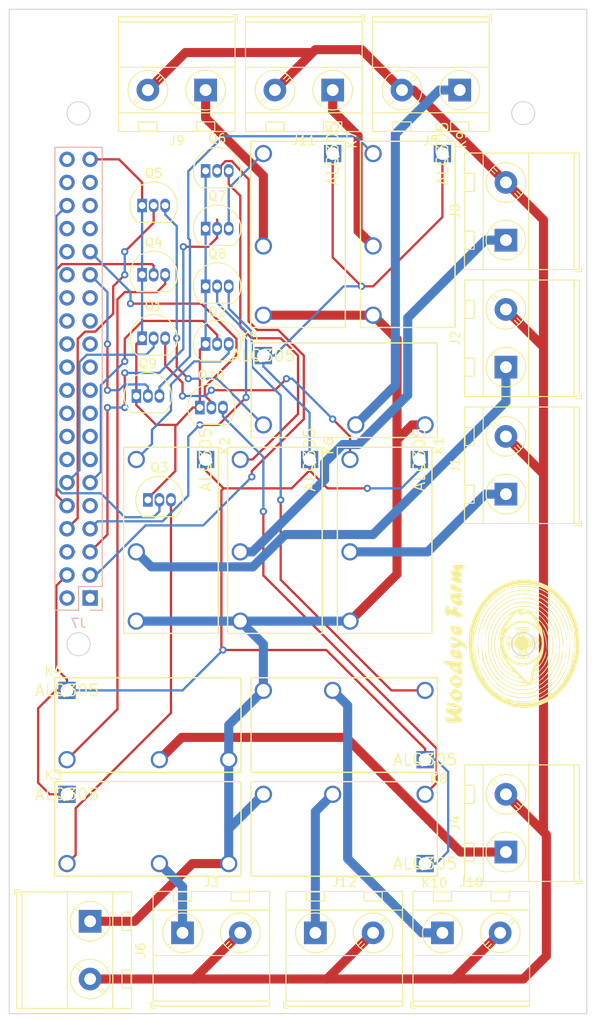
<source format=kicad_pcb>
(kicad_pcb (version 20171130) (host pcbnew "(5.1.5)-3")

  (general
    (thickness 1.6)
    (drawings 8)
    (tracks 391)
    (zones 0)
    (modules 33)
    (nets 63)
  )

  (page A4)
  (layers
    (0 F.Cu signal)
    (31 B.Cu signal)
    (32 B.Adhes user)
    (33 F.Adhes user)
    (34 B.Paste user)
    (35 F.Paste user)
    (36 B.SilkS user)
    (37 F.SilkS user)
    (38 B.Mask user)
    (39 F.Mask user)
    (40 Dwgs.User user)
    (41 Cmts.User user)
    (42 Eco1.User user)
    (43 Eco2.User user)
    (44 Edge.Cuts user)
    (45 Margin user)
    (46 B.CrtYd user)
    (47 F.CrtYd user)
    (48 B.Fab user)
    (49 F.Fab user)
  )

  (setup
    (last_trace_width 0.25)
    (user_trace_width 0.25)
    (user_trace_width 1)
    (trace_clearance 0.2)
    (zone_clearance 0.508)
    (zone_45_only no)
    (trace_min 0.2)
    (via_size 0.8)
    (via_drill 0.4)
    (via_min_size 0.4)
    (via_min_drill 0.3)
    (user_via 0.8 0.4)
    (uvia_size 0.3)
    (uvia_drill 0.1)
    (uvias_allowed no)
    (uvia_min_size 0.2)
    (uvia_min_drill 0.1)
    (edge_width 0.05)
    (segment_width 0.2)
    (pcb_text_width 0.3)
    (pcb_text_size 1.5 1.5)
    (mod_edge_width 0.12)
    (mod_text_size 1 1)
    (mod_text_width 0.15)
    (pad_size 1.524 1.524)
    (pad_drill 0.762)
    (pad_to_mask_clearance 0.051)
    (solder_mask_min_width 0.25)
    (aux_axis_origin 0 0)
    (visible_elements 7FFFFFFF)
    (pcbplotparams
      (layerselection 0x010fc_ffffffff)
      (usegerberextensions false)
      (usegerberattributes false)
      (usegerberadvancedattributes false)
      (creategerberjobfile false)
      (excludeedgelayer true)
      (linewidth 0.100000)
      (plotframeref false)
      (viasonmask false)
      (mode 1)
      (useauxorigin false)
      (hpglpennumber 1)
      (hpglpenspeed 20)
      (hpglpendiameter 15.000000)
      (psnegative false)
      (psa4output false)
      (plotreference true)
      (plotvalue true)
      (plotinvisibletext false)
      (padsonsilk false)
      (subtractmaskfromsilk false)
      (outputformat 1)
      (mirror false)
      (drillshape 1)
      (scaleselection 1)
      (outputdirectory ""))
  )

  (net 0 "")
  (net 1 "Net-(J1-Pad2)")
  (net 2 "Net-(J1-Pad1)")
  (net 3 "Net-(J2-Pad1)")
  (net 4 "Net-(J3-Pad1)")
  (net 5 "Net-(J4-Pad1)")
  (net 6 "Net-(J5-Pad1)")
  (net 7 "Net-(J6-Pad1)")
  (net 8 "Net-(J7-Pad40)")
  (net 9 "Net-(J7-Pad38)")
  (net 10 "Net-(J7-Pad37)")
  (net 11 "Net-(J7-Pad36)")
  (net 12 "Net-(J7-Pad35)")
  (net 13 "Net-(J7-Pad34)")
  (net 14 "Net-(J7-Pad33)")
  (net 15 "Net-(J7-Pad32)")
  (net 16 "Net-(J7-Pad31)")
  (net 17 "Net-(J7-Pad30)")
  (net 18 "Net-(J7-Pad29)")
  (net 19 "Net-(J7-Pad28)")
  (net 20 "Net-(J7-Pad27)")
  (net 21 "Net-(J7-Pad26)")
  (net 22 "Net-(J7-Pad25)")
  (net 23 "Net-(J7-Pad24)")
  (net 24 "Net-(J7-Pad23)")
  (net 25 "Net-(J7-Pad22)")
  (net 26 "Net-(J7-Pad21)")
  (net 27 "Net-(J7-Pad20)")
  (net 28 "Net-(J7-Pad19)")
  (net 29 "Net-(J7-Pad18)")
  (net 30 "Net-(J7-Pad17)")
  (net 31 "Net-(J7-Pad16)")
  (net 32 "Net-(J7-Pad15)")
  (net 33 "Net-(J7-Pad14)")
  (net 34 "Net-(J7-Pad13)")
  (net 35 "Net-(J7-Pad12)")
  (net 36 "Net-(J7-Pad11)")
  (net 37 "Net-(J7-Pad10)")
  (net 38 "Net-(J7-Pad9)")
  (net 39 "Net-(J7-Pad8)")
  (net 40 "Net-(J7-Pad7)")
  (net 41 "Net-(J7-Pad6)")
  (net 42 "Net-(J7-Pad5)")
  (net 43 "Net-(J7-Pad4)")
  (net 44 "Net-(J7-Pad3)")
  (net 45 "Net-(J7-Pad2)")
  (net 46 "Net-(J7-Pad1)")
  (net 47 "Net-(J8-Pad1)")
  (net 48 "Net-(J9-Pad1)")
  (net 49 "Net-(J10-Pad1)")
  (net 50 "Net-(J11-Pad1)")
  (net 51 "Net-(J12-Pad1)")
  (net 52 "Net-(K1-Pad4)")
  (net 53 "Net-(K2-Pad4)")
  (net 54 "Net-(K3-Pad4)")
  (net 55 "Net-(K4-Pad4)")
  (net 56 "Net-(K5-Pad4)")
  (net 57 "Net-(K6-Pad4)")
  (net 58 "Net-(K7-Pad4)")
  (net 59 "Net-(K8-Pad4)")
  (net 60 "Net-(K9-Pad4)")
  (net 61 "Net-(K10-Pad4)")
  (net 62 "Net-(J7-Pad39)")

  (net_class Default "This is the default net class."
    (clearance 0.2)
    (trace_width 0.25)
    (via_dia 0.8)
    (via_drill 0.4)
    (uvia_dia 0.3)
    (uvia_drill 0.1)
    (add_net "Net-(J1-Pad1)")
    (add_net "Net-(J1-Pad2)")
    (add_net "Net-(J10-Pad1)")
    (add_net "Net-(J11-Pad1)")
    (add_net "Net-(J12-Pad1)")
    (add_net "Net-(J2-Pad1)")
    (add_net "Net-(J3-Pad1)")
    (add_net "Net-(J4-Pad1)")
    (add_net "Net-(J5-Pad1)")
    (add_net "Net-(J7-Pad1)")
    (add_net "Net-(J7-Pad10)")
    (add_net "Net-(J7-Pad11)")
    (add_net "Net-(J7-Pad12)")
    (add_net "Net-(J7-Pad13)")
    (add_net "Net-(J7-Pad14)")
    (add_net "Net-(J7-Pad15)")
    (add_net "Net-(J7-Pad16)")
    (add_net "Net-(J7-Pad17)")
    (add_net "Net-(J7-Pad18)")
    (add_net "Net-(J7-Pad19)")
    (add_net "Net-(J7-Pad2)")
    (add_net "Net-(J7-Pad20)")
    (add_net "Net-(J7-Pad21)")
    (add_net "Net-(J7-Pad22)")
    (add_net "Net-(J7-Pad23)")
    (add_net "Net-(J7-Pad24)")
    (add_net "Net-(J7-Pad25)")
    (add_net "Net-(J7-Pad26)")
    (add_net "Net-(J7-Pad27)")
    (add_net "Net-(J7-Pad28)")
    (add_net "Net-(J7-Pad29)")
    (add_net "Net-(J7-Pad3)")
    (add_net "Net-(J7-Pad30)")
    (add_net "Net-(J7-Pad31)")
    (add_net "Net-(J7-Pad32)")
    (add_net "Net-(J7-Pad33)")
    (add_net "Net-(J7-Pad34)")
    (add_net "Net-(J7-Pad35)")
    (add_net "Net-(J7-Pad36)")
    (add_net "Net-(J7-Pad37)")
    (add_net "Net-(J7-Pad38)")
    (add_net "Net-(J7-Pad39)")
    (add_net "Net-(J7-Pad4)")
    (add_net "Net-(J7-Pad40)")
    (add_net "Net-(J7-Pad5)")
    (add_net "Net-(J7-Pad6)")
    (add_net "Net-(J7-Pad7)")
    (add_net "Net-(J7-Pad8)")
    (add_net "Net-(J7-Pad9)")
    (add_net "Net-(J8-Pad1)")
    (add_net "Net-(J9-Pad1)")
    (add_net "Net-(K1-Pad4)")
    (add_net "Net-(K10-Pad4)")
    (add_net "Net-(K2-Pad4)")
    (add_net "Net-(K3-Pad4)")
    (add_net "Net-(K4-Pad4)")
    (add_net "Net-(K5-Pad4)")
    (add_net "Net-(K6-Pad4)")
    (add_net "Net-(K7-Pad4)")
    (add_net "Net-(K8-Pad4)")
    (add_net "Net-(K9-Pad4)")
  )

  (net_class "AC power" ""
    (clearance 1)
    (trace_width 1)
    (via_dia 1.2)
    (via_drill 0.6)
    (uvia_dia 0.3)
    (uvia_drill 0.1)
    (add_net "Net-(J6-Pad1)")
  )

  (module Connector_PinSocket_2.54mm:PinSocket_2x20_P2.54mm_Vertical (layer B.Cu) (tedit 5A19A433) (tstamp 60F20777)
    (at 59.69 128.27)
    (descr "Through hole straight socket strip, 2x20, 2.54mm pitch, double cols (from Kicad 4.0.7), script generated")
    (tags "Through hole socket strip THT 2x20 2.54mm double row")
    (path /60F1B288)
    (fp_text reference J7 (at -1.27 2.77) (layer B.SilkS)
      (effects (font (size 1 1) (thickness 0.15)) (justify mirror))
    )
    (fp_text value Raspberry_Pi_2_3 (at -1.27 -51.03) (layer B.Fab)
      (effects (font (size 1 1) (thickness 0.15)) (justify mirror))
    )
    (fp_text user %R (at -1.27 -24.13 -90) (layer B.Fab)
      (effects (font (size 1 1) (thickness 0.15)) (justify mirror))
    )
    (fp_line (start -4.34 -50) (end -4.34 1.8) (layer B.CrtYd) (width 0.05))
    (fp_line (start 1.76 -50) (end -4.34 -50) (layer B.CrtYd) (width 0.05))
    (fp_line (start 1.76 1.8) (end 1.76 -50) (layer B.CrtYd) (width 0.05))
    (fp_line (start -4.34 1.8) (end 1.76 1.8) (layer B.CrtYd) (width 0.05))
    (fp_line (start 0 1.33) (end 1.33 1.33) (layer B.SilkS) (width 0.12))
    (fp_line (start 1.33 1.33) (end 1.33 0) (layer B.SilkS) (width 0.12))
    (fp_line (start -1.27 1.33) (end -1.27 -1.27) (layer B.SilkS) (width 0.12))
    (fp_line (start -1.27 -1.27) (end 1.33 -1.27) (layer B.SilkS) (width 0.12))
    (fp_line (start 1.33 -1.27) (end 1.33 -49.59) (layer B.SilkS) (width 0.12))
    (fp_line (start -3.87 -49.59) (end 1.33 -49.59) (layer B.SilkS) (width 0.12))
    (fp_line (start -3.87 1.33) (end -3.87 -49.59) (layer B.SilkS) (width 0.12))
    (fp_line (start -3.87 1.33) (end -1.27 1.33) (layer B.SilkS) (width 0.12))
    (fp_line (start -3.81 -49.53) (end -3.81 1.27) (layer B.Fab) (width 0.1))
    (fp_line (start 1.27 -49.53) (end -3.81 -49.53) (layer B.Fab) (width 0.1))
    (fp_line (start 1.27 0.27) (end 1.27 -49.53) (layer B.Fab) (width 0.1))
    (fp_line (start 0.27 1.27) (end 1.27 0.27) (layer B.Fab) (width 0.1))
    (fp_line (start -3.81 1.27) (end 0.27 1.27) (layer B.Fab) (width 0.1))
    (pad 40 thru_hole oval (at -2.54 -48.26) (size 1.7 1.7) (drill 1) (layers *.Cu *.Mask)
      (net 8 "Net-(J7-Pad40)"))
    (pad 39 thru_hole oval (at 0 -48.26) (size 1.7 1.7) (drill 1) (layers *.Cu *.Mask)
      (net 62 "Net-(J7-Pad39)"))
    (pad 38 thru_hole oval (at -2.54 -45.72) (size 1.7 1.7) (drill 1) (layers *.Cu *.Mask)
      (net 9 "Net-(J7-Pad38)"))
    (pad 37 thru_hole oval (at 0 -45.72) (size 1.7 1.7) (drill 1) (layers *.Cu *.Mask)
      (net 10 "Net-(J7-Pad37)"))
    (pad 36 thru_hole oval (at -2.54 -43.18) (size 1.7 1.7) (drill 1) (layers *.Cu *.Mask)
      (net 11 "Net-(J7-Pad36)"))
    (pad 35 thru_hole oval (at 0 -43.18) (size 1.7 1.7) (drill 1) (layers *.Cu *.Mask)
      (net 12 "Net-(J7-Pad35)"))
    (pad 34 thru_hole oval (at -2.54 -40.64) (size 1.7 1.7) (drill 1) (layers *.Cu *.Mask)
      (net 13 "Net-(J7-Pad34)"))
    (pad 33 thru_hole oval (at 0 -40.64) (size 1.7 1.7) (drill 1) (layers *.Cu *.Mask)
      (net 14 "Net-(J7-Pad33)"))
    (pad 32 thru_hole oval (at -2.54 -38.1) (size 1.7 1.7) (drill 1) (layers *.Cu *.Mask)
      (net 15 "Net-(J7-Pad32)"))
    (pad 31 thru_hole oval (at 0 -38.1) (size 1.7 1.7) (drill 1) (layers *.Cu *.Mask)
      (net 16 "Net-(J7-Pad31)"))
    (pad 30 thru_hole oval (at -2.54 -35.56) (size 1.7 1.7) (drill 1) (layers *.Cu *.Mask)
      (net 17 "Net-(J7-Pad30)"))
    (pad 29 thru_hole oval (at 0 -35.56) (size 1.7 1.7) (drill 1) (layers *.Cu *.Mask)
      (net 18 "Net-(J7-Pad29)"))
    (pad 28 thru_hole oval (at -2.54 -33.02) (size 1.7 1.7) (drill 1) (layers *.Cu *.Mask)
      (net 19 "Net-(J7-Pad28)"))
    (pad 27 thru_hole oval (at 0 -33.02) (size 1.7 1.7) (drill 1) (layers *.Cu *.Mask)
      (net 20 "Net-(J7-Pad27)"))
    (pad 26 thru_hole oval (at -2.54 -30.48) (size 1.7 1.7) (drill 1) (layers *.Cu *.Mask)
      (net 21 "Net-(J7-Pad26)"))
    (pad 25 thru_hole oval (at 0 -30.48) (size 1.7 1.7) (drill 1) (layers *.Cu *.Mask)
      (net 22 "Net-(J7-Pad25)"))
    (pad 24 thru_hole oval (at -2.54 -27.94) (size 1.7 1.7) (drill 1) (layers *.Cu *.Mask)
      (net 23 "Net-(J7-Pad24)"))
    (pad 23 thru_hole oval (at 0 -27.94) (size 1.7 1.7) (drill 1) (layers *.Cu *.Mask)
      (net 24 "Net-(J7-Pad23)"))
    (pad 22 thru_hole oval (at -2.54 -25.4) (size 1.7 1.7) (drill 1) (layers *.Cu *.Mask)
      (net 25 "Net-(J7-Pad22)"))
    (pad 21 thru_hole oval (at 0 -25.4) (size 1.7 1.7) (drill 1) (layers *.Cu *.Mask)
      (net 26 "Net-(J7-Pad21)"))
    (pad 20 thru_hole oval (at -2.54 -22.86) (size 1.7 1.7) (drill 1) (layers *.Cu *.Mask)
      (net 27 "Net-(J7-Pad20)"))
    (pad 19 thru_hole oval (at 0 -22.86) (size 1.7 1.7) (drill 1) (layers *.Cu *.Mask)
      (net 28 "Net-(J7-Pad19)"))
    (pad 18 thru_hole oval (at -2.54 -20.32) (size 1.7 1.7) (drill 1) (layers *.Cu *.Mask)
      (net 29 "Net-(J7-Pad18)"))
    (pad 17 thru_hole oval (at 0 -20.32) (size 1.7 1.7) (drill 1) (layers *.Cu *.Mask)
      (net 30 "Net-(J7-Pad17)"))
    (pad 16 thru_hole oval (at -2.54 -17.78) (size 1.7 1.7) (drill 1) (layers *.Cu *.Mask)
      (net 31 "Net-(J7-Pad16)"))
    (pad 15 thru_hole oval (at 0 -17.78) (size 1.7 1.7) (drill 1) (layers *.Cu *.Mask)
      (net 32 "Net-(J7-Pad15)"))
    (pad 14 thru_hole oval (at -2.54 -15.24) (size 1.7 1.7) (drill 1) (layers *.Cu *.Mask)
      (net 33 "Net-(J7-Pad14)"))
    (pad 13 thru_hole oval (at 0 -15.24) (size 1.7 1.7) (drill 1) (layers *.Cu *.Mask)
      (net 34 "Net-(J7-Pad13)"))
    (pad 12 thru_hole oval (at -2.54 -12.7) (size 1.7 1.7) (drill 1) (layers *.Cu *.Mask)
      (net 35 "Net-(J7-Pad12)"))
    (pad 11 thru_hole oval (at 0 -12.7) (size 1.7 1.7) (drill 1) (layers *.Cu *.Mask)
      (net 36 "Net-(J7-Pad11)"))
    (pad 10 thru_hole oval (at -2.54 -10.16) (size 1.7 1.7) (drill 1) (layers *.Cu *.Mask)
      (net 37 "Net-(J7-Pad10)"))
    (pad 9 thru_hole oval (at 0 -10.16) (size 1.7 1.7) (drill 1) (layers *.Cu *.Mask)
      (net 38 "Net-(J7-Pad9)"))
    (pad 8 thru_hole oval (at -2.54 -7.62) (size 1.7 1.7) (drill 1) (layers *.Cu *.Mask)
      (net 39 "Net-(J7-Pad8)"))
    (pad 7 thru_hole oval (at 0 -7.62) (size 1.7 1.7) (drill 1) (layers *.Cu *.Mask)
      (net 40 "Net-(J7-Pad7)"))
    (pad 6 thru_hole oval (at -2.54 -5.08) (size 1.7 1.7) (drill 1) (layers *.Cu *.Mask)
      (net 41 "Net-(J7-Pad6)"))
    (pad 5 thru_hole oval (at 0 -5.08) (size 1.7 1.7) (drill 1) (layers *.Cu *.Mask)
      (net 42 "Net-(J7-Pad5)"))
    (pad 4 thru_hole oval (at -2.54 -2.54) (size 1.7 1.7) (drill 1) (layers *.Cu *.Mask)
      (net 43 "Net-(J7-Pad4)"))
    (pad 3 thru_hole oval (at 0 -2.54) (size 1.7 1.7) (drill 1) (layers *.Cu *.Mask)
      (net 44 "Net-(J7-Pad3)"))
    (pad 2 thru_hole oval (at -2.54 0) (size 1.7 1.7) (drill 1) (layers *.Cu *.Mask)
      (net 45 "Net-(J7-Pad2)"))
    (pad 1 thru_hole rect (at 0 0) (size 1.7 1.7) (drill 1) (layers *.Cu *.Mask)
      (net 46 "Net-(J7-Pad1)"))
    (model ${KISYS3DMOD}/Connector_PinSocket_2.54mm.3dshapes/PinSocket_2x20_P2.54mm_Vertical.wrl
      (at (xyz 0 0 0))
      (scale (xyz 1 1 1))
      (rotate (xyz 0 0 0))
    )
  )

  (module Relay_Panasonic_ALQ305:Panasonic-ALQ305-Manufacturer_Recommended (layer F.Cu) (tedit 60F1F793) (tstamp 60F208F7)
    (at 57.15 138.43)
    (path /60F56EB8)
    (fp_text reference K4 (at -2.575001 -2.115001) (layer F.SilkS)
      (effects (font (size 1 1) (thickness 0.15)) (justify left))
    )
    (fp_text value ALQ305 (at 0 0) (layer F.SilkS)
      (effects (font (size 1.27 1.27) (thickness 0.15)))
    )
    (fp_line (start 19.280001 9.160002) (end 19.280001 -1.54) (layer F.CrtYd) (width 0.15))
    (fp_line (start -1.500001 9.160002) (end 19.280001 9.160002) (layer F.CrtYd) (width 0.15))
    (fp_line (start -1.500001 -1.54) (end -1.500001 9.160002) (layer F.CrtYd) (width 0.15))
    (fp_line (start 19.280001 -1.54) (end -1.500001 -1.54) (layer F.CrtYd) (width 0.15))
    (fp_line (start 19.280001 -1.54) (end 19.280001 -1.54) (layer F.CrtYd) (width 0.15))
    (fp_line (start -1.35 9.01) (end 19.13 9.01) (layer F.SilkS) (width 0.15))
    (fp_line (start -1.35 9.01) (end -1.35 -1.39) (layer F.SilkS) (width 0.15))
    (fp_line (start 19.13 9.01) (end 19.13 -1.39) (layer F.SilkS) (width 0.15))
    (fp_line (start -1.35 -1.39) (end 19.13 -1.39) (layer F.SilkS) (width 0.15))
    (fp_line (start -1.31 9.01) (end 19.09 9.01) (layer F.Fab) (width 0.1))
    (fp_line (start -1.31 9.01) (end -1.31 -1.39) (layer F.Fab) (width 0.1))
    (fp_line (start 19.09 9.01) (end 19.09 -1.39) (layer F.Fab) (width 0.1))
    (fp_line (start -1.31 -1.39) (end 19.09 -1.39) (layer F.Fab) (width 0.1))
    (pad 1 thru_hole rect (at 0 0 180) (size 1.899999 1.899999) (drill 1.4) (layers *.Cu *.Paste *.Mask)
      (net 43 "Net-(J7-Pad4)") (solder_mask_margin 0.0254) (solder_paste_margin 0.0254) (clearance 0.0254))
    (pad 2 thru_hole circle (at 17.78 7.62 180) (size 1.899999 1.899999) (drill 1.4) (layers *.Cu *.Paste *.Mask)
      (net 7 "Net-(J6-Pad1)") (solder_mask_margin 0.0254) (solder_paste_margin 0.0254) (clearance 0.0254))
    (pad 3 thru_hole circle (at 10.16 7.62 180) (size 1.899999 1.899999) (drill 1.4) (layers *.Cu *.Paste *.Mask)
      (net 5 "Net-(J4-Pad1)") (solder_mask_margin 0.0254) (solder_paste_margin 0.0254) (clearance 0.0254))
    (pad 4 thru_hole circle (at 0 7.62 180) (size 1.899999 1.899999) (drill 1.4) (layers *.Cu *.Paste *.Mask)
      (net 55 "Net-(K4-Pad4)") (solder_mask_margin 0.0254) (solder_paste_margin 0.0254) (clearance 0.0254))
    (model eec.models/Panasonic_-_ALQ305.step
      (offset (xyz -96.77399854660034 0 5.079999923706055))
      (scale (xyz 1 1 1))
      (rotate (xyz 0 0 0))
    )
  )

  (module Package_TO_SOT_THT:TO-92_Inline (layer F.Cu) (tedit 5A1DD157) (tstamp 60F209E1)
    (at 72.39 81.28)
    (descr "TO-92 leads in-line, narrow, oval pads, drill 0.75mm (see NXP sot054_po.pdf)")
    (tags "to-92 sc-43 sc-43a sot54 PA33 transistor")
    (path /60F8B164)
    (fp_text reference Q6 (at 1.27 -3.56) (layer F.SilkS)
      (effects (font (size 1 1) (thickness 0.15)))
    )
    (fp_text value 2N7000 (at 1.27 2.79) (layer F.Fab)
      (effects (font (size 1 1) (thickness 0.15)))
    )
    (fp_arc (start 1.27 0) (end 1.27 -2.6) (angle 135) (layer F.SilkS) (width 0.12))
    (fp_arc (start 1.27 0) (end 1.27 -2.48) (angle -135) (layer F.Fab) (width 0.1))
    (fp_arc (start 1.27 0) (end 1.27 -2.6) (angle -135) (layer F.SilkS) (width 0.12))
    (fp_arc (start 1.27 0) (end 1.27 -2.48) (angle 135) (layer F.Fab) (width 0.1))
    (fp_line (start 4 2.01) (end -1.46 2.01) (layer F.CrtYd) (width 0.05))
    (fp_line (start 4 2.01) (end 4 -2.73) (layer F.CrtYd) (width 0.05))
    (fp_line (start -1.46 -2.73) (end -1.46 2.01) (layer F.CrtYd) (width 0.05))
    (fp_line (start -1.46 -2.73) (end 4 -2.73) (layer F.CrtYd) (width 0.05))
    (fp_line (start -0.5 1.75) (end 3 1.75) (layer F.Fab) (width 0.1))
    (fp_line (start -0.53 1.85) (end 3.07 1.85) (layer F.SilkS) (width 0.12))
    (fp_text user %R (at 1.27 -3.56) (layer F.Fab)
      (effects (font (size 1 1) (thickness 0.15)))
    )
    (pad 1 thru_hole rect (at 0 0) (size 1.05 1.5) (drill 0.75) (layers *.Cu *.Mask)
      (net 62 "Net-(J7-Pad39)"))
    (pad 3 thru_hole oval (at 2.54 0) (size 1.05 1.5) (drill 0.75) (layers *.Cu *.Mask)
      (net 57 "Net-(K6-Pad4)"))
    (pad 2 thru_hole oval (at 1.27 0) (size 1.05 1.5) (drill 0.75) (layers *.Cu *.Mask)
      (net 44 "Net-(J7-Pad3)"))
    (model ${KISYS3DMOD}/Package_TO_SOT_THT.3dshapes/TO-92_Inline.wrl
      (at (xyz 0 0 0))
      (scale (xyz 1 1 1))
      (rotate (xyz 0 0 0))
    )
  )

  (module "relays:woodeye logo" (layer F.Cu) (tedit 0) (tstamp 60F273B3)
    (at 106.045 133.35 90)
    (fp_text reference G*** (at 0 0 90) (layer F.SilkS) hide
      (effects (font (size 1.524 1.524) (thickness 0.3)))
    )
    (fp_text value LOGO (at 0.75 0 90) (layer F.SilkS) hide
      (effects (font (size 1.524 1.524) (thickness 0.3)))
    )
    (fp_poly (pts (xy 0.267705 2.445795) (xy 0.372635 2.493275) (xy 0.33944 2.513099) (xy 0.152856 2.51381)
      (xy 0.14643 2.513664) (xy -0.045023 2.495525) (xy -0.074792 2.454779) (xy -0.051531 2.438473)
      (xy 0.116664 2.41375) (xy 0.267705 2.445795)) (layer F.SilkS) (width 0.01))
    (fp_poly (pts (xy 0.65077 -0.368643) (xy 0.635 -0.338666) (xy 0.555225 -0.25781) (xy 0.540339 -0.254)
      (xy 0.534563 -0.30869) (xy 0.550333 -0.338666) (xy 0.630107 -0.419523) (xy 0.644993 -0.423333)
      (xy 0.65077 -0.368643)) (layer F.SilkS) (width 0.01))
    (fp_poly (pts (xy -0.150536 -0.114082) (xy -0.13147 -0.091898) (xy -0.139918 0.018798) (xy -0.162102 0.037864)
      (xy -0.272798 0.029416) (xy -0.291865 0.007232) (xy -0.288082 -0.042333) (xy -0.254 -0.042333)
      (xy -0.211667 0) (xy -0.169334 -0.042333) (xy -0.211667 -0.084666) (xy -0.254 -0.042333)
      (xy -0.288082 -0.042333) (xy -0.283416 -0.103464) (xy -0.261232 -0.122531) (xy -0.150536 -0.114082)) (layer F.SilkS) (width 0.01))
    (fp_poly (pts (xy -1.354667 0.635) (xy -1.397 0.677334) (xy -1.439334 0.635) (xy -1.397 0.592667)
      (xy -1.354667 0.635)) (layer F.SilkS) (width 0.01))
    (fp_poly (pts (xy -1.003348 0.860796) (xy -0.913979 1.008945) (xy -0.820172 1.23171) (xy -0.752173 1.375834)
      (xy -0.700082 1.504921) (xy -0.747773 1.497383) (xy -0.829734 1.4224) (xy -0.919404 1.255909)
      (xy -0.939773 1.147234) (xy -0.950784 1.035209) (xy -0.977157 1.078942) (xy -1.003273 1.166927)
      (xy -1.044005 1.280407) (xy -1.082099 1.261571) (xy -1.140732 1.09564) (xy -1.147118 1.075204)
      (xy -1.182352 0.931334) (xy -1.100667 0.931334) (xy -1.069689 1.001024) (xy -1.044223 0.987778)
      (xy -1.03409 0.887298) (xy -1.044223 0.874889) (xy -1.094557 0.886511) (xy -1.100667 0.931334)
      (xy -1.182352 0.931334) (xy -1.194725 0.880816) (xy -1.169612 0.800549) (xy -1.117706 0.790222)
      (xy -1.003348 0.860796)) (layer F.SilkS) (width 0.01))
    (fp_poly (pts (xy 1.719484 0.752193) (xy 1.738519 0.879934) (xy 1.701164 1.001367) (xy 1.655303 1.252916)
      (xy 1.691225 1.391457) (xy 1.745248 1.551389) (xy 1.754737 1.615145) (xy 1.504289 1.643247)
      (xy 1.3463 1.556253) (xy 1.304441 1.467556) (xy 1.498797 1.467556) (xy 1.519139 1.566968)
      (xy 1.566333 1.580445) (xy 1.641098 1.520881) (xy 1.633869 1.467556) (xy 1.58066 1.365319)
      (xy 1.566333 1.354667) (xy 1.519399 1.419823) (xy 1.498797 1.467556) (xy 1.304441 1.467556)
      (xy 1.286992 1.430584) (xy 1.300268 1.380843) (xy 1.351435 1.396097) (xy 1.360945 1.446389)
      (xy 1.394618 1.451945) (xy 1.473066 1.330518) (xy 1.524 1.227667) (xy 1.641838 0.957235)
      (xy 1.681246 0.816782) (xy 1.645393 0.787917) (xy 1.595584 0.812418) (xy 1.538108 0.82291)
      (xy 1.562807 0.767705) (xy 1.651576 0.699014) (xy 1.719484 0.752193)) (layer F.SilkS) (width 0.01))
    (fp_poly (pts (xy 0.145848 2.249767) (xy 0.345351 2.312038) (xy 0.504343 2.398408) (xy 0.571793 2.484931)
      (xy 0.558413 2.517808) (xy 0.559496 2.614767) (xy 0.592057 2.666266) (xy 0.621712 2.757933)
      (xy 0.570155 2.778475) (xy 0.41925 2.797889) (xy 0.191916 2.828134) (xy 0.169333 2.831178)
      (xy -0.015352 2.854601) (xy -0.039224 2.849339) (xy 0.090859 2.810388) (xy 0.127 2.800276)
      (xy 0.381 2.729368) (xy 0.1162 2.719351) (xy -0.12149 2.665633) (xy -0.267204 2.551462)
      (xy -0.308177 2.415597) (xy -0.305559 2.411532) (xy -0.21653 2.411532) (xy -0.215189 2.448877)
      (xy -0.122067 2.557174) (xy 0.03067 2.590898) (xy 0.219004 2.615989) (xy 0.311953 2.654398)
      (xy 0.426648 2.707087) (xy 0.477367 2.620823) (xy 0.474736 2.584784) (xy 0.412196 2.425017)
      (xy 0.258135 2.346262) (xy 0.047846 2.324796) (xy -0.150261 2.339398) (xy -0.21653 2.411532)
      (xy -0.305559 2.411532) (xy -0.231645 2.296801) (xy -0.043137 2.235538) (xy 0.145848 2.249767)) (layer F.SilkS) (width 0.01))
    (fp_poly (pts (xy -0.959556 -0.056444) (xy -0.971178 -0.00611) (xy -1.016 0) (xy -1.085691 -0.030978)
      (xy -1.072445 -0.056444) (xy -0.971965 -0.066577) (xy -0.959556 -0.056444)) (layer F.SilkS) (width 0.01))
    (fp_poly (pts (xy 0.593553 -0.527002) (xy 0.823592 -0.441146) (xy 0.907346 -0.304193) (xy 0.836086 -0.123416)
      (xy 0.798115 -0.077796) (xy 0.719295 0.046596) (xy 0.721527 0.100639) (xy 0.704482 0.182329)
      (xy 0.643844 0.24666) (xy 0.55139 0.290997) (xy 0.535639 0.22821) (xy 0.576133 0.127)
      (xy 0.592666 0.127) (xy 0.635 0.169334) (xy 0.677333 0.127) (xy 0.635 0.084667)
      (xy 0.592666 0.127) (xy 0.576133 0.127) (xy 0.587961 0.097438) (xy 0.699729 -0.062182)
      (xy 0.71599 -0.080605) (xy 0.808983 -0.204469) (xy 0.809643 -0.254) (xy 0.700237 -0.208258)
      (xy 0.555276 -0.102746) (xy 0.430855 0.014968) (xy 0.383068 0.097315) (xy 0.386801 0.10458)
      (xy 0.349094 0.122293) (xy 0.21163 0.105382) (xy -0.052775 0.136326) (xy -0.186854 0.222396)
      (xy -0.296428 0.305241) (xy -0.314005 0.288652) (xy -0.31182 0.28476) (xy -0.320786 0.159055)
      (xy -0.381 0.084667) (xy -0.466742 -0.030126) (xy -0.465667 -0.084666) (xy -0.487289 -0.184602)
      (xy -0.550334 -0.254) (xy -0.63197 -0.375479) (xy -0.625663 -0.438442) (xy -0.613373 -0.440122)
      (xy -0.473712 -0.275166) (xy -0.380001 -0.142335) (xy -0.376528 -0.084735) (xy -0.378245 -0.084666)
      (xy -0.387487 -0.032483) (xy -0.335689 0.045922) (xy -0.213549 0.125906) (xy -0.139055 0.088255)
      (xy 0.012523 0.015761) (xy 0.132515 0) (xy 0.289817 -0.039755) (xy 0.474757 -0.136051)
      (xy 0.63717 -0.254433) (xy 0.726888 -0.360449) (xy 0.723206 -0.405683) (xy 0.61806 -0.436345)
      (xy 0.40056 -0.463046) (xy 0.232905 -0.474187) (xy -0.013591 -0.47843) (xy -0.106276 -0.45832)
      (xy -0.060801 -0.41166) (xy 0.140275 -0.363457) (xy 0.276875 -0.374997) (xy 0.35799 -0.383361)
      (xy 0.282397 -0.329392) (xy 0.211666 -0.292016) (xy -0.042334 -0.162378) (xy 0.196919 -0.197675)
      (xy 0.354337 -0.20332) (xy 0.353432 -0.150266) (xy 0.351285 -0.148085) (xy 0.214236 -0.104802)
      (xy 0.031781 -0.122083) (xy -0.118091 -0.17502) (xy -0.116704 -0.231726) (xy -0.080251 -0.258521)
      (xy -0.01727 -0.32361) (xy -0.058504 -0.33737) (xy -0.193211 -0.275969) (xy -0.215076 -0.248484)
      (xy -0.315468 -0.224382) (xy -0.452906 -0.311984) (xy -0.605937 -0.441138) (xy -0.535098 -0.450819)
      (xy -0.414928 -0.373393) (xy -0.2928 -0.284093) (xy -0.243417 -0.283211) (xy -0.225511 -0.411489)
      (xy -0.221889 -0.4445) (xy -0.131351 -0.516189) (xy 0.115386 -0.551341) (xy 0.225959 -0.554488)
      (xy 0.593553 -0.527002)) (layer F.SilkS) (width 0.01))
    (fp_poly (pts (xy 1.016 1.481667) (xy 0.973666 1.524) (xy 0.931333 1.481667) (xy 0.973666 1.439334)
      (xy 1.016 1.481667)) (layer F.SilkS) (width 0.01))
    (fp_poly (pts (xy 1.100666 1.651) (xy 1.058333 1.693334) (xy 1.016 1.651) (xy 1.058333 1.608667)
      (xy 1.100666 1.651)) (layer F.SilkS) (width 0.01))
    (fp_poly (pts (xy 0.762 1.989667) (xy 0.719666 2.032) (xy 0.677333 1.989667) (xy 0.719666 1.947334)
      (xy 0.762 1.989667)) (layer F.SilkS) (width 0.01))
    (fp_poly (pts (xy -0.084667 1.989667) (xy -0.127 2.032) (xy -0.169334 1.989667) (xy -0.127 1.947334)
      (xy -0.084667 1.989667)) (layer F.SilkS) (width 0.01))
    (fp_poly (pts (xy 1.016 2.413) (xy 0.973666 2.455334) (xy 0.931333 2.413) (xy 0.973666 2.370667)
      (xy 1.016 2.413)) (layer F.SilkS) (width 0.01))
    (fp_poly (pts (xy 0.298162 0.22389) (xy 0.507274 0.363003) (xy 0.628066 0.464723) (xy 0.854247 0.648274)
      (xy 1.006877 0.699027) (xy 1.116532 0.617721) (xy 1.185899 0.47817) (xy 1.241176 0.358253)
      (xy 1.261229 0.392073) (xy 1.264633 0.457622) (xy 1.276678 0.564751) (xy 1.331385 0.560348)
      (xy 1.457519 0.457622) (xy 1.54821 0.387765) (xy 1.530963 0.430367) (xy 1.415186 0.577996)
      (xy 1.246644 0.802672) (xy 1.194541 0.930705) (xy 1.253607 0.983186) (xy 1.285986 0.985698)
      (xy 1.271162 1.185334) (xy 1.256977 1.322182) (xy 1.232776 1.310652) (xy 1.181945 1.151333)
      (xy 1.158795 0.85834) (xy 1.201542 0.727999) (xy 1.26008 0.608386) (xy 1.232165 0.608939)
      (xy 1.112986 0.711622) (xy 0.978368 0.890597) (xy 0.932629 1.050289) (xy 0.946241 1.166255)
      (xy 0.998544 1.126776) (xy 1.016 1.100667) (xy 1.078741 1.031364) (xy 1.09865 1.114522)
      (xy 1.09937 1.152749) (xy 1.143456 1.322738) (xy 1.24859 1.511703) (xy 1.377198 1.668227)
      (xy 1.491705 1.740892) (xy 1.524929 1.735092) (xy 1.627459 1.749772) (xy 1.650146 1.776619)
      (xy 1.730128 1.858515) (xy 1.74566 1.862667) (xy 1.752454 1.808662) (xy 1.739282 1.78385)
      (xy 1.738935 1.679889) (xy 1.755829 1.664702) (xy 1.782808 1.570788) (xy 1.800284 1.367831)
      (xy 1.807064 1.115917) (xy 1.801951 0.875134) (xy 1.783752 0.705566) (xy 1.775466 0.677334)
      (xy 1.771253 0.56485) (xy 1.773589 0.550334) (xy 1.736406 0.536328) (xy 1.636389 0.615916)
      (xy 1.514987 0.769961) (xy 1.474336 0.869916) (xy 1.459015 1.031599) (xy 1.443789 1.185334)
      (xy 1.422454 1.397) (xy 1.354666 1.185334) (xy 1.290853 0.986075) (xy 1.312804 0.987778)
      (xy 1.413322 0.938943) (xy 1.418714 0.893888) (xy 1.45254 0.770504) (xy 1.563654 0.589301)
      (xy 1.587576 0.557915) (xy 1.711579 0.425653) (xy 1.78298 0.397951) (xy 1.788583 0.411915)
      (xy 1.820674 0.592017) (xy 1.859575 0.6985) (xy 1.882032 0.804449) (xy 1.891419 1.012728)
      (xy 1.888943 1.262242) (xy 1.87581 1.491896) (xy 1.853228 1.640593) (xy 1.840496 1.664702)
      (xy 1.811295 1.758939) (xy 1.820333 1.778) (xy 1.80747 1.881993) (xy 1.785231 1.900531)
      (xy 1.674782 1.891581) (xy 1.654138 1.867746) (xy 1.542058 1.815633) (xy 1.500121 1.824075)
      (xy 1.393646 1.784633) (xy 1.249442 1.639509) (xy 1.195547 1.566321) (xy 0.994095 1.269887)
      (xy 0.777562 1.603831) (xy 0.637577 1.791338) (xy 0.526258 1.890895) (xy 0.492181 1.895224)
      (xy 0.425983 1.912908) (xy 0.423333 1.93342) (xy 0.349928 1.973179) (xy 0.154271 1.953219)
      (xy 0.126549 1.947232) (xy -0.08348 1.921648) (xy -0.209285 1.947389) (xy -0.217115 1.956148)
      (xy -0.245669 2.007863) (xy -0.223589 2.035606) (xy -0.113496 2.049281) (xy 0.121993 2.058792)
      (xy 0.177544 2.06072) (xy 0.441473 2.090999) (xy 0.645832 2.151094) (xy 0.693334 2.179432)
      (xy 0.827942 2.238732) (xy 0.889197 2.221766) (xy 0.917566 2.221233) (xy 0.894168 2.270349)
      (xy 0.819433 2.333786) (xy 0.704713 2.268041) (xy 0.683427 2.249182) (xy 0.53764 2.145839)
      (xy 0.458999 2.119846) (xy 0.468534 2.171579) (xy 0.579221 2.300064) (xy 0.67765 2.395012)
      (xy 0.832144 2.538551) (xy 0.90255 2.607936) (xy 0.89355 2.6035) (xy 0.759982 2.535057)
      (xy 0.727155 2.585908) (xy 0.810001 2.715597) (xy 0.897964 2.834627) (xy 0.886936 2.874965)
      (xy 0.886624 2.874904) (xy 0.768964 2.872909) (xy 0.762 2.875118) (xy 0.453197 2.966647)
      (xy 0.149556 3.009981) (xy -0.089052 2.999094) (xy -0.169334 2.968848) (xy -0.284387 2.852472)
      (xy -0.306917 2.797088) (xy -0.326411 2.662995) (xy -0.328084 2.653878) (xy -0.388444 2.660757)
      (xy -0.501582 2.745858) (xy -0.618105 2.836108) (xy -0.649612 2.804769) (xy -0.646038 2.767522)
      (xy -0.606283 2.66831) (xy -0.556443 2.66831) (xy -0.520707 2.660142) (xy -0.498067 2.64333)
      (xy -0.36619 2.583719) (xy -0.254867 2.665956) (xy -0.199518 2.769154) (xy -0.222467 2.795297)
      (xy -0.228723 2.83295) (xy -0.169334 2.88239) (xy 0.027352 2.930463) (xy 0.336771 2.903564)
      (xy 0.592666 2.843291) (xy 0.723634 2.807228) (xy 0.7512 2.800478) (xy 0.733841 2.74199)
      (xy 0.688434 2.680377) (xy 0.630107 2.561519) (xy 0.640193 2.520696) (xy 0.630138 2.436598)
      (xy 0.507997 2.327754) (xy 0.3224 2.222739) (xy 0.12198 2.15013) (xy -0.016857 2.134616)
      (xy -0.169561 2.17109) (xy -0.316629 2.240201) (xy -0.414878 2.313742) (xy -0.421125 2.363507)
      (xy -0.378245 2.370667) (xy -0.378401 2.424729) (xy -0.469917 2.555239) (xy -0.473712 2.559708)
      (xy -0.556443 2.66831) (xy -0.606283 2.66831) (xy -0.578492 2.598956) (xy -0.515089 2.506208)
      (xy -0.450757 2.399224) (xy -0.465667 2.370667) (xy -0.471824 2.318104) (xy -0.416245 2.235126)
      (xy -0.2972 2.015753) (xy -0.339885 1.826563) (xy -0.412048 1.745881) (xy -0.632056 1.64337)
      (xy -0.87302 1.705703) (xy -0.965126 1.770911) (xy -1.072026 1.834157) (xy -1.100667 1.817578)
      (xy -1.152363 1.81575) (xy -1.25849 1.894583) (xy -1.380105 1.98496) (xy -1.465132 1.951921)
      (xy -1.54568 1.839972) (xy -1.605283 1.735667) (xy -1.524 1.735667) (xy -1.481667 1.778)
      (xy -1.439334 1.735667) (xy -1.481667 1.693334) (xy -1.524 1.735667) (xy -1.605283 1.735667)
      (xy -1.626399 1.698715) (xy -1.591656 1.648575) (xy -1.472524 1.642534) (xy -1.338344 1.666475)
      (xy -1.354667 1.7272) (xy -1.447112 1.852425) (xy -1.419545 1.89399) (xy -1.304866 1.840983)
      (xy -1.220846 1.771592) (xy -1.178592 1.735667) (xy -1.100667 1.735667) (xy -1.058334 1.778)
      (xy -1.016 1.735667) (xy -1.058334 1.693334) (xy -1.100667 1.735667) (xy -1.178592 1.735667)
      (xy -1.067613 1.641313) (xy -0.973465 1.586502) (xy -0.966846 1.5875) (xy -0.931427 1.549709)
      (xy -0.931334 1.545167) (xy -1.006788 1.50621) (xy -1.196532 1.483334) (xy -1.291167 1.480886)
      (xy -1.516434 1.473288) (xy -1.588337 1.43974) (xy -1.529804 1.185334) (xy -1.461625 0.889)
      (xy -1.447905 1.185334) (xy -1.430226 1.36675) (xy -1.39386 1.397508) (xy -1.351638 1.340206)
      (xy -1.315774 1.11749) (xy -1.350978 0.98337) (xy -1.389351 0.812208) (xy -1.365543 0.726389)
      (xy -1.309098 0.74195) (xy -1.273253 0.886157) (xy -1.253317 1.17864) (xy -1.252595 1.199228)
      (xy -1.217003 1.364415) (xy -1.109524 1.398302) (xy -1.093608 1.395641) (xy -0.914523 1.429565)
      (xy -0.842534 1.486647) (xy -0.716756 1.568324) (xy -0.641534 1.515256) (xy -0.665335 1.371908)
      (xy -0.818994 1.056799) (xy -0.918801 0.868921) (xy -0.980998 0.78136) (xy -1.021826 0.767203)
      (xy -1.028278 0.770447) (xy -1.122921 0.744942) (xy -1.261112 0.643045) (xy -1.390176 0.538321)
      (xy -1.445812 0.516045) (xy -1.469628 0.616265) (xy -1.495735 0.719667) (xy -1.534393 0.922086)
      (xy -1.567758 1.177131) (xy -1.568582 1.185334) (xy -1.59358 1.437293) (xy -1.618244 1.425786)
      (xy -1.642471 1.299347) (xy -1.639446 1.184552) (xy -1.611279 0.876057) (xy -1.538353 0.616351)
      (xy -1.485867 0.488059) (xy -1.42939 0.397828) (xy -1.355649 0.428113) (xy -1.264229 0.530393)
      (xy -1.153377 0.640025) (xy -1.103626 0.643546) (xy -1.103484 0.641408) (xy -1.049515 0.638215)
      (xy -0.920815 0.732665) (xy -0.897004 0.754481) (xy -0.756186 0.878434) (xy -0.688316 0.889259)
      (xy -0.644291 0.791206) (xy -0.639684 0.776757) (xy -0.525609 0.600637) (xy -0.321043 0.409889)
      (xy -0.086598 0.251305) (xy 0.117113 0.171676) (xy 0.147138 0.169334) (xy 0.298162 0.22389)) (layer F.SilkS) (width 0.01))
    (fp_poly (pts (xy 1.555122 3.479484) (xy 1.391936 3.554753) (xy 1.13563 3.638497) (xy 0.823096 3.720666)
      (xy 0.491225 3.791209) (xy 0.17691 3.840076) (xy 0 3.855432) (xy -0.635 3.885914)
      (xy 0.006242 3.81095) (xy 0.399966 3.747881) (xy 0.800531 3.656528) (xy 1.101862 3.563335)
      (xy 1.352196 3.475259) (xy 1.530379 3.425777) (xy 1.588295 3.42274) (xy 1.555122 3.479484)) (layer F.SilkS) (width 0.01))
    (fp_poly (pts (xy 0.237355 -3.766602) (xy 0.234196 -3.761974) (xy 0.133533 -3.732686) (xy -0.094628 -3.695357)
      (xy -0.40906 -3.656283) (xy -0.563205 -3.640248) (xy -0.9428 -3.601144) (xy -1.293779 -3.56172)
      (xy -1.555479 -3.528884) (xy -1.608667 -3.521173) (xy -1.700921 -3.513946) (xy -1.640507 -3.541368)
      (xy -1.481667 -3.586429) (xy -1.245556 -3.63668) (xy -0.94282 -3.685254) (xy -0.61154 -3.728255)
      (xy -0.289801 -3.761786) (xy -0.015683 -3.781952) (xy 0.17273 -3.784856) (xy 0.237355 -3.766602)) (layer F.SilkS) (width 0.01))
    (fp_poly (pts (xy 1.292778 -3.272869) (xy 1.295592 -3.245074) (xy 1.16305 -3.233723) (xy 1.143 -3.233839)
      (xy 1.011685 -3.246047) (xy 1.02422 -3.271817) (xy 1.038778 -3.276006) (xy 1.223208 -3.288401)
      (xy 1.292778 -3.272869)) (layer F.SilkS) (width 0.01))
    (fp_poly (pts (xy 0.304296 -3.026265) (xy 0.315611 -3.025123) (xy 0.395727 -3.009423) (xy 0.323189 -2.997514)
      (xy 0.114668 -2.991469) (xy 0.042333 -2.991116) (xy -0.204825 -2.994846) (xy -0.327094 -3.005347)
      (xy -0.304531 -3.020538) (xy -0.277056 -3.02444) (xy 0.002927 -3.038654) (xy 0.304296 -3.026265)) (layer F.SilkS) (width 0.01))
    (fp_poly (pts (xy -4.609947 -2.485857) (xy -4.731313 -2.345825) (xy -4.868334 -2.201333) (xy -5.056254 -2.016001)
      (xy -5.194299 -1.892989) (xy -5.241366 -1.862666) (xy -5.211388 -1.916809) (xy -5.090022 -2.056841)
      (xy -4.953 -2.201333) (xy -4.76508 -2.386665) (xy -4.627036 -2.509677) (xy -4.579968 -2.54)
      (xy -4.609947 -2.485857)) (layer F.SilkS) (width 0.01))
    (fp_poly (pts (xy 0.105833 4.934086) (xy 0.169735 4.950687) (xy 0.083294 4.962831) (xy -0.13451 4.968164)
      (xy -0.169334 4.968234) (xy -0.401939 4.963899) (xy -0.505508 4.952463) (xy -0.461062 4.936282)
      (xy -0.4445 4.934086) (xy -0.147615 4.920074) (xy 0.105833 4.934086)) (layer F.SilkS) (width 0.01))
    (fp_poly (pts (xy -0.773871 -2.938412) (xy -0.550334 -2.904038) (xy -0.792113 -2.891352) (xy -1.223069 -2.826772)
      (xy -1.738045 -2.683717) (xy -2.281699 -2.479899) (xy -2.721787 -2.273787) (xy -3.403427 -1.839475)
      (xy -3.976867 -1.310608) (xy -4.432282 -0.707068) (xy -4.759845 -0.048735) (xy -4.949732 0.644509)
      (xy -4.992117 1.352783) (xy -4.877175 2.056207) (xy -4.871492 2.075999) (xy -4.693159 2.599416)
      (xy -4.476138 3.032447) (xy -4.182877 3.439164) (xy -3.866899 3.789937) (xy -3.234032 4.330565)
      (xy -2.506187 4.748195) (xy -1.706782 5.040891) (xy -0.859237 5.206719) (xy 0.01303 5.243742)
      (xy 0.8866 5.150025) (xy 1.738055 4.923632) (xy 2.543976 4.562627) (xy 2.895856 4.348905)
      (xy 3.518503 3.847971) (xy 3.99654 3.281818) (xy 4.33366 2.666957) (xy 4.533556 2.0199)
      (xy 4.599922 1.357156) (xy 4.536452 0.695238) (xy 4.34684 0.050655) (xy 4.034778 -0.560082)
      (xy 3.603962 -1.120461) (xy 3.058083 -1.613972) (xy 2.400836 -2.024105) (xy 1.635915 -2.334348)
      (xy 1.384778 -2.405788) (xy 0.9187 -2.487508) (xy 0.350968 -2.529161) (xy -0.255525 -2.530656)
      (xy -0.837887 -2.491897) (xy -1.333222 -2.412794) (xy -1.345937 -2.40983) (xy -2.049579 -2.177135)
      (xy -2.716299 -1.830342) (xy -3.313677 -1.393386) (xy -3.809295 -0.890204) (xy -4.170733 -0.344732)
      (xy -4.186906 -0.312282) (xy -4.369572 0.151976) (xy -4.496133 0.658077) (xy -4.555359 1.145142)
      (xy -4.536022 1.552291) (xy -4.533401 1.566334) (xy -4.467837 1.905) (xy -4.35946 1.651)
      (xy -4.29039 1.434266) (xy -4.217903 1.121372) (xy -4.163858 0.818033) (xy -3.973506 0.091119)
      (xy -3.6348 -0.555309) (xy -3.174002 -1.094123) (xy -2.552453 -1.577027) (xy -1.860188 -1.93252)
      (xy -1.118701 -2.163632) (xy -0.349484 -2.273395) (xy 0.425969 -2.264838) (xy 1.186166 -2.140993)
      (xy 1.909613 -1.904889) (xy 2.574817 -1.559557) (xy 3.160286 -1.108029) (xy 3.644526 -0.553334)
      (xy 3.917219 -0.09424) (xy 4.044778 0.178171) (xy 4.125177 0.403858) (xy 4.169172 0.63801)
      (xy 4.187521 0.935817) (xy 4.191 1.310335) (xy 4.185314 1.727627) (xy 4.162167 2.02972)
      (xy 4.112417 2.270542) (xy 4.026926 2.504023) (xy 3.965752 2.639496) (xy 3.619239 3.210982)
      (xy 3.148815 3.741954) (xy 2.599609 4.181948) (xy 2.567756 4.202671) (xy 2.24275 4.382608)
      (xy 1.846175 4.559993) (xy 1.427518 4.717006) (xy 1.036266 4.83583) (xy 0.721906 4.898647)
      (xy 0.620071 4.903936) (xy 0.568224 4.885975) (xy 0.665513 4.844267) (xy 0.894577 4.785912)
      (xy 0.925236 4.779179) (xy 1.685978 4.546614) (xy 2.386449 4.200685) (xy 3.000692 3.760137)
      (xy 3.502751 3.243713) (xy 3.866669 2.670157) (xy 3.877476 2.647378) (xy 3.986679 2.393506)
      (xy 4.054775 2.162699) (xy 4.091083 1.9006) (xy 4.104922 1.552853) (xy 4.106333 1.312334)
      (xy 4.101493 0.904164) (xy 4.08034 0.611088) (xy 4.032924 0.378986) (xy 3.949294 0.153737)
      (xy 3.857275 -0.042333) (xy 3.463244 -0.662442) (xy 2.951121 -1.183245) (xy 2.342599 -1.60101)
      (xy 1.65937 -1.912003) (xy 0.923125 -2.112492) (xy 0.155559 -2.198744) (xy -0.621639 -2.167026)
      (xy -1.386774 -2.013606) (xy -2.118154 -1.73475) (xy -2.794089 -1.326727) (xy -2.941783 -1.212309)
      (xy -3.45246 -0.695778) (xy -3.820078 -0.08997) (xy -4.046228 0.608059) (xy -4.099852 0.933041)
      (xy -4.156945 1.397) (xy -3.94114 1.159446) (xy -3.797464 0.953868) (xy -3.726783 0.759717)
      (xy -3.725267 0.736112) (xy -3.718606 0.703979) (xy -3.640667 0.703979) (xy -3.632605 0.817355)
      (xy -3.580056 0.812755) (xy -3.462183 0.711622) (xy -3.319776 0.541713) (xy -3.157197 0.289872)
      (xy -3.078282 0.145258) (xy -2.712914 -0.395712) (xy -2.224039 -0.85014) (xy -1.644036 -1.197614)
      (xy -1.005282 -1.417725) (xy -0.48759 -1.487844) (xy 0.127 -1.513854) (xy -0.480197 -1.443506)
      (xy -0.872666 -1.373723) (xy -1.277443 -1.263679) (xy -1.553359 -1.159831) (xy -1.943752 -0.938862)
      (xy -2.331855 -0.647509) (xy -2.669342 -0.327473) (xy -2.907887 -0.020455) (xy -2.939954 0.036652)
      (xy -2.990177 0.148851) (xy -2.971264 0.172215) (xy -2.867331 0.098077) (xy -2.662492 -0.08223)
      (xy -2.57362 -0.163234) (xy -2.052669 -0.565273) (xy -1.448753 -0.910656) (xy -0.8256 -1.166505)
      (xy -0.423334 -1.272575) (xy 0.100176 -1.320003) (xy 0.680391 -1.28726) (xy 1.228781 -1.181243)
      (xy 1.387123 -1.131549) (xy 1.600588 -1.066266) (xy 1.735879 -1.043669) (xy 1.754017 -1.048462)
      (xy 1.71187 -1.099191) (xy 1.54592 -1.175404) (xy 1.297083 -1.263316) (xy 1.006274 -1.349144)
      (xy 0.714408 -1.419103) (xy 0.580168 -1.443936) (xy 0.127 -1.51682) (xy 0.602322 -1.485382)
      (xy 0.900077 -1.443858) (xy 1.214759 -1.365619) (xy 1.508078 -1.265298) (xy 1.741745 -1.157529)
      (xy 1.877471 -1.056944) (xy 1.890775 -0.992984) (xy 1.891111 -0.944635) (xy 1.924655 -0.959651)
      (xy 2.024655 -0.934479) (xy 2.226127 -0.823819) (xy 2.497265 -0.646642) (xy 2.730962 -0.478718)
      (xy 3.044561 -0.247112) (xy 3.241272 -0.110286) (xy 3.338628 -0.060042) (xy 3.354161 -0.08818)
      (xy 3.305403 -0.186501) (xy 3.286506 -0.218912) (xy 3.005893 -0.584183) (xy 2.612077 -0.949369)
      (xy 2.155711 -1.271682) (xy 1.83554 -1.444515) (xy 1.102914 -1.703255) (xy 0.331067 -1.824604)
      (xy -0.449708 -1.812525) (xy -1.209115 -1.670985) (xy -1.91686 -1.403948) (xy -2.542647 -1.015379)
      (xy -2.743446 -0.845205) (xy -2.976452 -0.588506) (xy -3.209421 -0.262461) (xy -3.415396 0.086381)
      (xy -3.567417 0.411472) (xy -3.638526 0.666264) (xy -3.640667 0.703979) (xy -3.718606 0.703979)
      (xy -3.689801 0.565034) (xy -3.597425 0.303635) (xy -3.48365 0.042334) (xy -3.11741 -0.537189)
      (xy -2.623004 -1.030534) (xy -2.023954 -1.426792) (xy -1.343779 -1.715055) (xy -0.605999 -1.884413)
      (xy 0.165866 -1.923957) (xy 0.656166 -1.877749) (xy 1.469672 -1.673866) (xy 2.195919 -1.325638)
      (xy 2.828495 -0.837505) (xy 3.36099 -0.213908) (xy 3.592761 0.156281) (xy 3.894644 0.693562)
      (xy 3.811937 1.42144) (xy 3.69216 2.081969) (xy 3.485317 2.630071) (xy 3.170896 3.109023)
      (xy 2.850093 3.450831) (xy 2.23636 3.937457) (xy 1.56701 4.281166) (xy 0.821462 4.489602)
      (xy -0.020863 4.570405) (xy -0.169334 4.572) (xy -1.052681 4.501589) (xy -1.852627 4.293388)
      (xy -2.56032 3.951943) (xy -3.166911 3.481804) (xy -3.663548 2.887516) (xy -3.767667 2.72313)
      (xy -3.942735 2.4765) (xy -3.809574 2.4765) (xy -3.747278 2.648124) (xy -3.581612 2.889727)
      (xy -3.342896 3.167363) (xy -3.061449 3.447084) (xy -2.767591 3.694941) (xy -2.638679 3.787511)
      (xy -2.080436 4.112316) (xy -1.516925 4.326783) (xy -0.897391 4.445412) (xy -0.205868 4.482578)
      (xy 0.41316 4.462547) (xy 0.916286 4.397219) (xy 1.106466 4.350891) (xy 1.82113 4.074759)
      (xy 2.450214 3.703201) (xy 2.967193 3.255139) (xy 3.341522 2.756537) (xy 3.518241 2.428373)
      (xy 3.596021 2.234317) (xy 3.575217 2.175454) (xy 3.456182 2.25287) (xy 3.245182 2.461347)
      (xy 2.84343 2.883406) (xy 2.527473 3.199313) (xy 2.27243 3.431074) (xy 2.053423 3.600696)
      (xy 1.84557 3.730187) (xy 1.758255 3.776555) (xy 1.023115 4.062271) (xy 0.238397 4.207525)
      (xy -0.560111 4.212073) (xy -1.336621 4.075671) (xy -2.046609 3.802548) (xy -2.342394 3.616555)
      (xy -2.669656 3.356917) (xy -2.981725 3.066345) (xy -3.23193 2.787551) (xy -3.353901 2.606165)
      (xy -3.477659 2.456646) (xy -3.555614 2.415101) (xy -3.334696 2.415101) (xy -3.271937 2.581131)
      (xy -3.243287 2.632165) (xy -2.865927 3.116593) (xy -2.363479 3.518871) (xy -1.763731 3.829666)
      (xy -1.094473 4.039647) (xy -0.383492 4.139482) (xy 0.341422 4.119839) (xy 0.886039 4.018881)
      (xy 1.620225 3.74971) (xy 2.24744 3.351179) (xy 2.551673 3.072931) (xy 2.921 2.691107)
      (xy 2.54 2.88061) (xy 2.264948 3.02657) (xy 2.017857 3.172542) (xy 1.943433 3.22186)
      (xy 1.752263 3.326565) (xy 1.604766 3.361354) (xy 1.459889 3.37249) (xy 1.210681 3.413908)
      (xy 0.977787 3.462092) (xy 0.574868 3.521311) (xy 0.088976 3.545859) (xy -0.24988 3.539856)
      (xy -0.909777 3.457386) (xy -1.50202 3.265737) (xy -2.083107 2.944513) (xy -2.117015 2.921)
      (xy -1.608667 2.921) (xy -1.566334 2.963334) (xy -1.524 2.921) (xy -1.566334 2.878667)
      (xy -1.608667 2.921) (xy -2.117015 2.921) (xy -2.283125 2.805816) (xy -2.549016 2.627267)
      (xy -2.703979 2.553117) (xy -2.741013 2.582318) (xy -2.653116 2.713825) (xy -2.535443 2.84354)
      (xy -1.991222 3.287988) (xy -1.335478 3.605777) (xy -1.098614 3.681589) (xy -0.862971 3.7513)
      (xy -0.783409 3.784059) (xy -0.852065 3.785278) (xy -0.966607 3.772446) (xy -1.441078 3.645433)
      (xy -1.947529 3.390176) (xy -2.44323 3.030392) (xy -2.659241 2.833014) (xy -2.941154 2.575146)
      (xy -3.156342 2.416566) (xy -3.291844 2.361732) (xy -3.334696 2.415101) (xy -3.555614 2.415101)
      (xy -3.629354 2.375803) (xy -3.757234 2.378363) (xy -3.809574 2.4765) (xy -3.942735 2.4765)
      (xy -3.959937 2.452267) (xy -4.139201 2.290735) (xy -4.208071 2.262483) (xy -4.325556 2.248823)
      (xy -4.352719 2.29894) (xy -4.299577 2.453034) (xy -4.272072 2.519332) (xy -3.936188 3.112959)
      (xy -3.459136 3.649788) (xy -2.864499 4.112151) (xy -2.175856 4.482383) (xy -1.41679 4.742817)
      (xy -1.252337 4.781539) (xy -1.001025 4.842958) (xy -0.902106 4.883963) (xy -0.962719 4.901474)
      (xy -0.973667 4.90175) (xy -1.185015 4.876744) (xy -1.486146 4.807) (xy -1.782896 4.717011)
      (xy -2.590771 4.36646) (xy -3.275653 3.910975) (xy -3.830704 3.357993) (xy -4.249085 2.714952)
      (xy -4.514066 2.015401) (xy -4.233102 2.015401) (xy -3.704051 2.071772) (xy -2.990104 2.197819)
      (xy -2.410177 2.411608) (xy -2.063909 2.625548) (xy -1.834338 2.79495) (xy -1.72314 2.861497)
      (xy -1.716788 2.828525) (xy -1.801752 2.699365) (xy -1.809792 2.688167) (xy -2.146319 2.10174)
      (xy -2.321741 1.510563) (xy -2.326481 1.318227) (xy -2.118332 1.318227) (xy -1.998172 1.867837)
      (xy -1.897361 2.100176) (xy -1.568721 2.580525) (xy -1.132216 2.947764) (xy -0.614292 3.191906)
      (xy -0.041396 3.302961) (xy 0.560024 3.27094) (xy 0.942159 3.172638) (xy 1.453869 2.914135)
      (xy 1.871542 2.533869) (xy 2.174464 2.060627) (xy 2.341923 1.523194) (xy 2.368807 1.189876)
      (xy 2.301356 0.652956) (xy 2.094313 0.181829) (xy 1.733762 -0.253486) (xy 1.67182 -0.311832)
      (xy 1.170477 -0.666159) (xy 0.796899 -0.804333) (xy 1.439333 -0.804333) (xy 1.481666 -0.762)
      (xy 1.659519 -0.762) (xy 1.667349 -0.708408) (xy 1.773299 -0.568727) (xy 1.931841 -0.396785)
      (xy 2.319942 0.106186) (xy 2.547184 0.651799) (xy 2.612252 1.225965) (xy 2.513835 1.814592)
      (xy 2.250617 2.403592) (xy 2.200451 2.485422) (xy 1.943454 2.890664) (xy 2.454252 2.618411)
      (xy 2.752972 2.446836) (xy 3.019574 2.272566) (xy 3.175859 2.150789) (xy 3.323034 1.97678)
      (xy 3.376642 1.785332) (xy 3.340969 1.529075) (xy 3.256397 1.260733) (xy 3.192469 1.061513)
      (xy 3.495182 1.061513) (xy 3.511811 1.164167) (xy 3.567503 1.352619) (xy 3.616614 1.5875)
      (xy 3.661554 1.799655) (xy 3.695752 1.844967) (xy 3.71756 1.725681) (xy 3.725332 1.444043)
      (xy 3.725333 1.439334) (xy 3.713243 1.17775) (xy 3.669327 1.04858) (xy 3.589274 1.016)
      (xy 3.495182 1.061513) (xy 3.192469 1.061513) (xy 3.182204 1.029524) (xy 3.172372 0.900539)
      (xy 3.227857 0.818988) (xy 3.264626 0.790237) (xy 3.4428 0.729522) (xy 3.540904 0.741834)
      (xy 3.593979 0.730575) (xy 3.546922 0.630766) (xy 3.422156 0.470707) (xy 3.242107 0.278696)
      (xy 3.0292 0.083032) (xy 2.998447 0.057289) (xy 2.775294 -0.111412) (xy 2.496514 -0.300504)
      (xy 2.203203 -0.484839) (xy 1.936459 -0.639269) (xy 1.737379 -0.738649) (xy 1.659519 -0.762)
      (xy 1.481666 -0.762) (xy 1.524 -0.804333) (xy 1.481666 -0.846666) (xy 1.439333 -0.804333)
      (xy 0.796899 -0.804333) (xy 0.62124 -0.869303) (xy 0.050758 -0.922) (xy -0.514317 -0.824983)
      (xy -1.047336 -0.578988) (xy -1.483444 -0.224861) (xy -1.859325 0.262646) (xy -2.071502 0.780086)
      (xy -2.118332 1.318227) (xy -2.326481 1.318227) (xy -2.336093 0.928301) (xy -2.189409 0.368617)
      (xy -1.881724 -0.154825) (xy -1.802294 -0.252299) (xy -1.481667 -0.627051) (xy -1.769575 -0.461692)
      (xy -1.953243 -0.330326) (xy -2.221495 -0.105862) (xy -2.546167 0.184666) (xy -2.899095 0.514224)
      (xy -3.252115 0.855778) (xy -3.577065 1.182295) (xy -3.845778 1.46674) (xy -4.030093 1.682081)
      (xy -4.085051 1.760864) (xy -4.233102 2.015401) (xy -4.514066 2.015401) (xy -4.523957 1.98929)
      (xy -4.595659 1.657622) (xy -4.630326 0.974485) (xy -4.509232 0.303141) (xy -4.245862 -0.339181)
      (xy -3.8537 -0.935252) (xy -3.346233 -1.467842) (xy -2.736944 -1.919722) (xy -2.03932 -2.273661)
      (xy -1.345937 -2.494497) (xy -0.854143 -2.574799) (xy -0.273458 -2.614752) (xy 0.333224 -2.614451)
      (xy 0.903012 -2.573987) (xy 1.37301 -2.493454) (xy 1.384778 -2.490454) (xy 2.150509 -2.222437)
      (xy 2.841447 -1.84224) (xy 3.444196 -1.367497) (xy 3.945359 -0.815847) (xy 4.331539 -0.204925)
      (xy 4.58934 0.447632) (xy 4.705365 1.124187) (xy 4.666217 1.807104) (xy 4.662933 1.825196)
      (xy 4.43983 2.58571) (xy 4.073183 3.274485) (xy 3.57722 3.881276) (xy 2.966169 4.39584)
      (xy 2.25426 4.807933) (xy 1.45572 5.107309) (xy 0.584777 5.283726) (xy -0.204044 5.329338)
      (xy -0.775792 5.299057) (xy -1.325745 5.222371) (xy -1.577114 5.166467) (xy -2.447521 4.863831)
      (xy -3.213546 4.44413) (xy -3.864623 3.916798) (xy -4.390184 3.291266) (xy -4.77966 2.576968)
      (xy -4.922962 2.179984) (xy -5.05923 1.450177) (xy -5.037807 0.711769) (xy -4.867183 -0.011327)
      (xy -4.555848 -0.6952) (xy -4.112295 -1.315938) (xy -3.545013 -1.849631) (xy -3.472756 -1.903956)
      (xy -3.027875 -2.193256) (xy -2.530865 -2.455097) (xy -2.019447 -2.675022) (xy -1.531337 -2.838573)
      (xy -1.104257 -2.931293) (xy -0.775923 -2.938724) (xy -0.773871 -2.938412)) (layer F.SilkS) (width 0.01))
    (fp_poly (pts (xy -0.127 -3.306497) (xy -1.156254 -3.189678) (xy -2.059067 -2.976673) (xy -2.852591 -2.661043)
      (xy -3.553978 -2.23635) (xy -4.031463 -1.840898) (xy -4.532721 -1.315112) (xy -4.905148 -0.782974)
      (xy -5.183046 -0.192745) (xy -5.251972 0) (xy -5.344635 0.311121) (xy -5.395352 0.59791)
      (xy -5.41107 0.924497) (xy -5.398756 1.354667) (xy -5.37067 1.775131) (xy -5.322519 2.096156)
      (xy -5.237862 2.387601) (xy -5.100257 2.719321) (xy -5.053583 2.821207) (xy -4.730585 3.377475)
      (xy -4.295805 3.925947) (xy -3.794909 4.417093) (xy -3.273562 4.801384) (xy -3.175 4.858766)
      (xy -2.609544 5.124062) (xy -1.956202 5.353538) (xy -1.296159 5.520877) (xy -0.960077 5.576841)
      (xy -0.680231 5.614869) (xy -0.559257 5.638375) (xy -0.587691 5.651204) (xy -0.756072 5.657199)
      (xy -0.762 5.657295) (xy -1.0448 5.637571) (xy -1.40651 5.580134) (xy -1.735667 5.505648)
      (xy -2.660729 5.18991) (xy -3.457575 4.766735) (xy -4.133095 4.230767) (xy -4.69418 3.576647)
      (xy -5.105674 2.885173) (xy -5.461 2.172013) (xy -5.45951 1.19184) (xy -5.45314 0.726037)
      (xy -5.431556 0.382353) (xy -5.388575 0.11381) (xy -5.318015 -0.126565) (xy -5.269192 -0.254)
      (xy -4.904826 -0.942057) (xy -4.398061 -1.585446) (xy -3.774819 -2.157987) (xy -3.061021 -2.633496)
      (xy -2.759318 -2.78907) (xy -2.223929 -3.016492) (xy -1.701401 -3.175149) (xy -1.139284 -3.276256)
      (xy -0.485127 -3.331031) (xy -0.169334 -3.342945) (xy 0.889 -3.372065) (xy -0.127 -3.306497)) (layer F.SilkS) (width 0.01))
    (fp_poly (pts (xy 1.014175 -2.925245) (xy 1.04337 -2.922259) (xy 1.780887 -2.768945) (xy 2.520186 -2.473511)
      (xy 3.225131 -2.058872) (xy 3.859582 -1.547939) (xy 4.387404 -0.963628) (xy 4.583936 -0.677333)
      (xy 4.866563 -0.081225) (xy 5.046637 0.602308) (xy 5.117759 1.321301) (xy 5.073526 2.023791)
      (xy 4.971988 2.473071) (xy 4.674003 3.161913) (xy 4.22914 3.798172) (xy 3.655735 4.366403)
      (xy 2.97212 4.851163) (xy 2.19663 5.237008) (xy 1.376941 5.501437) (xy 1.038324 5.57338)
      (xy 0.676771 5.633452) (xy 0.32754 5.678125) (xy 0.025887 5.703871) (xy -0.192929 5.707161)
      (xy -0.293653 5.684468) (xy -0.29384 5.668632) (xy -0.198954 5.637697) (xy 0.023103 5.604736)
      (xy 0.330345 5.575506) (xy 0.442025 5.567739) (xy 1.304394 5.444987) (xy 2.109983 5.198352)
      (xy 2.845641 4.841682) (xy 3.498219 4.388827) (xy 4.054565 3.853635) (xy 4.50153 3.249956)
      (xy 4.825962 2.59164) (xy 5.014713 1.892536) (xy 5.054631 1.166492) (xy 5.008082 0.759)
      (xy 4.785792 -0.034302) (xy 4.416536 -0.753309) (xy 3.909394 -1.389474) (xy 3.273448 -1.934249)
      (xy 2.51778 -2.379087) (xy 1.65147 -2.71544) (xy 1.185333 -2.838975) (xy 0.913755 -2.902378)
      (xy 0.799917 -2.934832) (xy 0.835998 -2.940925) (xy 1.014175 -2.925245)) (layer F.SilkS) (width 0.01))
    (fp_poly (pts (xy 1.719922 -3.183209) (xy 1.98099 -3.101261) (xy 2.301499 -2.983484) (xy 2.413 -2.939055)
      (xy 3.248916 -2.522528) (xy 3.959962 -2.013309) (xy 4.544254 -1.426798) (xy 4.99991 -0.778391)
      (xy 5.325046 -0.083486) (xy 5.517779 0.642518) (xy 5.576226 1.384223) (xy 5.498503 2.126233)
      (xy 5.282728 2.853148) (xy 4.927017 3.54957) (xy 4.429488 4.200103) (xy 3.788256 4.789348)
      (xy 3.392462 5.069617) (xy 2.877845 5.363978) (xy 2.337099 5.607989) (xy 1.836312 5.772835)
      (xy 1.717948 5.799747) (xy 1.680959 5.795442) (xy 1.782171 5.743804) (xy 2.00044 5.654793)
      (xy 2.12995 5.605671) (xy 2.520713 5.445073) (xy 2.925167 5.254924) (xy 3.256562 5.076041)
      (xy 3.260046 5.073945) (xy 3.66222 4.784325) (xy 4.090857 4.39779) (xy 4.499042 3.963111)
      (xy 4.839864 3.52906) (xy 5.013713 3.250829) (xy 5.330767 2.493392) (xy 5.48587 1.714288)
      (xy 5.481881 0.930731) (xy 5.321657 0.159933) (xy 5.008058 -0.58089) (xy 4.543942 -1.274527)
      (xy 4.198812 -1.656522) (xy 3.64047 -2.157758) (xy 3.073171 -2.542216) (xy 2.434338 -2.848614)
      (xy 2.032 -2.997145) (xy 1.761323 -3.095606) (xy 1.590938 -3.170711) (xy 1.546717 -3.210428)
      (xy 1.566333 -3.213744) (xy 1.719922 -3.183209)) (layer F.SilkS) (width 0.01))
    (fp_poly (pts (xy -2.116216 -3.425285) (xy -2.210592 -3.367332) (xy -2.422298 -3.267649) (xy -2.582334 -3.198649)
      (xy -3.447539 -2.771989) (xy -4.171028 -2.274976) (xy -4.770856 -1.693362) (xy -5.17934 -1.149107)
      (xy -5.548087 -0.432219) (xy -5.772217 0.343365) (xy -5.851526 1.148719) (xy -5.785811 1.954914)
      (xy -5.57487 2.733025) (xy -5.218498 3.454123) (xy -5.211754 3.464816) (xy -4.685241 4.14491)
      (xy -4.027073 4.743693) (xy -3.263645 5.240635) (xy -2.468513 5.598412) (xy -2.188744 5.704311)
      (xy -2.001467 5.784892) (xy -1.935062 5.827486) (xy -1.947334 5.831076) (xy -2.094265 5.803156)
      (xy -2.33662 5.732908) (xy -2.523389 5.670088) (xy -3.303882 5.315818) (xy -4.024892 4.838758)
      (xy -4.662719 4.262379) (xy -5.193661 3.610151) (xy -5.594017 2.905546) (xy -5.76355 2.46144)
      (xy -5.902257 1.793843) (xy -5.9372 1.065284) (xy -5.868379 0.348618) (xy -5.76355 -0.090773)
      (xy -5.456182 -0.811032) (xy -5.003041 -1.496638) (xy -4.427459 -2.12172) (xy -3.752769 -2.660409)
      (xy -3.106035 -3.03733) (xy -2.764472 -3.197265) (xy -2.450785 -3.330427) (xy -2.216486 -3.415424)
      (xy -2.159 -3.430641) (xy -2.116216 -3.425285)) (layer F.SilkS) (width 0.01))
    (fp_poly (pts (xy 1.332205 5.89306) (xy 1.27 5.923828) (xy 1.102059 5.962704) (xy 0.888939 5.991635)
      (xy 0.684568 6.006573) (xy 0.542875 6.003474) (xy 0.515055 5.98047) (xy 0.612043 5.95544)
      (xy 0.824666 5.923547) (xy 1.016 5.901404) (xy 1.253775 5.883021) (xy 1.332205 5.89306)) (layer F.SilkS) (width 0.01))
    (fp_poly (pts (xy -1.354667 5.901404) (xy -1.092262 5.933098) (xy -0.907994 5.963848) (xy -0.853723 5.98047)
      (xy -0.887218 6.004233) (xy -1.034126 6.006151) (xy -1.240518 5.990271) (xy -1.452464 5.960639)
      (xy -1.608667 5.923828) (xy -1.669502 5.889824) (xy -1.567446 5.883929) (xy -1.354667 5.901404)) (layer F.SilkS) (width 0.01))
    (fp_poly (pts (xy 0.148166 6.034323) (xy 0.222634 6.049467) (xy 0.145446 6.060992) (xy -0.065729 6.067048)
      (xy -0.169334 6.067535) (xy -0.423729 6.063858) (xy -0.550395 6.054058) (xy -0.531663 6.039985)
      (xy -0.486834 6.034323) (xy -0.168916 6.020623) (xy 0.148166 6.034323)) (layer F.SilkS) (width 0.01))
    (fp_poly (pts (xy 0.900147 -3.67944) (xy 1.721552 -3.554627) (xy 2.574771 -3.288) (xy 3.259666 -2.977396)
      (xy 3.719311 -2.688246) (xy 4.206469 -2.296944) (xy 4.679279 -1.844527) (xy 5.095879 -1.372031)
      (xy 5.414407 -0.920492) (xy 5.483446 -0.797437) (xy 5.821622 0.022278) (xy 5.992306 0.858341)
      (xy 5.995562 1.702636) (xy 5.831453 2.547053) (xy 5.500046 3.383476) (xy 5.449389 3.482256)
      (xy 5.149187 3.945349) (xy 4.737179 4.431776) (xy 4.257291 4.898372) (xy 3.753447 5.301974)
      (xy 3.322757 5.572016) (xy 2.996524 5.730208) (xy 2.617446 5.89196) (xy 2.228248 6.041566)
      (xy 1.871653 6.163317) (xy 1.590387 6.241508) (xy 1.44567 6.262097) (xy 1.45976 6.237201)
      (xy 1.607685 6.173047) (xy 1.861662 6.080915) (xy 2.034302 6.023116) (xy 2.777606 5.746634)
      (xy 3.400883 5.433152) (xy 3.953253 5.053657) (xy 4.483833 4.579135) (xy 4.490998 4.57202)
      (xy 5.086147 3.887556) (xy 5.518467 3.17462) (xy 5.793771 2.420011) (xy 5.917875 1.610528)
      (xy 5.926666 1.312334) (xy 5.849315 0.465128) (xy 5.615312 -0.327051) (xy 5.221738 -1.070958)
      (xy 4.66567 -1.773348) (xy 4.53224 -1.911919) (xy 3.785143 -2.545603) (xy 2.937684 -3.043831)
      (xy 1.993201 -3.405014) (xy 0.955033 -3.62756) (xy 0.921128 -3.632261) (xy 0.296333 -3.717534)
      (xy 0.900147 -3.67944)) (layer F.SilkS) (width 0.01))
    (fp_poly (pts (xy 1.208111 6.294464) (xy 1.210925 6.322259) (xy 1.078383 6.333611) (xy 1.058333 6.333495)
      (xy 0.927019 6.321286) (xy 0.939554 6.295517) (xy 0.954111 6.291327) (xy 1.138541 6.278932)
      (xy 1.208111 6.294464)) (layer F.SilkS) (width 0.01))
    (fp_poly (pts (xy -1.958662 6.158778) (xy -1.850047 6.186528) (xy -1.625303 6.229455) (xy -1.276892 6.273459)
      (xy -0.850375 6.31367) (xy -0.391315 6.34522) (xy -0.338667 6.348063) (xy 0.804333 6.407941)
      (xy -0.127 6.411483) (xy -0.523342 6.409991) (xy -0.86959 6.403196) (xy -1.122781 6.392261)
      (xy -1.227667 6.381679) (xy -1.684386 6.289944) (xy -1.994579 6.222769) (xy -2.178449 6.175132)
      (xy -2.256199 6.142006) (xy -2.258783 6.125227) (xy -2.160413 6.121479) (xy -1.958662 6.158778)) (layer F.SilkS) (width 0.01))
    (fp_poly (pts (xy 1.33026 -4.025967) (xy 1.783684 -3.927152) (xy 2.297683 -3.773172) (xy 2.82838 -3.577287)
      (xy 3.331897 -3.352754) (xy 3.366236 -3.335683) (xy 4.200132 -2.835373) (xy 4.91598 -2.235369)
      (xy 5.504713 -1.549328) (xy 5.957267 -0.790906) (xy 6.264574 0.02624) (xy 6.417569 0.888453)
      (xy 6.433661 1.284928) (xy 6.382403 2.103446) (xy 6.221764 2.832182) (xy 5.938107 3.502873)
      (xy 5.517798 4.147253) (xy 4.9472 4.797057) (xy 4.907129 4.837675) (xy 4.555829 5.180956)
      (xy 4.261052 5.435411) (xy 3.968439 5.640189) (xy 3.623629 5.834444) (xy 3.29719 5.997206)
      (xy 2.763677 6.237694) (xy 2.248089 6.437347) (xy 1.785284 6.584691) (xy 1.410121 6.668249)
      (xy 1.215445 6.682537) (xy 1.216423 6.661981) (xy 1.354835 6.612464) (xy 1.603143 6.54321)
      (xy 1.717438 6.51441) (xy 2.671849 6.208493) (xy 3.558774 5.782869) (xy 4.355381 5.252719)
      (xy 5.038838 4.633229) (xy 5.58413 3.94294) (xy 5.935132 3.328621) (xy 6.164445 2.728162)
      (xy 6.292478 2.077604) (xy 6.330805 1.603018) (xy 6.33324 0.918859) (xy 6.262174 0.330383)
      (xy 6.105002 -0.22473) (xy 5.84912 -0.8088) (xy 5.838872 -0.82924) (xy 5.343277 -1.629633)
      (xy 4.716959 -2.327419) (xy 3.967936 -2.917074) (xy 3.104225 -3.393074) (xy 2.133843 -3.749896)
      (xy 1.325746 -3.938738) (xy 1.072859 -3.99099) (xy 0.941282 -4.031806) (xy 0.951172 -4.054301)
      (xy 0.981289 -4.056359) (xy 1.33026 -4.025967)) (layer F.SilkS) (width 0.01))
    (fp_poly (pts (xy 0.868997 6.713734) (xy 0.903066 6.733564) (xy 0.792137 6.746346) (xy 0.635 6.749118)
      (xy 0.442897 6.742782) (xy 0.386708 6.72761) (xy 0.445664 6.712578) (xy 0.696056 6.69865)
      (xy 0.868997 6.713734)) (layer F.SilkS) (width 0.01))
    (fp_poly (pts (xy 0.021166 6.798248) (xy 0.061289 6.819186) (xy -0.045085 6.83247) (xy -0.169334 6.83494)
      (xy -0.352455 6.828335) (xy -0.402724 6.811449) (xy -0.359834 6.798248) (xy -0.113117 6.784241)
      (xy 0.021166 6.798248)) (layer F.SilkS) (width 0.01))
    (fp_poly (pts (xy 6.488074 -6.722465) (xy 6.583044 -6.618099) (xy 6.583409 -6.405193) (xy 6.566222 -6.302173)
      (xy 6.500351 -6.088927) (xy 6.420364 -6.015654) (xy 6.345405 -6.093618) (xy 6.323696 -6.1595)
      (xy 6.298481 -6.179348) (xy 6.279667 -6.057741) (xy 6.275154 -5.964766) (xy 6.223353 -5.642753)
      (xy 6.087644 -5.463617) (xy 5.909733 -5.418666) (xy 5.808385 -5.454445) (xy 5.764189 -5.589069)
      (xy 5.757333 -5.75562) (xy 5.791467 -6.065108) (xy 5.87523 -6.38483) (xy 5.891182 -6.427096)
      (xy 5.995146 -6.642603) (xy 6.10853 -6.73723) (xy 6.275202 -6.754505) (xy 6.488074 -6.722465)) (layer F.SilkS) (width 0.01))
    (fp_poly (pts (xy 1.959525 -6.710283) (xy 2.057283 -6.542664) (xy 2.03427 -6.302773) (xy 1.95859 -6.138399)
      (xy 1.863619 -5.955483) (xy 1.86839 -5.890414) (xy 1.910717 -5.898243) (xy 2.019502 -5.909245)
      (xy 2.020083 -5.835961) (xy 1.926094 -5.711702) (xy 1.786096 -5.593765) (xy 1.501941 -5.453324)
      (xy 1.233808 -5.427749) (xy 1.032933 -5.520266) (xy 0.932573 -5.727568) (xy 0.937329 -5.799666)
      (xy 1.608666 -5.799666) (xy 1.651 -5.757333) (xy 1.693333 -5.799666) (xy 1.651 -5.842)
      (xy 1.608666 -5.799666) (xy 0.937329 -5.799666) (xy 0.94982 -5.989017) (xy 0.962481 -6.020203)
      (xy 1.443914 -6.020203) (xy 1.454774 -5.942412) (xy 1.518008 -5.973233) (xy 1.590971 -6.109209)
      (xy 1.649839 -6.307666) (xy 1.702995 -6.561666) (xy 1.574164 -6.35) (xy 1.485864 -6.170519)
      (xy 1.443914 -6.020203) (xy 0.962481 -6.020203) (xy 1.061641 -6.264449) (xy 1.245002 -6.513701)
      (xy 1.476872 -6.696609) (xy 1.734218 -6.77301) (xy 1.751526 -6.773333) (xy 1.959525 -6.710283)) (layer F.SilkS) (width 0.01))
    (fp_poly (pts (xy -0.618419 -6.672769) (xy -0.584932 -6.637013) (xy -0.525273 -6.52566) (xy -0.546176 -6.387585)
      (xy -0.648483 -6.178129) (xy -0.746221 -5.97295) (xy -0.743187 -5.895298) (xy -0.708918 -5.900174)
      (xy -0.604991 -5.907131) (xy -0.607347 -5.827312) (xy -0.703981 -5.695109) (xy -0.815752 -5.594145)
      (xy -1.075567 -5.458444) (xy -1.343177 -5.425673) (xy -1.560014 -5.499487) (xy -1.607897 -5.544738)
      (xy -1.676506 -5.747956) (xy -1.669388 -5.799666) (xy -1.016 -5.799666) (xy -0.973667 -5.757333)
      (xy -0.931334 -5.799666) (xy -0.973667 -5.842) (xy -1.016 -5.799666) (xy -1.669388 -5.799666)
      (xy -1.644338 -5.981614) (xy -1.160714 -5.981614) (xy -1.128961 -5.958361) (xy -1.116174 -5.969)
      (xy -1.036012 -6.108489) (xy -0.974314 -6.307666) (xy -0.951801 -6.461548) (xy -0.983567 -6.459482)
      (xy -1.000415 -6.434666) (xy -1.084087 -6.269461) (xy -1.141638 -6.101879) (xy -1.160714 -5.981614)
      (xy -1.644338 -5.981614) (xy -1.639223 -6.018765) (xy -1.510108 -6.305236) (xy -1.344936 -6.516039)
      (xy -1.077966 -6.712155) (xy -0.826821 -6.765826) (xy -0.618419 -6.672769)) (layer F.SilkS) (width 0.01))
    (fp_poly (pts (xy -1.827908 -7.435214) (xy -1.793098 -7.357498) (xy -1.823606 -7.170482) (xy -1.832078 -7.133166)
      (xy -1.868181 -6.886325) (xy -1.89276 -6.544273) (xy -1.900497 -6.181019) (xy -1.900495 -6.180666)
      (xy -1.90951 -5.86129) (xy -1.937739 -5.615479) (xy -1.979693 -5.488426) (xy -1.985161 -5.483463)
      (xy -2.154955 -5.422239) (xy -2.306828 -5.447777) (xy -2.370667 -5.545666) (xy -2.411368 -5.659031)
      (xy -2.538989 -5.636031) (xy -2.671985 -5.548359) (xy -2.886729 -5.445159) (xy -3.099424 -5.431048)
      (xy -3.248494 -5.506237) (xy -3.271627 -5.546304) (xy -3.291024 -5.789852) (xy -3.21808 -6.05241)
      (xy -2.781896 -6.05241) (xy -2.780223 -5.889103) (xy -2.693944 -5.84922) (xy -2.580495 -5.906796)
      (xy -2.534985 -6.025842) (xy -2.540132 -6.236563) (xy -2.544623 -6.265333) (xy -2.595256 -6.561666)
      (xy -2.694628 -6.323321) (xy -2.781896 -6.05241) (xy -3.21808 -6.05241) (xy -3.210615 -6.079279)
      (xy -3.058387 -6.367465) (xy -2.862327 -6.607293) (xy -2.650423 -6.751644) (xy -2.542797 -6.773333)
      (xy -2.407503 -6.853689) (xy -2.276792 -7.078862) (xy -2.263321 -7.112) (xy -2.1444 -7.345005)
      (xy -2.012004 -7.44235) (xy -1.944722 -7.450666) (xy -1.827908 -7.435214)) (layer F.SilkS) (width 0.01))
    (fp_poly (pts (xy -3.748021 -6.816221) (xy -3.649108 -6.762851) (xy -3.700771 -6.714328) (xy -3.767667 -6.68553)
      (xy -3.887491 -6.631258) (xy -3.848917 -6.613664) (xy -3.763434 -6.609951) (xy -3.535412 -6.544843)
      (xy -3.41421 -6.390891) (xy -3.388778 -6.180825) (xy -3.448065 -5.947373) (xy -3.581021 -5.723266)
      (xy -3.776594 -5.541234) (xy -4.023735 -5.434006) (xy -4.165649 -5.418666) (xy -4.425111 -5.458396)
      (xy -4.637828 -5.550467) (xy -4.793046 -5.750843) (xy -4.813615 -6.014075) (xy -4.778869 -6.102406)
      (xy -4.286043 -6.102406) (xy -4.272365 -5.878597) (xy -4.230456 -5.796199) (xy -4.087727 -5.683475)
      (xy -3.967522 -5.73312) (xy -3.884141 -5.873623) (xy -3.838517 -6.093663) (xy -3.903944 -6.27579)
      (xy -3.979301 -6.451775) (xy -3.992544 -6.554832) (xy -4.024854 -6.575071) (xy -4.096114 -6.527815)
      (xy -4.2225 -6.344916) (xy -4.286043 -6.102406) (xy -4.778869 -6.102406) (xy -4.700504 -6.301617)
      (xy -4.616048 -6.417189) (xy -4.369145 -6.642426) (xy -4.094034 -6.79007) (xy -3.84271 -6.836218)
      (xy -3.748021 -6.816221)) (layer F.SilkS) (width 0.01))
    (fp_poly (pts (xy -5.259374 -6.805102) (xy -5.281 -6.727761) (xy -5.336452 -6.685359) (xy -5.403237 -6.62463)
      (xy -5.315951 -6.605767) (xy -5.287434 -6.605296) (xy -5.061903 -6.539097) (xy -4.935397 -6.369916)
      (xy -4.913148 -6.135756) (xy -5.000386 -5.874622) (xy -5.158154 -5.666154) (xy -5.457664 -5.469323)
      (xy -5.790404 -5.418312) (xy -6.111777 -5.518263) (xy -6.161828 -5.550467) (xy -6.321938 -5.752168)
      (xy -6.338176 -6.014009) (xy -6.300653 -6.102406) (xy -5.810043 -6.102406) (xy -5.796365 -5.878597)
      (xy -5.754456 -5.796199) (xy -5.611083 -5.682873) (xy -5.489227 -5.734111) (xy -5.421634 -5.836456)
      (xy -5.380291 -6.052469) (xy -5.432327 -6.238623) (xy -5.497 -6.432354) (xy -5.512229 -6.554832)
      (xy -5.548144 -6.575006) (xy -5.620114 -6.527815) (xy -5.7465 -6.344916) (xy -5.810043 -6.102406)
      (xy -6.300653 -6.102406) (xy -6.212501 -6.310072) (xy -6.092452 -6.468106) (xy -5.876333 -6.66279)
      (xy -5.64607 -6.796236) (xy -5.578398 -6.817776) (xy -5.367441 -6.839997) (xy -5.259374 -6.805102)) (layer F.SilkS) (width 0.01))
    (fp_poly (pts (xy -8.081831 -6.718077) (xy -8.104148 -6.398879) (xy -8.100654 -6.220599) (xy -8.061344 -6.185827)
      (xy -7.97621 -6.297152) (xy -7.835244 -6.557163) (xy -7.704667 -6.815666) (xy -7.558271 -7.074098)
      (xy -7.42506 -7.210756) (xy -7.265453 -7.264773) (xy -7.248229 -7.266942) (xy -7.085657 -7.274154)
      (xy -7.033138 -7.212935) (xy -7.057017 -7.037364) (xy -7.062063 -7.012942) (xy -7.146452 -6.536938)
      (xy -7.178984 -6.178609) (xy -7.158874 -5.954089) (xy -7.116805 -5.887303) (xy -7.017461 -5.855211)
      (xy -6.951059 -5.922631) (xy -6.906614 -6.113585) (xy -6.876097 -6.413598) (xy -6.825129 -6.740873)
      (xy -6.74133 -6.983794) (xy -6.642592 -7.12809) (xy -6.546809 -7.159492) (xy -6.471877 -7.06373)
      (xy -6.435687 -6.826535) (xy -6.434667 -6.765617) (xy -6.481401 -6.390247) (xy -6.606532 -6.030126)
      (xy -6.787458 -5.72303) (xy -7.001574 -5.506736) (xy -7.226276 -5.419018) (xy -7.240637 -5.418666)
      (xy -7.465734 -5.493995) (xy -7.637514 -5.682653) (xy -7.704667 -5.92487) (xy -7.716431 -6.022812)
      (xy -7.766479 -6.012936) (xy -7.876944 -5.88178) (xy -7.959198 -5.770036) (xy -8.175433 -5.520191)
      (xy -8.348356 -5.431425) (xy -8.483135 -5.502573) (xy -8.553429 -5.635845) (xy -8.602751 -5.85325)
      (xy -8.629852 -6.152936) (xy -8.635488 -6.484935) (xy -8.620412 -6.799278) (xy -8.585381 -7.046)
      (xy -8.531148 -7.175131) (xy -8.530167 -7.175937) (xy -8.36668 -7.267741) (xy -8.225838 -7.321548)
      (xy -8.027341 -7.382487) (xy -8.081831 -6.718077)) (layer F.SilkS) (width 0.01))
    (fp_poly (pts (xy 5.372427 -6.733772) (xy 5.518541 -6.599202) (xy 5.597162 -6.345791) (xy 5.62234 -5.986784)
      (xy 5.622848 -5.698812) (xy 5.602063 -5.538863) (xy 5.5432 -5.465689) (xy 5.429475 -5.438041)
      (xy 5.3975 -5.434209) (xy 5.217938 -5.444784) (xy 5.164666 -5.540043) (xy 5.143271 -5.650216)
      (xy 5.060595 -5.649378) (xy 4.888902 -5.534304) (xy 4.849103 -5.503333) (xy 4.627177 -5.363088)
      (xy 4.457179 -5.358112) (xy 4.289569 -5.488109) (xy 4.278754 -5.499922) (xy 4.173715 -5.72921)
      (xy 4.227937 -5.990682) (xy 4.743248 -5.990682) (xy 4.767065 -5.866272) (xy 4.821003 -5.842)
      (xy 4.932889 -5.904333) (xy 4.963715 -5.944004) (xy 5.017051 -6.098136) (xy 5.051536 -6.303837)
      (xy 5.076316 -6.561666) (xy 4.908824 -6.361787) (xy 4.793514 -6.173683) (xy 4.743248 -5.990682)
      (xy 4.227937 -5.990682) (xy 4.230816 -6.004564) (xy 4.449643 -6.32462) (xy 4.56753 -6.450119)
      (xy 4.835123 -6.674614) (xy 5.068872 -6.767739) (xy 5.144338 -6.773333) (xy 5.372427 -6.733772)) (layer F.SilkS) (width 0.01))
    (fp_poly (pts (xy 3.953074 -7.294607) (xy 4.147957 -7.221276) (xy 4.232874 -7.111984) (xy 4.233333 -7.102602)
      (xy 4.157416 -6.956158) (xy 4.030191 -6.894907) (xy 3.868371 -6.802838) (xy 3.78262 -6.660726)
      (xy 3.784034 -6.522015) (xy 3.88371 -6.440151) (xy 3.934629 -6.434666) (xy 4.135731 -6.401513)
      (xy 4.1886 -6.294255) (xy 4.142708 -6.169534) (xy 3.987155 -6.041074) (xy 3.825583 -6.011333)
      (xy 3.634226 -5.967501) (xy 3.516656 -5.806263) (xy 3.50052 -5.765999) (xy 3.369244 -5.54046)
      (xy 3.202706 -5.411005) (xy 3.040876 -5.401028) (xy 2.96859 -5.454665) (xy 2.934769 -5.592458)
      (xy 2.973331 -5.846673) (xy 3.086895 -6.228488) (xy 3.262871 -6.709833) (xy 3.267578 -6.832165)
      (xy 3.184058 -6.858) (xy 3.067513 -6.909493) (xy 3.064233 -7.031686) (xy 3.167144 -7.176151)
      (xy 3.2385 -7.230644) (xy 3.445358 -7.306111) (xy 3.701212 -7.325159) (xy 3.953074 -7.294607)) (layer F.SilkS) (width 0.01))
    (fp_poly (pts (xy 8.106015 -6.628793) (xy 8.10949 -6.431606) (xy 8.072048 -6.176497) (xy 8.30481 -6.399497)
      (xy 8.476233 -6.529658) (xy 8.609039 -6.572435) (xy 8.629119 -6.565919) (xy 8.67504 -6.455904)
      (xy 8.707073 -6.214196) (xy 8.720523 -5.878185) (xy 8.720666 -5.837003) (xy 8.716652 -5.499933)
      (xy 8.699283 -5.298306) (xy 8.660564 -5.198316) (xy 8.592503 -5.166156) (xy 8.5617 -5.164666)
      (xy 8.373948 -5.226162) (xy 8.298858 -5.289829) (xy 8.211384 -5.471991) (xy 8.182657 -5.623976)
      (xy 8.170333 -5.832959) (xy 7.954033 -5.625813) (xy 7.71846 -5.457926) (xy 7.525871 -5.435644)
      (xy 7.39459 -5.560019) (xy 7.380777 -5.592844) (xy 7.316345 -5.767021) (xy 7.158717 -5.592844)
      (xy 6.987045 -5.462064) (xy 6.844877 -5.418666) (xy 6.727636 -5.488069) (xy 6.687732 -5.67388)
      (xy 6.716093 -5.884333) (xy 7.366 -5.884333) (xy 7.408333 -5.842) (xy 7.450666 -5.884333)
      (xy 7.408333 -5.926666) (xy 7.366 -5.884333) (xy 6.716093 -5.884333) (xy 6.723933 -5.942507)
      (xy 6.835006 -6.260358) (xy 6.879166 -6.353227) (xy 7.036837 -6.60214) (xy 7.180988 -6.716717)
      (xy 7.292953 -6.689921) (xy 7.351909 -6.531439) (xy 7.380152 -6.331878) (xy 7.622021 -6.563603)
      (xy 7.844676 -6.723793) (xy 8.013209 -6.743573) (xy 8.106015 -6.628793)) (layer F.SilkS) (width 0.01))
    (fp_poly (pts (xy 0.836962 -6.708708) (xy 0.825603 -6.536656) (xy 0.748716 -6.289912) (xy 0.621046 -6.001211)
      (xy 0.457337 -5.703287) (xy 0.272334 -5.428876) (xy 0.080783 -5.210711) (xy 0.052628 -5.185063)
      (xy -0.202666 -4.992828) (xy -0.390528 -4.916626) (xy -0.493632 -4.961162) (xy -0.508 -5.032866)
      (xy -0.44438 -5.169297) (xy -0.322195 -5.285208) (xy -0.206959 -5.378525) (xy -0.18202 -5.47348)
      (xy -0.241101 -5.63399) (xy -0.279862 -5.716214) (xy -0.37723 -5.996033) (xy -0.422859 -6.276129)
      (xy -0.423334 -6.300172) (xy -0.37733 -6.55398) (xy -0.265111 -6.7111) (xy -0.125369 -6.762801)
      (xy 0.003207 -6.700351) (xy 0.081926 -6.515019) (xy 0.090617 -6.416157) (xy 0.113723 -6.169489)
      (xy 0.158815 -5.979931) (xy 0.206056 -5.909381) (xy 0.256825 -5.968674) (xy 0.324463 -6.166649)
      (xy 0.449035 -6.471054) (xy 0.60268 -6.685604) (xy 0.758087 -6.772948) (xy 0.768047 -6.773333)
      (xy 0.836962 -6.708708)) (layer F.SilkS) (width 0.01))
    (fp_poly (pts (xy 0.622712 -4.690954) (xy 1.30059 -4.638999) (xy 1.885252 -4.547316) (xy 2.074333 -4.501489)
      (xy 3.078027 -4.152565) (xy 3.995412 -3.687692) (xy 4.815687 -3.119434) (xy 5.52805 -2.460354)
      (xy 6.121702 -1.723014) (xy 6.585839 -0.919979) (xy 6.909663 -0.063811) (xy 7.082371 0.832926)
      (xy 7.109059 1.354667) (xy 7.024712 2.264117) (xy 6.772425 3.178407) (xy 6.503555 3.804551)
      (xy 6.320669 4.151981) (xy 6.129852 4.450972) (xy 5.89801 4.744965) (xy 5.59205 5.077398)
      (xy 5.338255 5.334172) (xy 4.932187 5.724469) (xy 4.586312 6.020165) (xy 4.253283 6.257465)
      (xy 3.885753 6.47257) (xy 3.767666 6.535079) (xy 3.044044 6.880053) (xy 2.368428 7.127169)
      (xy 1.6853 7.290367) (xy 0.939142 7.383584) (xy 0.254 7.417276) (xy -0.412929 7.423145)
      (xy -0.939467 7.403339) (xy -1.352811 7.356438) (xy -1.514435 7.324921) (xy -2.131253 7.168969)
      (xy -2.67446 6.989849) (xy -3.220305 6.759755) (xy -3.683 6.534104) (xy -4.053582 6.333252)
      (xy -4.371659 6.126396) (xy -4.683001 5.878687) (xy -5.033378 5.555274) (xy -5.253589 5.338221)
      (xy -5.626471 4.954396) (xy -5.903833 4.637194) (xy -6.118753 4.343076) (xy -6.304309 4.028501)
      (xy -6.419139 3.804048) (xy -6.754683 2.999308) (xy -6.948507 2.218227) (xy -7.011233 1.410534)
      (xy -7.004752 1.18254) (xy -6.477352 1.18254) (xy -6.470986 1.699518) (xy -6.435145 2.190553)
      (xy -6.369836 2.607474) (xy -6.319254 2.794) (xy -5.952607 3.63296) (xy -5.453364 4.401538)
      (xy -4.84253 5.07514) (xy -4.14111 5.62917) (xy -3.661118 5.906267) (xy -3.366588 6.062032)
      (xy -3.148135 6.193749) (xy -3.036416 6.28208) (xy -3.030387 6.304165) (xy -3.012066 6.32372)
      (xy -2.925697 6.297754) (xy -2.815022 6.277967) (xy -2.822562 6.327716) (xy -2.809848 6.385098)
      (xy -2.696211 6.371101) (xy -2.570389 6.357645) (xy -2.578422 6.428213) (xy -2.582176 6.434412)
      (xy -2.604626 6.50562) (xy -2.552156 6.484513) (xy -2.425889 6.471532) (xy -2.184601 6.493949)
      (xy -1.877742 6.546887) (xy -1.840574 6.554692) (xy -1.481364 6.625549) (xy -1.136582 6.68359)
      (xy -0.889 6.715362) (xy -0.550334 6.744868) (xy -0.931334 6.757849) (xy -1.225679 6.744296)
      (xy -1.589915 6.695769) (xy -1.853739 6.64321) (xy -2.134214 6.583008) (xy -2.341729 6.549562)
      (xy -2.429248 6.549692) (xy -2.371202 6.583852) (xy -2.18641 6.641831) (xy -1.913622 6.711606)
      (xy -1.887842 6.717644) (xy -1.571437 6.791429) (xy -1.302197 6.854562) (xy -1.143 6.892281)
      (xy -0.926367 6.916937) (xy -0.581274 6.925229) (xy -0.147596 6.919162) (xy 0.334793 6.900742)
      (xy 0.82602 6.871977) (xy 1.28621 6.834872) (xy 1.675488 6.791433) (xy 1.953981 6.743667)
      (xy 1.989666 6.734656) (xy 2.279611 6.637982) (xy 2.66339 6.485981) (xy 3.084794 6.301813)
      (xy 3.386666 6.159) (xy 3.837703 5.925966) (xy 4.191207 5.709175) (xy 4.508165 5.465335)
      (xy 4.849567 5.151154) (xy 4.961307 5.041245) (xy 5.560822 4.378425) (xy 6.007536 3.721455)
      (xy 6.314294 3.041053) (xy 6.493945 2.307936) (xy 6.559334 1.492823) (xy 6.560103 1.397)
      (xy 6.524694 0.63924) (xy 6.405651 -0.016608) (xy 6.187907 -0.623459) (xy 5.856397 -1.23423)
      (xy 5.774455 -1.362527) (xy 5.169428 -2.13576) (xy 4.435933 -2.802537) (xy 3.580897 -3.358099)
      (xy 2.611246 -3.797685) (xy 1.899793 -4.025259) (xy 1.447938 -4.115433) (xy 0.885665 -4.178954)
      (xy 0.270144 -4.213422) (xy -0.341456 -4.216434) (xy -0.891965 -4.185589) (xy -1.148266 -4.15328)
      (xy -1.765968 -4.022836) (xy -2.400128 -3.834822) (xy -3.004386 -3.606731) (xy -3.53238 -3.35606)
      (xy -3.937 -3.100879) (xy -3.939217 -3.080829) (xy -3.813413 -3.12774) (xy -3.582623 -3.23204)
      (xy -3.344334 -3.347178) (xy -2.532923 -3.696842) (xy -1.728709 -3.931084) (xy -0.872118 -4.064497)
      (xy -0.254 -4.104236) (xy 0.719666 -4.138214) (xy -0.18305 -4.066323) (xy -0.622009 -4.02527)
      (xy -1.058492 -3.974139) (xy -1.427426 -3.920985) (xy -1.58005 -3.893384) (xy -2.083079 -3.762546)
      (xy -2.635832 -3.573543) (xy -3.173198 -3.351686) (xy -3.630061 -3.12229) (xy -3.753072 -3.048608)
      (xy -4.022194 -2.883276) (xy -4.17038 -2.80872) (xy -4.21549 -2.818713) (xy -4.179745 -2.899833)
      (xy -4.168557 -2.950925) (xy -4.259415 -2.889466) (xy -4.377905 -2.775462) (xy -4.392368 -2.724354)
      (xy -4.296834 -2.762922) (xy -4.245742 -2.77411) (xy -4.307201 -2.683252) (xy -4.422373 -2.579)
      (xy -4.520144 -2.539639) (xy -4.550958 -2.57822) (xy -4.529667 -2.624666) (xy -4.493281 -2.703118)
      (xy -4.551229 -2.671262) (xy -4.709614 -2.52398) (xy -4.974539 -2.256154) (xy -4.998226 -2.231733)
      (xy -5.199295 -2.018578) (xy -5.328719 -1.869988) (xy -5.365998 -1.809989) (xy -5.355167 -1.813396)
      (xy -5.262874 -1.83136) (xy -5.261945 -1.758655) (xy -5.344325 -1.641683) (xy -5.392586 -1.597867)
      (xy -5.491824 -1.525256) (xy -5.4843 -1.566114) (xy -5.464171 -1.600582) (xy -5.437508 -1.679182)
      (xy -5.486554 -1.66137) (xy -5.546093 -1.543565) (xy -5.536197 -1.487519) (xy -5.554777 -1.34717)
      (xy -5.59531 -1.307816) (xy -5.658916 -1.292127) (xy -5.629841 -1.362751) (xy -5.604533 -1.432552)
      (xy -5.632595 -1.416442) (xy -5.705582 -1.281873) (xy -5.72301 -1.204775) (xy -5.764226 -1.054795)
      (xy -5.853853 -0.805109) (xy -5.966766 -0.523653) (xy -6.223669 0.290992) (xy -6.319062 1.110578)
      (xy -6.259676 1.920834) (xy -6.052241 2.707493) (xy -5.703489 3.456283) (xy -5.220149 4.152936)
      (xy -4.608952 4.783183) (xy -3.876629 5.332753) (xy -3.02991 5.787378) (xy -2.97951 5.809626)
      (xy -2.69905 5.93721) (xy -2.505539 6.035412) (xy -2.427573 6.089219) (xy -2.436026 6.094966)
      (xy -2.603055 6.054876) (xy -2.874282 5.945779) (xy -3.209659 5.78736) (xy -3.569136 5.599302)
      (xy -3.912663 5.401291) (xy -4.128094 5.263304) (xy -4.796202 4.722179) (xy -5.364463 4.084843)
      (xy -5.821008 3.375599) (xy -6.153966 2.618753) (xy -6.351469 1.838608) (xy -6.401645 1.059467)
      (xy -6.367731 0.677554) (xy -6.316244 0.337007) (xy -6.266579 0.037418) (xy -6.228898 -0.160146)
      (xy -6.226795 -0.169333) (xy -6.224383 -0.229025) (xy -6.273082 -0.147026) (xy -6.319558 -0.042333)
      (xy -6.401644 0.263442) (xy -6.45424 0.68779) (xy -6.477352 1.18254) (xy -7.004752 1.18254)
      (xy -7.001 1.050561) (xy -6.877219 0.141958) (xy -6.687062 -0.454928) (xy -6.180667 -0.454928)
      (xy -6.16646 -0.41973) (xy -6.114759 -0.486306) (xy -6.011949 -0.675225) (xy -5.935354 -0.8255)
      (xy -5.83799 -1.034243) (xy -5.792642 -1.164089) (xy -5.796226 -1.185333) (xy -5.854961 -1.117739)
      (xy -5.953044 -0.953299) (xy -6.060202 -0.749528) (xy -6.146164 -0.563939) (xy -6.180667 -0.454928)
      (xy -6.687062 -0.454928) (xy -6.607118 -0.705865) (xy -6.183734 -1.508456) (xy -5.600106 -2.281366)
      (xy -5.419578 -2.481175) (xy -4.63241 -3.200337) (xy -3.733578 -3.794831) (xy -2.73072 -4.260157)
      (xy -1.989667 -4.501489) (xy -1.454571 -4.608448) (xy -0.806433 -4.675678) (xy -0.096817 -4.70318)
      (xy 0.622712 -4.690954)) (layer F.SilkS) (width 0.01))
  )

  (module Relay_Panasonic_ALQ305:Panasonic-ALQ305-Manufacturer_Recommended (layer F.Cu) (tedit 60F1F793) (tstamp 60F208E2)
    (at 57.15 149.86)
    (path /60F4A325)
    (fp_text reference K3 (at -2.575001 -2.115001) (layer F.SilkS)
      (effects (font (size 1 1) (thickness 0.15)) (justify left))
    )
    (fp_text value ALQ305 (at 0 0) (layer F.SilkS)
      (effects (font (size 1.27 1.27) (thickness 0.15)))
    )
    (fp_line (start 19.280001 9.160002) (end 19.280001 -1.54) (layer F.CrtYd) (width 0.15))
    (fp_line (start -1.500001 9.160002) (end 19.280001 9.160002) (layer F.CrtYd) (width 0.15))
    (fp_line (start -1.500001 -1.54) (end -1.500001 9.160002) (layer F.CrtYd) (width 0.15))
    (fp_line (start 19.280001 -1.54) (end -1.500001 -1.54) (layer F.CrtYd) (width 0.15))
    (fp_line (start 19.280001 -1.54) (end 19.280001 -1.54) (layer F.CrtYd) (width 0.15))
    (fp_line (start -1.35 9.01) (end 19.13 9.01) (layer F.SilkS) (width 0.15))
    (fp_line (start -1.35 9.01) (end -1.35 -1.39) (layer F.SilkS) (width 0.15))
    (fp_line (start 19.13 9.01) (end 19.13 -1.39) (layer F.SilkS) (width 0.15))
    (fp_line (start -1.35 -1.39) (end 19.13 -1.39) (layer F.SilkS) (width 0.15))
    (fp_line (start -1.31 9.01) (end 19.09 9.01) (layer F.Fab) (width 0.1))
    (fp_line (start -1.31 9.01) (end -1.31 -1.39) (layer F.Fab) (width 0.1))
    (fp_line (start 19.09 9.01) (end 19.09 -1.39) (layer F.Fab) (width 0.1))
    (fp_line (start -1.31 -1.39) (end 19.09 -1.39) (layer F.Fab) (width 0.1))
    (pad 1 thru_hole rect (at 0 0 180) (size 1.899999 1.899999) (drill 1.4) (layers *.Cu *.Paste *.Mask)
      (net 43 "Net-(J7-Pad4)") (solder_mask_margin 0.0254) (solder_paste_margin 0.0254) (clearance 0.0254))
    (pad 2 thru_hole circle (at 17.78 7.62 180) (size 1.899999 1.899999) (drill 1.4) (layers *.Cu *.Paste *.Mask)
      (net 7 "Net-(J6-Pad1)") (solder_mask_margin 0.0254) (solder_paste_margin 0.0254) (clearance 0.0254))
    (pad 3 thru_hole circle (at 10.16 7.62 180) (size 1.899999 1.899999) (drill 1.4) (layers *.Cu *.Paste *.Mask)
      (net 4 "Net-(J3-Pad1)") (solder_mask_margin 0.0254) (solder_paste_margin 0.0254) (clearance 0.0254))
    (pad 4 thru_hole circle (at 0 7.62 180) (size 1.899999 1.899999) (drill 1.4) (layers *.Cu *.Paste *.Mask)
      (net 54 "Net-(K3-Pad4)") (solder_mask_margin 0.0254) (solder_paste_margin 0.0254) (clearance 0.0254))
    (model eec.models/Panasonic_-_ALQ305.step
      (offset (xyz -96.77399854660034 0 5.079999923706055))
      (scale (xyz 1 1 1))
      (rotate (xyz 0 0 0))
    )
  )

  (module Relay_Panasonic_ALQ305:Panasonic-ALQ305-Manufacturer_Recommended (layer F.Cu) (tedit 60F1F793) (tstamp 60F2094B)
    (at 96.52 146.05 180)
    (path /60F43B0B)
    (fp_text reference K8 (at -2.575001 -2.115001) (layer F.SilkS)
      (effects (font (size 1 1) (thickness 0.15)) (justify right))
    )
    (fp_text value ALQ305 (at 0 0) (layer F.SilkS)
      (effects (font (size 1.27 1.27) (thickness 0.15)))
    )
    (fp_line (start 19.280001 9.160002) (end 19.280001 -1.54) (layer F.CrtYd) (width 0.15))
    (fp_line (start -1.500001 9.160002) (end 19.280001 9.160002) (layer F.CrtYd) (width 0.15))
    (fp_line (start -1.500001 -1.54) (end -1.500001 9.160002) (layer F.CrtYd) (width 0.15))
    (fp_line (start 19.280001 -1.54) (end -1.500001 -1.54) (layer F.CrtYd) (width 0.15))
    (fp_line (start 19.280001 -1.54) (end 19.280001 -1.54) (layer F.CrtYd) (width 0.15))
    (fp_line (start -1.35 9.01) (end 19.13 9.01) (layer F.SilkS) (width 0.15))
    (fp_line (start -1.35 9.01) (end -1.35 -1.39) (layer F.SilkS) (width 0.15))
    (fp_line (start 19.13 9.01) (end 19.13 -1.39) (layer F.SilkS) (width 0.15))
    (fp_line (start -1.35 -1.39) (end 19.13 -1.39) (layer F.SilkS) (width 0.15))
    (fp_line (start -1.31 9.01) (end 19.09 9.01) (layer F.Fab) (width 0.1))
    (fp_line (start -1.31 9.01) (end -1.31 -1.39) (layer F.Fab) (width 0.1))
    (fp_line (start 19.09 9.01) (end 19.09 -1.39) (layer F.Fab) (width 0.1))
    (fp_line (start -1.31 -1.39) (end 19.09 -1.39) (layer F.Fab) (width 0.1))
    (pad 1 thru_hole rect (at 0 0) (size 1.899999 1.899999) (drill 1.4) (layers *.Cu *.Paste *.Mask)
      (net 43 "Net-(J7-Pad4)") (solder_mask_margin 0.0254) (solder_paste_margin 0.0254) (clearance 0.0254))
    (pad 2 thru_hole circle (at 17.78 7.62) (size 1.899999 1.899999) (drill 1.4) (layers *.Cu *.Paste *.Mask)
      (net 7 "Net-(J6-Pad1)") (solder_mask_margin 0.0254) (solder_paste_margin 0.0254) (clearance 0.0254))
    (pad 3 thru_hole circle (at 10.16 7.62) (size 1.899999 1.899999) (drill 1.4) (layers *.Cu *.Paste *.Mask)
      (net 49 "Net-(J10-Pad1)") (solder_mask_margin 0.0254) (solder_paste_margin 0.0254) (clearance 0.0254))
    (pad 4 thru_hole circle (at 0 7.62) (size 1.899999 1.899999) (drill 1.4) (layers *.Cu *.Paste *.Mask)
      (net 59 "Net-(K8-Pad4)") (solder_mask_margin 0.0254) (solder_paste_margin 0.0254) (clearance 0.0254))
    (model eec.models/Panasonic_-_ALQ305.step
      (offset (xyz -96.77399854660034 0 5.079999923706055))
      (scale (xyz 1 1 1))
      (rotate (xyz 0 0 0))
    )
  )

  (module Relay_Panasonic_ALQ305:Panasonic-ALQ305-Manufacturer_Recommended (layer F.Cu) (tedit 60F1F793) (tstamp 60F20960)
    (at 98.425 79.375 270)
    (path /60F4FA8B)
    (fp_text reference K9 (at -2.575001 -2.115001 90) (layer F.SilkS)
      (effects (font (size 1 1) (thickness 0.15)) (justify right))
    )
    (fp_text value ALQ305 (at 0 0 90) (layer F.SilkS)
      (effects (font (size 1.27 1.27) (thickness 0.15)))
    )
    (fp_line (start 19.280001 9.160002) (end 19.280001 -1.54) (layer F.CrtYd) (width 0.15))
    (fp_line (start -1.500001 9.160002) (end 19.280001 9.160002) (layer F.CrtYd) (width 0.15))
    (fp_line (start -1.500001 -1.54) (end -1.500001 9.160002) (layer F.CrtYd) (width 0.15))
    (fp_line (start 19.280001 -1.54) (end -1.500001 -1.54) (layer F.CrtYd) (width 0.15))
    (fp_line (start 19.280001 -1.54) (end 19.280001 -1.54) (layer F.CrtYd) (width 0.15))
    (fp_line (start -1.35 9.01) (end 19.13 9.01) (layer F.SilkS) (width 0.15))
    (fp_line (start -1.35 9.01) (end -1.35 -1.39) (layer F.SilkS) (width 0.15))
    (fp_line (start 19.13 9.01) (end 19.13 -1.39) (layer F.SilkS) (width 0.15))
    (fp_line (start -1.35 -1.39) (end 19.13 -1.39) (layer F.SilkS) (width 0.15))
    (fp_line (start -1.31 9.01) (end 19.09 9.01) (layer F.Fab) (width 0.1))
    (fp_line (start -1.31 9.01) (end -1.31 -1.39) (layer F.Fab) (width 0.1))
    (fp_line (start 19.09 9.01) (end 19.09 -1.39) (layer F.Fab) (width 0.1))
    (fp_line (start -1.31 -1.39) (end 19.09 -1.39) (layer F.Fab) (width 0.1))
    (pad 1 thru_hole rect (at 0 0 90) (size 1.899999 1.899999) (drill 1.4) (layers *.Cu *.Paste *.Mask)
      (net 43 "Net-(J7-Pad4)") (solder_mask_margin 0.0254) (solder_paste_margin 0.0254) (clearance 0.0254))
    (pad 2 thru_hole circle (at 17.78 7.62 90) (size 1.899999 1.899999) (drill 1.4) (layers *.Cu *.Paste *.Mask)
      (net 7 "Net-(J6-Pad1)") (solder_mask_margin 0.0254) (solder_paste_margin 0.0254) (clearance 0.0254))
    (pad 3 thru_hole circle (at 10.16 7.62 90) (size 1.899999 1.899999) (drill 1.4) (layers *.Cu *.Paste *.Mask)
      (net 50 "Net-(J11-Pad1)") (solder_mask_margin 0.0254) (solder_paste_margin 0.0254) (clearance 0.0254))
    (pad 4 thru_hole circle (at 0 7.62 90) (size 1.899999 1.899999) (drill 1.4) (layers *.Cu *.Paste *.Mask)
      (net 60 "Net-(K9-Pad4)") (solder_mask_margin 0.0254) (solder_paste_margin 0.0254) (clearance 0.0254))
    (model eec.models/Panasonic_-_ALQ305.step
      (offset (xyz -96.77399854660034 0 5.079999923706055))
      (scale (xyz 1 1 1))
      (rotate (xyz 0 0 0))
    )
  )

  (module TerminalBlock_MetzConnect:TerminalBlock_MetzConnect_Type701_RT11L02HGLU_1x02_P6.35mm_Horizontal (layer F.Cu) (tedit 5B294EA2) (tstamp 60F20685)
    (at 69.85 165.1)
    (descr "terminal block Metz Connect Type701_RT11L02HGLU, 2 pins, pitch 6.35mm, size 12.7x12.5mm^2, drill diamater 1.3mm, pad diameter 2.5mm, see http://www.metz-connect.com/de/system/files/productfiles/Datenblatt_317011_RT11LxxHGLU_OFF-022798U.pdf, script-generated using https://github.com/pointhi/kicad-footprint-generator/scripts/TerminalBlock_MetzConnect")
    (tags "THT terminal block Metz Connect Type701_RT11L02HGLU pitch 6.35mm size 12.7x12.5mm^2 drill 1.3mm pad 2.5mm")
    (path /610FD2D1)
    (fp_text reference J3 (at 3.175 -5.56) (layer F.SilkS)
      (effects (font (size 1 1) (thickness 0.15)))
    )
    (fp_text value Screw_Terminal_01x02 (at 3.175 9.06) (layer F.Fab)
      (effects (font (size 1 1) (thickness 0.15)))
    )
    (fp_text user %R (at 3.175 5.25) (layer F.Fab)
      (effects (font (size 1 1) (thickness 0.15)))
    )
    (fp_line (start 10.03 -5) (end -3.68 -5) (layer F.CrtYd) (width 0.05))
    (fp_line (start 10.03 8.5) (end 10.03 -5) (layer F.CrtYd) (width 0.05))
    (fp_line (start -3.68 8.5) (end 10.03 8.5) (layer F.CrtYd) (width 0.05))
    (fp_line (start -3.68 -5) (end -3.68 8.5) (layer F.CrtYd) (width 0.05))
    (fp_line (start -3.475 8.3) (end -2.975 8.3) (layer F.SilkS) (width 0.12))
    (fp_line (start -3.475 7.56) (end -3.475 8.3) (layer F.SilkS) (width 0.12))
    (fp_line (start 7.35 -4.5) (end 7.35 -3.5) (layer F.SilkS) (width 0.12))
    (fp_line (start 5.35 -4.5) (end 5.35 -3.5) (layer F.SilkS) (width 0.12))
    (fp_line (start 5.35 -3.5) (end 7.35 -3.5) (layer F.SilkS) (width 0.12))
    (fp_line (start 5.35 -4.5) (end 7.35 -4.5) (layer F.SilkS) (width 0.12))
    (fp_line (start 7.35 -4.5) (end 5.35 -4.5) (layer F.Fab) (width 0.1))
    (fp_line (start 7.35 -3.5) (end 7.35 -4.5) (layer F.Fab) (width 0.1))
    (fp_line (start 5.35 -3.5) (end 7.35 -3.5) (layer F.Fab) (width 0.1))
    (fp_line (start 5.35 -4.5) (end 5.35 -3.5) (layer F.Fab) (width 0.1))
    (fp_line (start 5.123 0.962) (end 4.697 1.388) (layer F.SilkS) (width 0.12))
    (fp_line (start 7.738 -1.654) (end 7.312 -1.228) (layer F.SilkS) (width 0.12))
    (fp_line (start 5.389 1.228) (end 4.963 1.654) (layer F.SilkS) (width 0.12))
    (fp_line (start 8.004 -1.388) (end 7.563 -0.947) (layer F.SilkS) (width 0.12))
    (fp_line (start 7.623 -1.517) (end 4.834 1.273) (layer F.Fab) (width 0.1))
    (fp_line (start 7.867 -1.273) (end 5.078 1.517) (layer F.Fab) (width 0.1))
    (fp_line (start 1 -4.5) (end 1 -3.5) (layer F.SilkS) (width 0.12))
    (fp_line (start -1 -4.5) (end -1 -3.5) (layer F.SilkS) (width 0.12))
    (fp_line (start -1 -3.5) (end 1 -3.5) (layer F.SilkS) (width 0.12))
    (fp_line (start -1 -4.5) (end 1 -4.5) (layer F.SilkS) (width 0.12))
    (fp_line (start 1 -4.5) (end -1 -4.5) (layer F.Fab) (width 0.1))
    (fp_line (start 1 -3.5) (end 1 -4.5) (layer F.Fab) (width 0.1))
    (fp_line (start -1 -3.5) (end 1 -3.5) (layer F.Fab) (width 0.1))
    (fp_line (start -1 -4.5) (end -1 -3.5) (layer F.Fab) (width 0.1))
    (fp_line (start -1.502 1.235) (end -1.654 1.388) (layer F.SilkS) (width 0.12))
    (fp_line (start 1.388 -1.654) (end 1.236 -1.502) (layer F.SilkS) (width 0.12))
    (fp_line (start -1.236 1.502) (end -1.388 1.654) (layer F.SilkS) (width 0.12))
    (fp_line (start 1.654 -1.388) (end 1.502 -1.236) (layer F.SilkS) (width 0.12))
    (fp_line (start 1.273 -1.517) (end -1.517 1.273) (layer F.Fab) (width 0.1))
    (fp_line (start 1.517 -1.273) (end -1.273 1.517) (layer F.Fab) (width 0.1))
    (fp_line (start 9.585 -4.56) (end 9.585 8.06) (layer F.SilkS) (width 0.12))
    (fp_line (start -3.235 -4.56) (end -3.235 8.06) (layer F.SilkS) (width 0.12))
    (fp_line (start -3.235 8.06) (end 9.585 8.06) (layer F.SilkS) (width 0.12))
    (fp_line (start -3.235 -4.56) (end 9.585 -4.56) (layer F.SilkS) (width 0.12))
    (fp_line (start -3.235 -2.5) (end 9.585 -2.5) (layer F.SilkS) (width 0.12))
    (fp_line (start -3.175 -2.5) (end 9.525 -2.5) (layer F.Fab) (width 0.1))
    (fp_line (start -3.235 2.5) (end 9.585 2.5) (layer F.SilkS) (width 0.12))
    (fp_line (start -3.175 2.5) (end 9.525 2.5) (layer F.Fab) (width 0.1))
    (fp_line (start -3.235 7.5) (end 9.585 7.5) (layer F.SilkS) (width 0.12))
    (fp_line (start -3.175 7.5) (end 9.525 7.5) (layer F.Fab) (width 0.1))
    (fp_line (start -3.175 7.5) (end -3.175 -4.5) (layer F.Fab) (width 0.1))
    (fp_line (start -2.675 8) (end -3.175 7.5) (layer F.Fab) (width 0.1))
    (fp_line (start 9.525 8) (end -2.675 8) (layer F.Fab) (width 0.1))
    (fp_line (start 9.525 -4.5) (end 9.525 8) (layer F.Fab) (width 0.1))
    (fp_line (start -3.175 -4.5) (end 9.525 -4.5) (layer F.Fab) (width 0.1))
    (fp_circle (center 6.35 0) (end 8.53 0) (layer F.SilkS) (width 0.12))
    (fp_circle (center 6.35 0) (end 8.35 0) (layer F.Fab) (width 0.1))
    (fp_circle (center 0 0) (end 2.18 0) (layer F.SilkS) (width 0.12))
    (fp_circle (center 0 0) (end 2 0) (layer F.Fab) (width 0.1))
    (pad 2 thru_hole circle (at 6.35 0) (size 2.5 2.5) (drill 1.3) (layers *.Cu *.Mask)
      (net 1 "Net-(J1-Pad2)"))
    (pad 1 thru_hole rect (at 0 0) (size 2.5 2.5) (drill 1.3) (layers *.Cu *.Mask)
      (net 4 "Net-(J3-Pad1)"))
    (model ${KISYS3DMOD}/TerminalBlock_MetzConnect.3dshapes/TerminalBlock_MetzConnect_Type701_RT11L02HGLU_1x02_P6.35mm_Horizontal.wrl
      (at (xyz 0 0 0))
      (scale (xyz 1 1 1))
      (rotate (xyz 0 0 0))
    )
  )

  (module TerminalBlock_MetzConnect:TerminalBlock_MetzConnect_Type701_RT11L02HGLU_1x02_P6.35mm_Horizontal (layer F.Cu) (tedit 5B294EA2) (tstamp 60F2082B)
    (at 98.425 165.1)
    (descr "terminal block Metz Connect Type701_RT11L02HGLU, 2 pins, pitch 6.35mm, size 12.7x12.5mm^2, drill diamater 1.3mm, pad diameter 2.5mm, see http://www.metz-connect.com/de/system/files/productfiles/Datenblatt_317011_RT11LxxHGLU_OFF-022798U.pdf, script-generated using https://github.com/pointhi/kicad-footprint-generator/scripts/TerminalBlock_MetzConnect")
    (tags "THT terminal block Metz Connect Type701_RT11L02HGLU pitch 6.35mm size 12.7x12.5mm^2 drill 1.3mm pad 2.5mm")
    (path /6111543B)
    (fp_text reference J10 (at 3.175 -5.56) (layer F.SilkS)
      (effects (font (size 1 1) (thickness 0.15)))
    )
    (fp_text value Screw_Terminal_01x02 (at 3.175 9.06) (layer F.Fab)
      (effects (font (size 1 1) (thickness 0.15)))
    )
    (fp_text user %R (at 3.175 5.25) (layer F.Fab)
      (effects (font (size 1 1) (thickness 0.15)))
    )
    (fp_line (start 10.03 -5) (end -3.68 -5) (layer F.CrtYd) (width 0.05))
    (fp_line (start 10.03 8.5) (end 10.03 -5) (layer F.CrtYd) (width 0.05))
    (fp_line (start -3.68 8.5) (end 10.03 8.5) (layer F.CrtYd) (width 0.05))
    (fp_line (start -3.68 -5) (end -3.68 8.5) (layer F.CrtYd) (width 0.05))
    (fp_line (start -3.475 8.3) (end -2.975 8.3) (layer F.SilkS) (width 0.12))
    (fp_line (start -3.475 7.56) (end -3.475 8.3) (layer F.SilkS) (width 0.12))
    (fp_line (start 7.35 -4.5) (end 7.35 -3.5) (layer F.SilkS) (width 0.12))
    (fp_line (start 5.35 -4.5) (end 5.35 -3.5) (layer F.SilkS) (width 0.12))
    (fp_line (start 5.35 -3.5) (end 7.35 -3.5) (layer F.SilkS) (width 0.12))
    (fp_line (start 5.35 -4.5) (end 7.35 -4.5) (layer F.SilkS) (width 0.12))
    (fp_line (start 7.35 -4.5) (end 5.35 -4.5) (layer F.Fab) (width 0.1))
    (fp_line (start 7.35 -3.5) (end 7.35 -4.5) (layer F.Fab) (width 0.1))
    (fp_line (start 5.35 -3.5) (end 7.35 -3.5) (layer F.Fab) (width 0.1))
    (fp_line (start 5.35 -4.5) (end 5.35 -3.5) (layer F.Fab) (width 0.1))
    (fp_line (start 5.123 0.962) (end 4.697 1.388) (layer F.SilkS) (width 0.12))
    (fp_line (start 7.738 -1.654) (end 7.312 -1.228) (layer F.SilkS) (width 0.12))
    (fp_line (start 5.389 1.228) (end 4.963 1.654) (layer F.SilkS) (width 0.12))
    (fp_line (start 8.004 -1.388) (end 7.563 -0.947) (layer F.SilkS) (width 0.12))
    (fp_line (start 7.623 -1.517) (end 4.834 1.273) (layer F.Fab) (width 0.1))
    (fp_line (start 7.867 -1.273) (end 5.078 1.517) (layer F.Fab) (width 0.1))
    (fp_line (start 1 -4.5) (end 1 -3.5) (layer F.SilkS) (width 0.12))
    (fp_line (start -1 -4.5) (end -1 -3.5) (layer F.SilkS) (width 0.12))
    (fp_line (start -1 -3.5) (end 1 -3.5) (layer F.SilkS) (width 0.12))
    (fp_line (start -1 -4.5) (end 1 -4.5) (layer F.SilkS) (width 0.12))
    (fp_line (start 1 -4.5) (end -1 -4.5) (layer F.Fab) (width 0.1))
    (fp_line (start 1 -3.5) (end 1 -4.5) (layer F.Fab) (width 0.1))
    (fp_line (start -1 -3.5) (end 1 -3.5) (layer F.Fab) (width 0.1))
    (fp_line (start -1 -4.5) (end -1 -3.5) (layer F.Fab) (width 0.1))
    (fp_line (start -1.502 1.235) (end -1.654 1.388) (layer F.SilkS) (width 0.12))
    (fp_line (start 1.388 -1.654) (end 1.236 -1.502) (layer F.SilkS) (width 0.12))
    (fp_line (start -1.236 1.502) (end -1.388 1.654) (layer F.SilkS) (width 0.12))
    (fp_line (start 1.654 -1.388) (end 1.502 -1.236) (layer F.SilkS) (width 0.12))
    (fp_line (start 1.273 -1.517) (end -1.517 1.273) (layer F.Fab) (width 0.1))
    (fp_line (start 1.517 -1.273) (end -1.273 1.517) (layer F.Fab) (width 0.1))
    (fp_line (start 9.585 -4.56) (end 9.585 8.06) (layer F.SilkS) (width 0.12))
    (fp_line (start -3.235 -4.56) (end -3.235 8.06) (layer F.SilkS) (width 0.12))
    (fp_line (start -3.235 8.06) (end 9.585 8.06) (layer F.SilkS) (width 0.12))
    (fp_line (start -3.235 -4.56) (end 9.585 -4.56) (layer F.SilkS) (width 0.12))
    (fp_line (start -3.235 -2.5) (end 9.585 -2.5) (layer F.SilkS) (width 0.12))
    (fp_line (start -3.175 -2.5) (end 9.525 -2.5) (layer F.Fab) (width 0.1))
    (fp_line (start -3.235 2.5) (end 9.585 2.5) (layer F.SilkS) (width 0.12))
    (fp_line (start -3.175 2.5) (end 9.525 2.5) (layer F.Fab) (width 0.1))
    (fp_line (start -3.235 7.5) (end 9.585 7.5) (layer F.SilkS) (width 0.12))
    (fp_line (start -3.175 7.5) (end 9.525 7.5) (layer F.Fab) (width 0.1))
    (fp_line (start -3.175 7.5) (end -3.175 -4.5) (layer F.Fab) (width 0.1))
    (fp_line (start -2.675 8) (end -3.175 7.5) (layer F.Fab) (width 0.1))
    (fp_line (start 9.525 8) (end -2.675 8) (layer F.Fab) (width 0.1))
    (fp_line (start 9.525 -4.5) (end 9.525 8) (layer F.Fab) (width 0.1))
    (fp_line (start -3.175 -4.5) (end 9.525 -4.5) (layer F.Fab) (width 0.1))
    (fp_circle (center 6.35 0) (end 8.53 0) (layer F.SilkS) (width 0.12))
    (fp_circle (center 6.35 0) (end 8.35 0) (layer F.Fab) (width 0.1))
    (fp_circle (center 0 0) (end 2.18 0) (layer F.SilkS) (width 0.12))
    (fp_circle (center 0 0) (end 2 0) (layer F.Fab) (width 0.1))
    (pad 2 thru_hole circle (at 6.35 0) (size 2.5 2.5) (drill 1.3) (layers *.Cu *.Mask)
      (net 1 "Net-(J1-Pad2)"))
    (pad 1 thru_hole rect (at 0 0) (size 2.5 2.5) (drill 1.3) (layers *.Cu *.Mask)
      (net 49 "Net-(J10-Pad1)"))
    (model ${KISYS3DMOD}/TerminalBlock_MetzConnect.3dshapes/TerminalBlock_MetzConnect_Type701_RT11L02HGLU_1x02_P6.35mm_Horizontal.wrl
      (at (xyz 0 0 0))
      (scale (xyz 1 1 1))
      (rotate (xyz 0 0 0))
    )
  )

  (module Package_TO_SOT_THT:TO-92_Inline (layer F.Cu) (tedit 5A1DD157) (tstamp 60F20A29)
    (at 71.755 107.315)
    (descr "TO-92 leads in-line, narrow, oval pads, drill 0.75mm (see NXP sot054_po.pdf)")
    (tags "to-92 sc-43 sc-43a sot54 PA33 transistor")
    (path /60F52237)
    (fp_text reference Q10 (at 1.27 -3.56) (layer F.SilkS)
      (effects (font (size 1 1) (thickness 0.15)))
    )
    (fp_text value 2N7000 (at 1.27 2.79) (layer F.Fab)
      (effects (font (size 1 1) (thickness 0.15)))
    )
    (fp_arc (start 1.27 0) (end 1.27 -2.6) (angle 135) (layer F.SilkS) (width 0.12))
    (fp_arc (start 1.27 0) (end 1.27 -2.48) (angle -135) (layer F.Fab) (width 0.1))
    (fp_arc (start 1.27 0) (end 1.27 -2.6) (angle -135) (layer F.SilkS) (width 0.12))
    (fp_arc (start 1.27 0) (end 1.27 -2.48) (angle 135) (layer F.Fab) (width 0.1))
    (fp_line (start 4 2.01) (end -1.46 2.01) (layer F.CrtYd) (width 0.05))
    (fp_line (start 4 2.01) (end 4 -2.73) (layer F.CrtYd) (width 0.05))
    (fp_line (start -1.46 -2.73) (end -1.46 2.01) (layer F.CrtYd) (width 0.05))
    (fp_line (start -1.46 -2.73) (end 4 -2.73) (layer F.CrtYd) (width 0.05))
    (fp_line (start -0.5 1.75) (end 3 1.75) (layer F.Fab) (width 0.1))
    (fp_line (start -0.53 1.85) (end 3.07 1.85) (layer F.SilkS) (width 0.12))
    (fp_text user %R (at 1.27 -3.56) (layer F.Fab)
      (effects (font (size 1 1) (thickness 0.15)))
    )
    (pad 1 thru_hole rect (at 0 0) (size 1.05 1.5) (drill 0.75) (layers *.Cu *.Mask)
      (net 62 "Net-(J7-Pad39)"))
    (pad 3 thru_hole oval (at 2.54 0) (size 1.05 1.5) (drill 0.75) (layers *.Cu *.Mask)
      (net 61 "Net-(K10-Pad4)"))
    (pad 2 thru_hole oval (at 1.27 0) (size 1.05 1.5) (drill 0.75) (layers *.Cu *.Mask)
      (net 16 "Net-(J7-Pad31)"))
    (model ${KISYS3DMOD}/Package_TO_SOT_THT.3dshapes/TO-92_Inline.wrl
      (at (xyz 0 0 0))
      (scale (xyz 1 1 1))
      (rotate (xyz 0 0 0))
    )
  )

  (module Package_TO_SOT_THT:TO-92_Inline (layer F.Cu) (tedit 5A1DD157) (tstamp 60F20A17)
    (at 64.77 106.045)
    (descr "TO-92 leads in-line, narrow, oval pads, drill 0.75mm (see NXP sot054_po.pdf)")
    (tags "to-92 sc-43 sc-43a sot54 PA33 transistor")
    (path /60F4FA91)
    (fp_text reference Q9 (at 1.27 -3.56) (layer F.SilkS)
      (effects (font (size 1 1) (thickness 0.15)))
    )
    (fp_text value 2N7000 (at 1.27 2.79) (layer F.Fab)
      (effects (font (size 1 1) (thickness 0.15)))
    )
    (fp_arc (start 1.27 0) (end 1.27 -2.6) (angle 135) (layer F.SilkS) (width 0.12))
    (fp_arc (start 1.27 0) (end 1.27 -2.48) (angle -135) (layer F.Fab) (width 0.1))
    (fp_arc (start 1.27 0) (end 1.27 -2.6) (angle -135) (layer F.SilkS) (width 0.12))
    (fp_arc (start 1.27 0) (end 1.27 -2.48) (angle 135) (layer F.Fab) (width 0.1))
    (fp_line (start 4 2.01) (end -1.46 2.01) (layer F.CrtYd) (width 0.05))
    (fp_line (start 4 2.01) (end 4 -2.73) (layer F.CrtYd) (width 0.05))
    (fp_line (start -1.46 -2.73) (end -1.46 2.01) (layer F.CrtYd) (width 0.05))
    (fp_line (start -1.46 -2.73) (end 4 -2.73) (layer F.CrtYd) (width 0.05))
    (fp_line (start -0.5 1.75) (end 3 1.75) (layer F.Fab) (width 0.1))
    (fp_line (start -0.53 1.85) (end 3.07 1.85) (layer F.SilkS) (width 0.12))
    (fp_text user %R (at 1.27 -3.56) (layer F.Fab)
      (effects (font (size 1 1) (thickness 0.15)))
    )
    (pad 1 thru_hole rect (at 0 0) (size 1.05 1.5) (drill 0.75) (layers *.Cu *.Mask)
      (net 62 "Net-(J7-Pad39)"))
    (pad 3 thru_hole oval (at 2.54 0) (size 1.05 1.5) (drill 0.75) (layers *.Cu *.Mask)
      (net 60 "Net-(K9-Pad4)"))
    (pad 2 thru_hole oval (at 1.27 0) (size 1.05 1.5) (drill 0.75) (layers *.Cu *.Mask)
      (net 18 "Net-(J7-Pad29)"))
    (model ${KISYS3DMOD}/Package_TO_SOT_THT.3dshapes/TO-92_Inline.wrl
      (at (xyz 0 0 0))
      (scale (xyz 1 1 1))
      (rotate (xyz 0 0 0))
    )
  )

  (module Package_TO_SOT_THT:TO-92_Inline (layer F.Cu) (tedit 5A1DD157) (tstamp 60F20A05)
    (at 72.39 93.98)
    (descr "TO-92 leads in-line, narrow, oval pads, drill 0.75mm (see NXP sot054_po.pdf)")
    (tags "to-92 sc-43 sc-43a sot54 PA33 transistor")
    (path /60F97063)
    (fp_text reference Q8 (at 1.27 -3.56) (layer F.SilkS)
      (effects (font (size 1 1) (thickness 0.15)))
    )
    (fp_text value 2N7000 (at 1.27 2.79) (layer F.Fab)
      (effects (font (size 1 1) (thickness 0.15)))
    )
    (fp_arc (start 1.27 0) (end 1.27 -2.6) (angle 135) (layer F.SilkS) (width 0.12))
    (fp_arc (start 1.27 0) (end 1.27 -2.48) (angle -135) (layer F.Fab) (width 0.1))
    (fp_arc (start 1.27 0) (end 1.27 -2.6) (angle -135) (layer F.SilkS) (width 0.12))
    (fp_arc (start 1.27 0) (end 1.27 -2.48) (angle 135) (layer F.Fab) (width 0.1))
    (fp_line (start 4 2.01) (end -1.46 2.01) (layer F.CrtYd) (width 0.05))
    (fp_line (start 4 2.01) (end 4 -2.73) (layer F.CrtYd) (width 0.05))
    (fp_line (start -1.46 -2.73) (end -1.46 2.01) (layer F.CrtYd) (width 0.05))
    (fp_line (start -1.46 -2.73) (end 4 -2.73) (layer F.CrtYd) (width 0.05))
    (fp_line (start -0.5 1.75) (end 3 1.75) (layer F.Fab) (width 0.1))
    (fp_line (start -0.53 1.85) (end 3.07 1.85) (layer F.SilkS) (width 0.12))
    (fp_text user %R (at 1.27 -3.56) (layer F.Fab)
      (effects (font (size 1 1) (thickness 0.15)))
    )
    (pad 1 thru_hole rect (at 0 0) (size 1.05 1.5) (drill 0.75) (layers *.Cu *.Mask)
      (net 62 "Net-(J7-Pad39)"))
    (pad 3 thru_hole oval (at 2.54 0) (size 1.05 1.5) (drill 0.75) (layers *.Cu *.Mask)
      (net 59 "Net-(K8-Pad4)"))
    (pad 2 thru_hole oval (at 1.27 0) (size 1.05 1.5) (drill 0.75) (layers *.Cu *.Mask)
      (net 40 "Net-(J7-Pad7)"))
    (model ${KISYS3DMOD}/Package_TO_SOT_THT.3dshapes/TO-92_Inline.wrl
      (at (xyz 0 0 0))
      (scale (xyz 1 1 1))
      (rotate (xyz 0 0 0))
    )
  )

  (module Package_TO_SOT_THT:TO-92_Inline (layer F.Cu) (tedit 5A1DD157) (tstamp 60F209F3)
    (at 72.39 87.63)
    (descr "TO-92 leads in-line, narrow, oval pads, drill 0.75mm (see NXP sot054_po.pdf)")
    (tags "to-92 sc-43 sc-43a sot54 PA33 transistor")
    (path /60F1D3B3)
    (fp_text reference Q7 (at 1.27 -3.56) (layer F.SilkS)
      (effects (font (size 1 1) (thickness 0.15)))
    )
    (fp_text value 2N7000 (at 1.27 2.79) (layer F.Fab)
      (effects (font (size 1 1) (thickness 0.15)))
    )
    (fp_arc (start 1.27 0) (end 1.27 -2.6) (angle 135) (layer F.SilkS) (width 0.12))
    (fp_arc (start 1.27 0) (end 1.27 -2.48) (angle -135) (layer F.Fab) (width 0.1))
    (fp_arc (start 1.27 0) (end 1.27 -2.6) (angle -135) (layer F.SilkS) (width 0.12))
    (fp_arc (start 1.27 0) (end 1.27 -2.48) (angle 135) (layer F.Fab) (width 0.1))
    (fp_line (start 4 2.01) (end -1.46 2.01) (layer F.CrtYd) (width 0.05))
    (fp_line (start 4 2.01) (end 4 -2.73) (layer F.CrtYd) (width 0.05))
    (fp_line (start -1.46 -2.73) (end -1.46 2.01) (layer F.CrtYd) (width 0.05))
    (fp_line (start -1.46 -2.73) (end 4 -2.73) (layer F.CrtYd) (width 0.05))
    (fp_line (start -0.5 1.75) (end 3 1.75) (layer F.Fab) (width 0.1))
    (fp_line (start -0.53 1.85) (end 3.07 1.85) (layer F.SilkS) (width 0.12))
    (fp_text user %R (at 1.27 -3.56) (layer F.Fab)
      (effects (font (size 1 1) (thickness 0.15)))
    )
    (pad 1 thru_hole rect (at 0 0) (size 1.05 1.5) (drill 0.75) (layers *.Cu *.Mask)
      (net 62 "Net-(J7-Pad39)"))
    (pad 3 thru_hole oval (at 2.54 0) (size 1.05 1.5) (drill 0.75) (layers *.Cu *.Mask)
      (net 58 "Net-(K7-Pad4)"))
    (pad 2 thru_hole oval (at 1.27 0) (size 1.05 1.5) (drill 0.75) (layers *.Cu *.Mask)
      (net 42 "Net-(J7-Pad5)"))
    (model ${KISYS3DMOD}/Package_TO_SOT_THT.3dshapes/TO-92_Inline.wrl
      (at (xyz 0 0 0))
      (scale (xyz 1 1 1))
      (rotate (xyz 0 0 0))
    )
  )

  (module Package_TO_SOT_THT:TO-92_Inline (layer F.Cu) (tedit 5A1DD157) (tstamp 60F209CF)
    (at 65.405 85.09)
    (descr "TO-92 leads in-line, narrow, oval pads, drill 0.75mm (see NXP sot054_po.pdf)")
    (tags "to-92 sc-43 sc-43a sot54 PA33 transistor")
    (path /60FC948E)
    (fp_text reference Q5 (at 1.27 -3.56) (layer F.SilkS)
      (effects (font (size 1 1) (thickness 0.15)))
    )
    (fp_text value 2N7000 (at 1.27 2.79) (layer F.Fab)
      (effects (font (size 1 1) (thickness 0.15)))
    )
    (fp_arc (start 1.27 0) (end 1.27 -2.6) (angle 135) (layer F.SilkS) (width 0.12))
    (fp_arc (start 1.27 0) (end 1.27 -2.48) (angle -135) (layer F.Fab) (width 0.1))
    (fp_arc (start 1.27 0) (end 1.27 -2.6) (angle -135) (layer F.SilkS) (width 0.12))
    (fp_arc (start 1.27 0) (end 1.27 -2.48) (angle 135) (layer F.Fab) (width 0.1))
    (fp_line (start 4 2.01) (end -1.46 2.01) (layer F.CrtYd) (width 0.05))
    (fp_line (start 4 2.01) (end 4 -2.73) (layer F.CrtYd) (width 0.05))
    (fp_line (start -1.46 -2.73) (end -1.46 2.01) (layer F.CrtYd) (width 0.05))
    (fp_line (start -1.46 -2.73) (end 4 -2.73) (layer F.CrtYd) (width 0.05))
    (fp_line (start -0.5 1.75) (end 3 1.75) (layer F.Fab) (width 0.1))
    (fp_line (start -0.53 1.85) (end 3.07 1.85) (layer F.SilkS) (width 0.12))
    (fp_text user %R (at 1.27 -3.56) (layer F.Fab)
      (effects (font (size 1 1) (thickness 0.15)))
    )
    (pad 1 thru_hole rect (at 0 0) (size 1.05 1.5) (drill 0.75) (layers *.Cu *.Mask)
      (net 62 "Net-(J7-Pad39)"))
    (pad 3 thru_hole oval (at 2.54 0) (size 1.05 1.5) (drill 0.75) (layers *.Cu *.Mask)
      (net 56 "Net-(K5-Pad4)"))
    (pad 2 thru_hole oval (at 1.27 0) (size 1.05 1.5) (drill 0.75) (layers *.Cu *.Mask)
      (net 39 "Net-(J7-Pad8)"))
    (model ${KISYS3DMOD}/Package_TO_SOT_THT.3dshapes/TO-92_Inline.wrl
      (at (xyz 0 0 0))
      (scale (xyz 1 1 1))
      (rotate (xyz 0 0 0))
    )
  )

  (module Package_TO_SOT_THT:TO-92_Inline (layer F.Cu) (tedit 5A1DD157) (tstamp 60F209BD)
    (at 65.405 92.71)
    (descr "TO-92 leads in-line, narrow, oval pads, drill 0.75mm (see NXP sot054_po.pdf)")
    (tags "to-92 sc-43 sc-43a sot54 PA33 transistor")
    (path /60F56EBE)
    (fp_text reference Q4 (at 1.27 -3.56) (layer F.SilkS)
      (effects (font (size 1 1) (thickness 0.15)))
    )
    (fp_text value 2N7000 (at 1.27 2.79) (layer F.Fab)
      (effects (font (size 1 1) (thickness 0.15)))
    )
    (fp_arc (start 1.27 0) (end 1.27 -2.6) (angle 135) (layer F.SilkS) (width 0.12))
    (fp_arc (start 1.27 0) (end 1.27 -2.48) (angle -135) (layer F.Fab) (width 0.1))
    (fp_arc (start 1.27 0) (end 1.27 -2.6) (angle -135) (layer F.SilkS) (width 0.12))
    (fp_arc (start 1.27 0) (end 1.27 -2.48) (angle 135) (layer F.Fab) (width 0.1))
    (fp_line (start 4 2.01) (end -1.46 2.01) (layer F.CrtYd) (width 0.05))
    (fp_line (start 4 2.01) (end 4 -2.73) (layer F.CrtYd) (width 0.05))
    (fp_line (start -1.46 -2.73) (end -1.46 2.01) (layer F.CrtYd) (width 0.05))
    (fp_line (start -1.46 -2.73) (end 4 -2.73) (layer F.CrtYd) (width 0.05))
    (fp_line (start -0.5 1.75) (end 3 1.75) (layer F.Fab) (width 0.1))
    (fp_line (start -0.53 1.85) (end 3.07 1.85) (layer F.SilkS) (width 0.12))
    (fp_text user %R (at 1.27 -3.56) (layer F.Fab)
      (effects (font (size 1 1) (thickness 0.15)))
    )
    (pad 1 thru_hole rect (at 0 0) (size 1.05 1.5) (drill 0.75) (layers *.Cu *.Mask)
      (net 62 "Net-(J7-Pad39)"))
    (pad 3 thru_hole oval (at 2.54 0) (size 1.05 1.5) (drill 0.75) (layers *.Cu *.Mask)
      (net 55 "Net-(K4-Pad4)"))
    (pad 2 thru_hole oval (at 1.27 0) (size 1.05 1.5) (drill 0.75) (layers *.Cu *.Mask)
      (net 37 "Net-(J7-Pad10)"))
    (model ${KISYS3DMOD}/Package_TO_SOT_THT.3dshapes/TO-92_Inline.wrl
      (at (xyz 0 0 0))
      (scale (xyz 1 1 1))
      (rotate (xyz 0 0 0))
    )
  )

  (module Package_TO_SOT_THT:TO-92_Inline (layer F.Cu) (tedit 5A1DD157) (tstamp 60F209AB)
    (at 66.04 117.475)
    (descr "TO-92 leads in-line, narrow, oval pads, drill 0.75mm (see NXP sot054_po.pdf)")
    (tags "to-92 sc-43 sc-43a sot54 PA33 transistor")
    (path /60F4A32B)
    (fp_text reference Q3 (at 1.27 -3.56) (layer F.SilkS)
      (effects (font (size 1 1) (thickness 0.15)))
    )
    (fp_text value 2N7000 (at 1.27 2.79) (layer F.Fab)
      (effects (font (size 1 1) (thickness 0.15)))
    )
    (fp_arc (start 1.27 0) (end 1.27 -2.6) (angle 135) (layer F.SilkS) (width 0.12))
    (fp_arc (start 1.27 0) (end 1.27 -2.48) (angle -135) (layer F.Fab) (width 0.1))
    (fp_arc (start 1.27 0) (end 1.27 -2.6) (angle -135) (layer F.SilkS) (width 0.12))
    (fp_arc (start 1.27 0) (end 1.27 -2.48) (angle 135) (layer F.Fab) (width 0.1))
    (fp_line (start 4 2.01) (end -1.46 2.01) (layer F.CrtYd) (width 0.05))
    (fp_line (start 4 2.01) (end 4 -2.73) (layer F.CrtYd) (width 0.05))
    (fp_line (start -1.46 -2.73) (end -1.46 2.01) (layer F.CrtYd) (width 0.05))
    (fp_line (start -1.46 -2.73) (end 4 -2.73) (layer F.CrtYd) (width 0.05))
    (fp_line (start -0.5 1.75) (end 3 1.75) (layer F.Fab) (width 0.1))
    (fp_line (start -0.53 1.85) (end 3.07 1.85) (layer F.SilkS) (width 0.12))
    (fp_text user %R (at 1.27 -3.56) (layer F.Fab)
      (effects (font (size 1 1) (thickness 0.15)))
    )
    (pad 1 thru_hole rect (at 0 0) (size 1.05 1.5) (drill 0.75) (layers *.Cu *.Mask)
      (net 62 "Net-(J7-Pad39)"))
    (pad 3 thru_hole oval (at 2.54 0) (size 1.05 1.5) (drill 0.75) (layers *.Cu *.Mask)
      (net 54 "Net-(K3-Pad4)"))
    (pad 2 thru_hole oval (at 1.27 0) (size 1.05 1.5) (drill 0.75) (layers *.Cu *.Mask)
      (net 11 "Net-(J7-Pad36)"))
    (model ${KISYS3DMOD}/Package_TO_SOT_THT.3dshapes/TO-92_Inline.wrl
      (at (xyz 0 0 0))
      (scale (xyz 1 1 1))
      (rotate (xyz 0 0 0))
    )
  )

  (module Package_TO_SOT_THT:TO-92_Inline (layer F.Cu) (tedit 5A1DD157) (tstamp 60F20999)
    (at 72.39 100.33)
    (descr "TO-92 leads in-line, narrow, oval pads, drill 0.75mm (see NXP sot054_po.pdf)")
    (tags "to-92 sc-43 sc-43a sot54 PA33 transistor")
    (path /60F4CB5E)
    (fp_text reference Q2 (at 1.27 -3.56) (layer F.SilkS)
      (effects (font (size 1 1) (thickness 0.15)))
    )
    (fp_text value 2N7000 (at 1.27 2.79) (layer F.Fab)
      (effects (font (size 1 1) (thickness 0.15)))
    )
    (fp_arc (start 1.27 0) (end 1.27 -2.6) (angle 135) (layer F.SilkS) (width 0.12))
    (fp_arc (start 1.27 0) (end 1.27 -2.48) (angle -135) (layer F.Fab) (width 0.1))
    (fp_arc (start 1.27 0) (end 1.27 -2.6) (angle -135) (layer F.SilkS) (width 0.12))
    (fp_arc (start 1.27 0) (end 1.27 -2.48) (angle 135) (layer F.Fab) (width 0.1))
    (fp_line (start 4 2.01) (end -1.46 2.01) (layer F.CrtYd) (width 0.05))
    (fp_line (start 4 2.01) (end 4 -2.73) (layer F.CrtYd) (width 0.05))
    (fp_line (start -1.46 -2.73) (end -1.46 2.01) (layer F.CrtYd) (width 0.05))
    (fp_line (start -1.46 -2.73) (end 4 -2.73) (layer F.CrtYd) (width 0.05))
    (fp_line (start -0.5 1.75) (end 3 1.75) (layer F.Fab) (width 0.1))
    (fp_line (start -0.53 1.85) (end 3.07 1.85) (layer F.SilkS) (width 0.12))
    (fp_text user %R (at 1.27 -3.56) (layer F.Fab)
      (effects (font (size 1 1) (thickness 0.15)))
    )
    (pad 1 thru_hole rect (at 0 0) (size 1.05 1.5) (drill 0.75) (layers *.Cu *.Mask)
      (net 62 "Net-(J7-Pad39)"))
    (pad 3 thru_hole oval (at 2.54 0) (size 1.05 1.5) (drill 0.75) (layers *.Cu *.Mask)
      (net 53 "Net-(K2-Pad4)"))
    (pad 2 thru_hole oval (at 1.27 0) (size 1.05 1.5) (drill 0.75) (layers *.Cu *.Mask)
      (net 36 "Net-(J7-Pad11)"))
    (model ${KISYS3DMOD}/Package_TO_SOT_THT.3dshapes/TO-92_Inline.wrl
      (at (xyz 0 0 0))
      (scale (xyz 1 1 1))
      (rotate (xyz 0 0 0))
    )
  )

  (module Package_TO_SOT_THT:TO-92_Inline (layer F.Cu) (tedit 5A1DD157) (tstamp 60F20987)
    (at 65.405 99.695)
    (descr "TO-92 leads in-line, narrow, oval pads, drill 0.75mm (see NXP sot054_po.pdf)")
    (tags "to-92 sc-43 sc-43a sot54 PA33 transistor")
    (path /60FC75B3)
    (fp_text reference Q1 (at 1.27 -3.56) (layer F.SilkS)
      (effects (font (size 1 1) (thickness 0.15)))
    )
    (fp_text value 2N7000 (at 1.27 2.79) (layer F.Fab)
      (effects (font (size 1 1) (thickness 0.15)))
    )
    (fp_arc (start 1.27 0) (end 1.27 -2.6) (angle 135) (layer F.SilkS) (width 0.12))
    (fp_arc (start 1.27 0) (end 1.27 -2.48) (angle -135) (layer F.Fab) (width 0.1))
    (fp_arc (start 1.27 0) (end 1.27 -2.6) (angle -135) (layer F.SilkS) (width 0.12))
    (fp_arc (start 1.27 0) (end 1.27 -2.48) (angle 135) (layer F.Fab) (width 0.1))
    (fp_line (start 4 2.01) (end -1.46 2.01) (layer F.CrtYd) (width 0.05))
    (fp_line (start 4 2.01) (end 4 -2.73) (layer F.CrtYd) (width 0.05))
    (fp_line (start -1.46 -2.73) (end -1.46 2.01) (layer F.CrtYd) (width 0.05))
    (fp_line (start -1.46 -2.73) (end 4 -2.73) (layer F.CrtYd) (width 0.05))
    (fp_line (start -0.5 1.75) (end 3 1.75) (layer F.Fab) (width 0.1))
    (fp_line (start -0.53 1.85) (end 3.07 1.85) (layer F.SilkS) (width 0.12))
    (fp_text user %R (at 1.27 -3.56) (layer F.Fab)
      (effects (font (size 1 1) (thickness 0.15)))
    )
    (pad 1 thru_hole rect (at 0 0) (size 1.05 1.5) (drill 0.75) (layers *.Cu *.Mask)
      (net 62 "Net-(J7-Pad39)"))
    (pad 3 thru_hole oval (at 2.54 0) (size 1.05 1.5) (drill 0.75) (layers *.Cu *.Mask)
      (net 52 "Net-(K1-Pad4)"))
    (pad 2 thru_hole oval (at 1.27 0) (size 1.05 1.5) (drill 0.75) (layers *.Cu *.Mask)
      (net 35 "Net-(J7-Pad12)"))
    (model ${KISYS3DMOD}/Package_TO_SOT_THT.3dshapes/TO-92_Inline.wrl
      (at (xyz 0 0 0))
      (scale (xyz 1 1 1))
      (rotate (xyz 0 0 0))
    )
  )

  (module Relay_Panasonic_ALQ305:Panasonic-ALQ305-Manufacturer_Recommended (layer F.Cu) (tedit 60F1F793) (tstamp 60F20975)
    (at 96.52 157.48 180)
    (path /60F52231)
    (fp_text reference K10 (at -2.575001 -2.115001) (layer F.SilkS)
      (effects (font (size 1 1) (thickness 0.15)) (justify right))
    )
    (fp_text value ALQ305 (at 0 0) (layer F.SilkS)
      (effects (font (size 1.27 1.27) (thickness 0.15)))
    )
    (fp_line (start 19.280001 9.160002) (end 19.280001 -1.54) (layer F.CrtYd) (width 0.15))
    (fp_line (start -1.500001 9.160002) (end 19.280001 9.160002) (layer F.CrtYd) (width 0.15))
    (fp_line (start -1.500001 -1.54) (end -1.500001 9.160002) (layer F.CrtYd) (width 0.15))
    (fp_line (start 19.280001 -1.54) (end -1.500001 -1.54) (layer F.CrtYd) (width 0.15))
    (fp_line (start 19.280001 -1.54) (end 19.280001 -1.54) (layer F.CrtYd) (width 0.15))
    (fp_line (start -1.35 9.01) (end 19.13 9.01) (layer F.SilkS) (width 0.15))
    (fp_line (start -1.35 9.01) (end -1.35 -1.39) (layer F.SilkS) (width 0.15))
    (fp_line (start 19.13 9.01) (end 19.13 -1.39) (layer F.SilkS) (width 0.15))
    (fp_line (start -1.35 -1.39) (end 19.13 -1.39) (layer F.SilkS) (width 0.15))
    (fp_line (start -1.31 9.01) (end 19.09 9.01) (layer F.Fab) (width 0.1))
    (fp_line (start -1.31 9.01) (end -1.31 -1.39) (layer F.Fab) (width 0.1))
    (fp_line (start 19.09 9.01) (end 19.09 -1.39) (layer F.Fab) (width 0.1))
    (fp_line (start -1.31 -1.39) (end 19.09 -1.39) (layer F.Fab) (width 0.1))
    (pad 1 thru_hole rect (at 0 0) (size 1.899999 1.899999) (drill 1.4) (layers *.Cu *.Paste *.Mask)
      (net 43 "Net-(J7-Pad4)") (solder_mask_margin 0.0254) (solder_paste_margin 0.0254) (clearance 0.0254))
    (pad 2 thru_hole circle (at 17.78 7.62) (size 1.899999 1.899999) (drill 1.4) (layers *.Cu *.Paste *.Mask)
      (net 7 "Net-(J6-Pad1)") (solder_mask_margin 0.0254) (solder_paste_margin 0.0254) (clearance 0.0254))
    (pad 3 thru_hole circle (at 10.16 7.62) (size 1.899999 1.899999) (drill 1.4) (layers *.Cu *.Paste *.Mask)
      (net 51 "Net-(J12-Pad1)") (solder_mask_margin 0.0254) (solder_paste_margin 0.0254) (clearance 0.0254))
    (pad 4 thru_hole circle (at 0 7.62) (size 1.899999 1.899999) (drill 1.4) (layers *.Cu *.Paste *.Mask)
      (net 61 "Net-(K10-Pad4)") (solder_mask_margin 0.0254) (solder_paste_margin 0.0254) (clearance 0.0254))
    (model eec.models/Panasonic_-_ALQ305.step
      (offset (xyz -96.77399854660034 0 5.079999923706055))
      (scale (xyz 1 1 1))
      (rotate (xyz 0 0 0))
    )
  )

  (module Relay_Panasonic_ALQ305:Panasonic-ALQ305-Manufacturer_Recommended (layer F.Cu) (tedit 60F1F793) (tstamp 60F20936)
    (at 86.36 79.375 270)
    (path /60F1A918)
    (fp_text reference K7 (at -2.575001 -2.115001 90) (layer F.SilkS)
      (effects (font (size 1 1) (thickness 0.15)) (justify right))
    )
    (fp_text value ALQ305 (at 0 0 90) (layer F.SilkS)
      (effects (font (size 1.27 1.27) (thickness 0.15)))
    )
    (fp_line (start 19.280001 9.160002) (end 19.280001 -1.54) (layer F.CrtYd) (width 0.15))
    (fp_line (start -1.500001 9.160002) (end 19.280001 9.160002) (layer F.CrtYd) (width 0.15))
    (fp_line (start -1.500001 -1.54) (end -1.500001 9.160002) (layer F.CrtYd) (width 0.15))
    (fp_line (start 19.280001 -1.54) (end -1.500001 -1.54) (layer F.CrtYd) (width 0.15))
    (fp_line (start 19.280001 -1.54) (end 19.280001 -1.54) (layer F.CrtYd) (width 0.15))
    (fp_line (start -1.35 9.01) (end 19.13 9.01) (layer F.SilkS) (width 0.15))
    (fp_line (start -1.35 9.01) (end -1.35 -1.39) (layer F.SilkS) (width 0.15))
    (fp_line (start 19.13 9.01) (end 19.13 -1.39) (layer F.SilkS) (width 0.15))
    (fp_line (start -1.35 -1.39) (end 19.13 -1.39) (layer F.SilkS) (width 0.15))
    (fp_line (start -1.31 9.01) (end 19.09 9.01) (layer F.Fab) (width 0.1))
    (fp_line (start -1.31 9.01) (end -1.31 -1.39) (layer F.Fab) (width 0.1))
    (fp_line (start 19.09 9.01) (end 19.09 -1.39) (layer F.Fab) (width 0.1))
    (fp_line (start -1.31 -1.39) (end 19.09 -1.39) (layer F.Fab) (width 0.1))
    (pad 1 thru_hole rect (at 0 0 90) (size 1.899999 1.899999) (drill 1.4) (layers *.Cu *.Paste *.Mask)
      (net 43 "Net-(J7-Pad4)") (solder_mask_margin 0.0254) (solder_paste_margin 0.0254) (clearance 0.0254))
    (pad 2 thru_hole circle (at 17.78 7.62 90) (size 1.899999 1.899999) (drill 1.4) (layers *.Cu *.Paste *.Mask)
      (net 7 "Net-(J6-Pad1)") (solder_mask_margin 0.0254) (solder_paste_margin 0.0254) (clearance 0.0254))
    (pad 3 thru_hole circle (at 10.16 7.62 90) (size 1.899999 1.899999) (drill 1.4) (layers *.Cu *.Paste *.Mask)
      (net 48 "Net-(J9-Pad1)") (solder_mask_margin 0.0254) (solder_paste_margin 0.0254) (clearance 0.0254))
    (pad 4 thru_hole circle (at 0 7.62 90) (size 1.899999 1.899999) (drill 1.4) (layers *.Cu *.Paste *.Mask)
      (net 58 "Net-(K7-Pad4)") (solder_mask_margin 0.0254) (solder_paste_margin 0.0254) (clearance 0.0254))
    (model eec.models/Panasonic_-_ALQ305.step
      (offset (xyz -96.77399854660034 0 5.079999923706055))
      (scale (xyz 1 1 1))
      (rotate (xyz 0 0 0))
    )
  )

  (module Relay_Panasonic_ALQ305:Panasonic-ALQ305-Manufacturer_Recommended (layer F.Cu) (tedit 60F1F793) (tstamp 60F20921)
    (at 83.82 113.03 270)
    (path /60F8B15E)
    (fp_text reference K6 (at -2.575001 -2.115001 90) (layer F.SilkS)
      (effects (font (size 1 1) (thickness 0.15)) (justify right))
    )
    (fp_text value ALQ305 (at 0 0 90) (layer F.SilkS)
      (effects (font (size 1.27 1.27) (thickness 0.15)))
    )
    (fp_line (start 19.280001 9.160002) (end 19.280001 -1.54) (layer F.CrtYd) (width 0.15))
    (fp_line (start -1.500001 9.160002) (end 19.280001 9.160002) (layer F.CrtYd) (width 0.15))
    (fp_line (start -1.500001 -1.54) (end -1.500001 9.160002) (layer F.CrtYd) (width 0.15))
    (fp_line (start 19.280001 -1.54) (end -1.500001 -1.54) (layer F.CrtYd) (width 0.15))
    (fp_line (start 19.280001 -1.54) (end 19.280001 -1.54) (layer F.CrtYd) (width 0.15))
    (fp_line (start -1.35 9.01) (end 19.13 9.01) (layer F.SilkS) (width 0.15))
    (fp_line (start -1.35 9.01) (end -1.35 -1.39) (layer F.SilkS) (width 0.15))
    (fp_line (start 19.13 9.01) (end 19.13 -1.39) (layer F.SilkS) (width 0.15))
    (fp_line (start -1.35 -1.39) (end 19.13 -1.39) (layer F.SilkS) (width 0.15))
    (fp_line (start -1.31 9.01) (end 19.09 9.01) (layer F.Fab) (width 0.1))
    (fp_line (start -1.31 9.01) (end -1.31 -1.39) (layer F.Fab) (width 0.1))
    (fp_line (start 19.09 9.01) (end 19.09 -1.39) (layer F.Fab) (width 0.1))
    (fp_line (start -1.31 -1.39) (end 19.09 -1.39) (layer F.Fab) (width 0.1))
    (pad 1 thru_hole rect (at 0 0 90) (size 1.899999 1.899999) (drill 1.4) (layers *.Cu *.Paste *.Mask)
      (net 43 "Net-(J7-Pad4)") (solder_mask_margin 0.0254) (solder_paste_margin 0.0254) (clearance 0.0254))
    (pad 2 thru_hole circle (at 17.78 7.62 90) (size 1.899999 1.899999) (drill 1.4) (layers *.Cu *.Paste *.Mask)
      (net 7 "Net-(J6-Pad1)") (solder_mask_margin 0.0254) (solder_paste_margin 0.0254) (clearance 0.0254))
    (pad 3 thru_hole circle (at 10.16 7.62 90) (size 1.899999 1.899999) (drill 1.4) (layers *.Cu *.Paste *.Mask)
      (net 47 "Net-(J8-Pad1)") (solder_mask_margin 0.0254) (solder_paste_margin 0.0254) (clearance 0.0254))
    (pad 4 thru_hole circle (at 0 7.62 90) (size 1.899999 1.899999) (drill 1.4) (layers *.Cu *.Paste *.Mask)
      (net 57 "Net-(K6-Pad4)") (solder_mask_margin 0.0254) (solder_paste_margin 0.0254) (clearance 0.0254))
    (model eec.models/Panasonic_-_ALQ305.step
      (offset (xyz -96.77399854660034 0 5.079999923706055))
      (scale (xyz 1 1 1))
      (rotate (xyz 0 0 0))
    )
  )

  (module Relay_Panasonic_ALQ305:Panasonic-ALQ305-Manufacturer_Recommended (layer F.Cu) (tedit 60F1F793) (tstamp 60F2090C)
    (at 78.74 101.6)
    (path /60FC9488)
    (fp_text reference K5 (at -2.575001 -2.115001) (layer F.SilkS)
      (effects (font (size 1 1) (thickness 0.15)) (justify left))
    )
    (fp_text value ALQ305 (at 0 0) (layer F.SilkS)
      (effects (font (size 1.27 1.27) (thickness 0.15)))
    )
    (fp_line (start 19.280001 9.160002) (end 19.280001 -1.54) (layer F.CrtYd) (width 0.15))
    (fp_line (start -1.500001 9.160002) (end 19.280001 9.160002) (layer F.CrtYd) (width 0.15))
    (fp_line (start -1.500001 -1.54) (end -1.500001 9.160002) (layer F.CrtYd) (width 0.15))
    (fp_line (start 19.280001 -1.54) (end -1.500001 -1.54) (layer F.CrtYd) (width 0.15))
    (fp_line (start 19.280001 -1.54) (end 19.280001 -1.54) (layer F.CrtYd) (width 0.15))
    (fp_line (start -1.35 9.01) (end 19.13 9.01) (layer F.SilkS) (width 0.15))
    (fp_line (start -1.35 9.01) (end -1.35 -1.39) (layer F.SilkS) (width 0.15))
    (fp_line (start 19.13 9.01) (end 19.13 -1.39) (layer F.SilkS) (width 0.15))
    (fp_line (start -1.35 -1.39) (end 19.13 -1.39) (layer F.SilkS) (width 0.15))
    (fp_line (start -1.31 9.01) (end 19.09 9.01) (layer F.Fab) (width 0.1))
    (fp_line (start -1.31 9.01) (end -1.31 -1.39) (layer F.Fab) (width 0.1))
    (fp_line (start 19.09 9.01) (end 19.09 -1.39) (layer F.Fab) (width 0.1))
    (fp_line (start -1.31 -1.39) (end 19.09 -1.39) (layer F.Fab) (width 0.1))
    (pad 1 thru_hole rect (at 0 0 180) (size 1.899999 1.899999) (drill 1.4) (layers *.Cu *.Paste *.Mask)
      (net 43 "Net-(J7-Pad4)") (solder_mask_margin 0.0254) (solder_paste_margin 0.0254) (clearance 0.0254))
    (pad 2 thru_hole circle (at 17.78 7.62 180) (size 1.899999 1.899999) (drill 1.4) (layers *.Cu *.Paste *.Mask)
      (net 7 "Net-(J6-Pad1)") (solder_mask_margin 0.0254) (solder_paste_margin 0.0254) (clearance 0.0254))
    (pad 3 thru_hole circle (at 10.16 7.62 180) (size 1.899999 1.899999) (drill 1.4) (layers *.Cu *.Paste *.Mask)
      (net 6 "Net-(J5-Pad1)") (solder_mask_margin 0.0254) (solder_paste_margin 0.0254) (clearance 0.0254))
    (pad 4 thru_hole circle (at 0 7.62 180) (size 1.899999 1.899999) (drill 1.4) (layers *.Cu *.Paste *.Mask)
      (net 56 "Net-(K5-Pad4)") (solder_mask_margin 0.0254) (solder_paste_margin 0.0254) (clearance 0.0254))
    (model eec.models/Panasonic_-_ALQ305.step
      (offset (xyz -96.77399854660034 0 5.079999923706055))
      (scale (xyz 1 1 1))
      (rotate (xyz 0 0 0))
    )
  )

  (module Relay_Panasonic_ALQ305:Panasonic-ALQ305-Manufacturer_Recommended (layer F.Cu) (tedit 60F1F793) (tstamp 60F208CD)
    (at 72.39 113.03 270)
    (path /60F4CB58)
    (fp_text reference K2 (at -2.575001 -2.115001 90) (layer F.SilkS)
      (effects (font (size 1 1) (thickness 0.15)) (justify right))
    )
    (fp_text value ALQ305 (at 0 0 90) (layer F.SilkS)
      (effects (font (size 1.27 1.27) (thickness 0.15)))
    )
    (fp_line (start 19.280001 9.160002) (end 19.280001 -1.54) (layer F.CrtYd) (width 0.15))
    (fp_line (start -1.500001 9.160002) (end 19.280001 9.160002) (layer F.CrtYd) (width 0.15))
    (fp_line (start -1.500001 -1.54) (end -1.500001 9.160002) (layer F.CrtYd) (width 0.15))
    (fp_line (start 19.280001 -1.54) (end -1.500001 -1.54) (layer F.CrtYd) (width 0.15))
    (fp_line (start 19.280001 -1.54) (end 19.280001 -1.54) (layer F.CrtYd) (width 0.15))
    (fp_line (start -1.35 9.01) (end 19.13 9.01) (layer F.SilkS) (width 0.15))
    (fp_line (start -1.35 9.01) (end -1.35 -1.39) (layer F.SilkS) (width 0.15))
    (fp_line (start 19.13 9.01) (end 19.13 -1.39) (layer F.SilkS) (width 0.15))
    (fp_line (start -1.35 -1.39) (end 19.13 -1.39) (layer F.SilkS) (width 0.15))
    (fp_line (start -1.31 9.01) (end 19.09 9.01) (layer F.Fab) (width 0.1))
    (fp_line (start -1.31 9.01) (end -1.31 -1.39) (layer F.Fab) (width 0.1))
    (fp_line (start 19.09 9.01) (end 19.09 -1.39) (layer F.Fab) (width 0.1))
    (fp_line (start -1.31 -1.39) (end 19.09 -1.39) (layer F.Fab) (width 0.1))
    (pad 1 thru_hole rect (at 0 0 90) (size 1.899999 1.899999) (drill 1.4) (layers *.Cu *.Paste *.Mask)
      (net 43 "Net-(J7-Pad4)") (solder_mask_margin 0.0254) (solder_paste_margin 0.0254) (clearance 0.0254))
    (pad 2 thru_hole circle (at 17.78 7.62 90) (size 1.899999 1.899999) (drill 1.4) (layers *.Cu *.Paste *.Mask)
      (net 7 "Net-(J6-Pad1)") (solder_mask_margin 0.0254) (solder_paste_margin 0.0254) (clearance 0.0254))
    (pad 3 thru_hole circle (at 10.16 7.62 90) (size 1.899999 1.899999) (drill 1.4) (layers *.Cu *.Paste *.Mask)
      (net 3 "Net-(J2-Pad1)") (solder_mask_margin 0.0254) (solder_paste_margin 0.0254) (clearance 0.0254))
    (pad 4 thru_hole circle (at 0 7.62 90) (size 1.899999 1.899999) (drill 1.4) (layers *.Cu *.Paste *.Mask)
      (net 53 "Net-(K2-Pad4)") (solder_mask_margin 0.0254) (solder_paste_margin 0.0254) (clearance 0.0254))
    (model eec.models/Panasonic_-_ALQ305.step
      (offset (xyz -96.77399854660034 0 5.079999923706055))
      (scale (xyz 1 1 1))
      (rotate (xyz 0 0 0))
    )
  )

  (module Relay_Panasonic_ALQ305:Panasonic-ALQ305-Manufacturer_Recommended (layer F.Cu) (tedit 60F1F793) (tstamp 60F208B8)
    (at 95.885 113.03 270)
    (path /60FC75AD)
    (fp_text reference K1 (at -2.575001 -2.115001 90) (layer F.SilkS)
      (effects (font (size 1 1) (thickness 0.15)) (justify right))
    )
    (fp_text value ALQ305 (at 0 0 90) (layer F.SilkS)
      (effects (font (size 1.27 1.27) (thickness 0.15)))
    )
    (fp_line (start 19.280001 9.160002) (end 19.280001 -1.54) (layer F.CrtYd) (width 0.15))
    (fp_line (start -1.500001 9.160002) (end 19.280001 9.160002) (layer F.CrtYd) (width 0.15))
    (fp_line (start -1.500001 -1.54) (end -1.500001 9.160002) (layer F.CrtYd) (width 0.15))
    (fp_line (start 19.280001 -1.54) (end -1.500001 -1.54) (layer F.CrtYd) (width 0.15))
    (fp_line (start 19.280001 -1.54) (end 19.280001 -1.54) (layer F.CrtYd) (width 0.15))
    (fp_line (start -1.35 9.01) (end 19.13 9.01) (layer F.SilkS) (width 0.15))
    (fp_line (start -1.35 9.01) (end -1.35 -1.39) (layer F.SilkS) (width 0.15))
    (fp_line (start 19.13 9.01) (end 19.13 -1.39) (layer F.SilkS) (width 0.15))
    (fp_line (start -1.35 -1.39) (end 19.13 -1.39) (layer F.SilkS) (width 0.15))
    (fp_line (start -1.31 9.01) (end 19.09 9.01) (layer F.Fab) (width 0.1))
    (fp_line (start -1.31 9.01) (end -1.31 -1.39) (layer F.Fab) (width 0.1))
    (fp_line (start 19.09 9.01) (end 19.09 -1.39) (layer F.Fab) (width 0.1))
    (fp_line (start -1.31 -1.39) (end 19.09 -1.39) (layer F.Fab) (width 0.1))
    (pad 1 thru_hole rect (at 0 0 90) (size 1.899999 1.899999) (drill 1.4) (layers *.Cu *.Paste *.Mask)
      (net 43 "Net-(J7-Pad4)") (solder_mask_margin 0.0254) (solder_paste_margin 0.0254) (clearance 0.0254))
    (pad 2 thru_hole circle (at 17.78 7.62 90) (size 1.899999 1.899999) (drill 1.4) (layers *.Cu *.Paste *.Mask)
      (net 7 "Net-(J6-Pad1)") (solder_mask_margin 0.0254) (solder_paste_margin 0.0254) (clearance 0.0254))
    (pad 3 thru_hole circle (at 10.16 7.62 90) (size 1.899999 1.899999) (drill 1.4) (layers *.Cu *.Paste *.Mask)
      (net 2 "Net-(J1-Pad1)") (solder_mask_margin 0.0254) (solder_paste_margin 0.0254) (clearance 0.0254))
    (pad 4 thru_hole circle (at 0 7.62 90) (size 1.899999 1.899999) (drill 1.4) (layers *.Cu *.Paste *.Mask)
      (net 52 "Net-(K1-Pad4)") (solder_mask_margin 0.0254) (solder_paste_margin 0.0254) (clearance 0.0254))
    (model eec.models/Panasonic_-_ALQ305.step
      (offset (xyz -96.77399854660034 0 5.079999923706055))
      (scale (xyz 1 1 1))
      (rotate (xyz 0 0 0))
    )
  )

  (module TerminalBlock_MetzConnect:TerminalBlock_MetzConnect_Type701_RT11L02HGLU_1x02_P6.35mm_Horizontal (layer F.Cu) (tedit 5B294EA2) (tstamp 60F208A3)
    (at 84.455 165.1)
    (descr "terminal block Metz Connect Type701_RT11L02HGLU, 2 pins, pitch 6.35mm, size 12.7x12.5mm^2, drill diamater 1.3mm, pad diameter 2.5mm, see http://www.metz-connect.com/de/system/files/productfiles/Datenblatt_317011_RT11LxxHGLU_OFF-022798U.pdf, script-generated using https://github.com/pointhi/kicad-footprint-generator/scripts/TerminalBlock_MetzConnect")
    (tags "THT terminal block Metz Connect Type701_RT11L02HGLU pitch 6.35mm size 12.7x12.5mm^2 drill 1.3mm pad 2.5mm")
    (path /6111D43E)
    (fp_text reference J12 (at 3.175 -5.56) (layer F.SilkS)
      (effects (font (size 1 1) (thickness 0.15)))
    )
    (fp_text value Screw_Terminal_01x02 (at 3.175 9.06) (layer F.Fab)
      (effects (font (size 1 1) (thickness 0.15)))
    )
    (fp_text user %R (at 3.175 5.25) (layer F.Fab)
      (effects (font (size 1 1) (thickness 0.15)))
    )
    (fp_line (start 10.03 -5) (end -3.68 -5) (layer F.CrtYd) (width 0.05))
    (fp_line (start 10.03 8.5) (end 10.03 -5) (layer F.CrtYd) (width 0.05))
    (fp_line (start -3.68 8.5) (end 10.03 8.5) (layer F.CrtYd) (width 0.05))
    (fp_line (start -3.68 -5) (end -3.68 8.5) (layer F.CrtYd) (width 0.05))
    (fp_line (start -3.475 8.3) (end -2.975 8.3) (layer F.SilkS) (width 0.12))
    (fp_line (start -3.475 7.56) (end -3.475 8.3) (layer F.SilkS) (width 0.12))
    (fp_line (start 7.35 -4.5) (end 7.35 -3.5) (layer F.SilkS) (width 0.12))
    (fp_line (start 5.35 -4.5) (end 5.35 -3.5) (layer F.SilkS) (width 0.12))
    (fp_line (start 5.35 -3.5) (end 7.35 -3.5) (layer F.SilkS) (width 0.12))
    (fp_line (start 5.35 -4.5) (end 7.35 -4.5) (layer F.SilkS) (width 0.12))
    (fp_line (start 7.35 -4.5) (end 5.35 -4.5) (layer F.Fab) (width 0.1))
    (fp_line (start 7.35 -3.5) (end 7.35 -4.5) (layer F.Fab) (width 0.1))
    (fp_line (start 5.35 -3.5) (end 7.35 -3.5) (layer F.Fab) (width 0.1))
    (fp_line (start 5.35 -4.5) (end 5.35 -3.5) (layer F.Fab) (width 0.1))
    (fp_line (start 5.123 0.962) (end 4.697 1.388) (layer F.SilkS) (width 0.12))
    (fp_line (start 7.738 -1.654) (end 7.312 -1.228) (layer F.SilkS) (width 0.12))
    (fp_line (start 5.389 1.228) (end 4.963 1.654) (layer F.SilkS) (width 0.12))
    (fp_line (start 8.004 -1.388) (end 7.563 -0.947) (layer F.SilkS) (width 0.12))
    (fp_line (start 7.623 -1.517) (end 4.834 1.273) (layer F.Fab) (width 0.1))
    (fp_line (start 7.867 -1.273) (end 5.078 1.517) (layer F.Fab) (width 0.1))
    (fp_line (start 1 -4.5) (end 1 -3.5) (layer F.SilkS) (width 0.12))
    (fp_line (start -1 -4.5) (end -1 -3.5) (layer F.SilkS) (width 0.12))
    (fp_line (start -1 -3.5) (end 1 -3.5) (layer F.SilkS) (width 0.12))
    (fp_line (start -1 -4.5) (end 1 -4.5) (layer F.SilkS) (width 0.12))
    (fp_line (start 1 -4.5) (end -1 -4.5) (layer F.Fab) (width 0.1))
    (fp_line (start 1 -3.5) (end 1 -4.5) (layer F.Fab) (width 0.1))
    (fp_line (start -1 -3.5) (end 1 -3.5) (layer F.Fab) (width 0.1))
    (fp_line (start -1 -4.5) (end -1 -3.5) (layer F.Fab) (width 0.1))
    (fp_line (start -1.502 1.235) (end -1.654 1.388) (layer F.SilkS) (width 0.12))
    (fp_line (start 1.388 -1.654) (end 1.236 -1.502) (layer F.SilkS) (width 0.12))
    (fp_line (start -1.236 1.502) (end -1.388 1.654) (layer F.SilkS) (width 0.12))
    (fp_line (start 1.654 -1.388) (end 1.502 -1.236) (layer F.SilkS) (width 0.12))
    (fp_line (start 1.273 -1.517) (end -1.517 1.273) (layer F.Fab) (width 0.1))
    (fp_line (start 1.517 -1.273) (end -1.273 1.517) (layer F.Fab) (width 0.1))
    (fp_line (start 9.585 -4.56) (end 9.585 8.06) (layer F.SilkS) (width 0.12))
    (fp_line (start -3.235 -4.56) (end -3.235 8.06) (layer F.SilkS) (width 0.12))
    (fp_line (start -3.235 8.06) (end 9.585 8.06) (layer F.SilkS) (width 0.12))
    (fp_line (start -3.235 -4.56) (end 9.585 -4.56) (layer F.SilkS) (width 0.12))
    (fp_line (start -3.235 -2.5) (end 9.585 -2.5) (layer F.SilkS) (width 0.12))
    (fp_line (start -3.175 -2.5) (end 9.525 -2.5) (layer F.Fab) (width 0.1))
    (fp_line (start -3.235 2.5) (end 9.585 2.5) (layer F.SilkS) (width 0.12))
    (fp_line (start -3.175 2.5) (end 9.525 2.5) (layer F.Fab) (width 0.1))
    (fp_line (start -3.235 7.5) (end 9.585 7.5) (layer F.SilkS) (width 0.12))
    (fp_line (start -3.175 7.5) (end 9.525 7.5) (layer F.Fab) (width 0.1))
    (fp_line (start -3.175 7.5) (end -3.175 -4.5) (layer F.Fab) (width 0.1))
    (fp_line (start -2.675 8) (end -3.175 7.5) (layer F.Fab) (width 0.1))
    (fp_line (start 9.525 8) (end -2.675 8) (layer F.Fab) (width 0.1))
    (fp_line (start 9.525 -4.5) (end 9.525 8) (layer F.Fab) (width 0.1))
    (fp_line (start -3.175 -4.5) (end 9.525 -4.5) (layer F.Fab) (width 0.1))
    (fp_circle (center 6.35 0) (end 8.53 0) (layer F.SilkS) (width 0.12))
    (fp_circle (center 6.35 0) (end 8.35 0) (layer F.Fab) (width 0.1))
    (fp_circle (center 0 0) (end 2.18 0) (layer F.SilkS) (width 0.12))
    (fp_circle (center 0 0) (end 2 0) (layer F.Fab) (width 0.1))
    (pad 2 thru_hole circle (at 6.35 0) (size 2.5 2.5) (drill 1.3) (layers *.Cu *.Mask)
      (net 1 "Net-(J1-Pad2)"))
    (pad 1 thru_hole rect (at 0 0) (size 2.5 2.5) (drill 1.3) (layers *.Cu *.Mask)
      (net 51 "Net-(J12-Pad1)"))
    (model ${KISYS3DMOD}/TerminalBlock_MetzConnect.3dshapes/TerminalBlock_MetzConnect_Type701_RT11L02HGLU_1x02_P6.35mm_Horizontal.wrl
      (at (xyz 0 0 0))
      (scale (xyz 1 1 1))
      (rotate (xyz 0 0 0))
    )
  )

  (module TerminalBlock_MetzConnect:TerminalBlock_MetzConnect_Type701_RT11L02HGLU_1x02_P6.35mm_Horizontal (layer F.Cu) (tedit 5B294EA2) (tstamp 60F21C02)
    (at 86.36 72.39 180)
    (descr "terminal block Metz Connect Type701_RT11L02HGLU, 2 pins, pitch 6.35mm, size 12.7x12.5mm^2, drill diamater 1.3mm, pad diameter 2.5mm, see http://www.metz-connect.com/de/system/files/productfiles/Datenblatt_317011_RT11LxxHGLU_OFF-022798U.pdf, script-generated using https://github.com/pointhi/kicad-footprint-generator/scripts/TerminalBlock_MetzConnect")
    (tags "THT terminal block Metz Connect Type701_RT11L02HGLU pitch 6.35mm size 12.7x12.5mm^2 drill 1.3mm pad 2.5mm")
    (path /61119300)
    (fp_text reference J11 (at 3.175 -5.56) (layer F.SilkS)
      (effects (font (size 1 1) (thickness 0.15)))
    )
    (fp_text value Screw_Terminal_01x02 (at 3.175 9.06) (layer F.Fab)
      (effects (font (size 1 1) (thickness 0.15)))
    )
    (fp_text user %R (at 3.175 5.25 90) (layer F.Fab)
      (effects (font (size 1 1) (thickness 0.15)))
    )
    (fp_line (start 10.03 -5) (end -3.68 -5) (layer F.CrtYd) (width 0.05))
    (fp_line (start 10.03 8.5) (end 10.03 -5) (layer F.CrtYd) (width 0.05))
    (fp_line (start -3.68 8.5) (end 10.03 8.5) (layer F.CrtYd) (width 0.05))
    (fp_line (start -3.68 -5) (end -3.68 8.5) (layer F.CrtYd) (width 0.05))
    (fp_line (start -3.475 8.3) (end -2.975 8.3) (layer F.SilkS) (width 0.12))
    (fp_line (start -3.475 7.56) (end -3.475 8.3) (layer F.SilkS) (width 0.12))
    (fp_line (start 7.35 -4.5) (end 7.35 -3.5) (layer F.SilkS) (width 0.12))
    (fp_line (start 5.35 -4.5) (end 5.35 -3.5) (layer F.SilkS) (width 0.12))
    (fp_line (start 5.35 -3.5) (end 7.35 -3.5) (layer F.SilkS) (width 0.12))
    (fp_line (start 5.35 -4.5) (end 7.35 -4.5) (layer F.SilkS) (width 0.12))
    (fp_line (start 7.35 -4.5) (end 5.35 -4.5) (layer F.Fab) (width 0.1))
    (fp_line (start 7.35 -3.5) (end 7.35 -4.5) (layer F.Fab) (width 0.1))
    (fp_line (start 5.35 -3.5) (end 7.35 -3.5) (layer F.Fab) (width 0.1))
    (fp_line (start 5.35 -4.5) (end 5.35 -3.5) (layer F.Fab) (width 0.1))
    (fp_line (start 5.123 0.962) (end 4.697 1.388) (layer F.SilkS) (width 0.12))
    (fp_line (start 7.738 -1.654) (end 7.312 -1.228) (layer F.SilkS) (width 0.12))
    (fp_line (start 5.389 1.228) (end 4.963 1.654) (layer F.SilkS) (width 0.12))
    (fp_line (start 8.004 -1.388) (end 7.563 -0.947) (layer F.SilkS) (width 0.12))
    (fp_line (start 7.623 -1.517) (end 4.834 1.273) (layer F.Fab) (width 0.1))
    (fp_line (start 7.867 -1.273) (end 5.078 1.517) (layer F.Fab) (width 0.1))
    (fp_line (start 1 -4.5) (end 1 -3.5) (layer F.SilkS) (width 0.12))
    (fp_line (start -1 -4.5) (end -1 -3.5) (layer F.SilkS) (width 0.12))
    (fp_line (start -1 -3.5) (end 1 -3.5) (layer F.SilkS) (width 0.12))
    (fp_line (start -1 -4.5) (end 1 -4.5) (layer F.SilkS) (width 0.12))
    (fp_line (start 1 -4.5) (end -1 -4.5) (layer F.Fab) (width 0.1))
    (fp_line (start 1 -3.5) (end 1 -4.5) (layer F.Fab) (width 0.1))
    (fp_line (start -1 -3.5) (end 1 -3.5) (layer F.Fab) (width 0.1))
    (fp_line (start -1 -4.5) (end -1 -3.5) (layer F.Fab) (width 0.1))
    (fp_line (start -1.502 1.235) (end -1.654 1.388) (layer F.SilkS) (width 0.12))
    (fp_line (start 1.388 -1.654) (end 1.236 -1.502) (layer F.SilkS) (width 0.12))
    (fp_line (start -1.236 1.502) (end -1.388 1.654) (layer F.SilkS) (width 0.12))
    (fp_line (start 1.654 -1.388) (end 1.502 -1.236) (layer F.SilkS) (width 0.12))
    (fp_line (start 1.273 -1.517) (end -1.517 1.273) (layer F.Fab) (width 0.1))
    (fp_line (start 1.517 -1.273) (end -1.273 1.517) (layer F.Fab) (width 0.1))
    (fp_line (start 9.585 -4.56) (end 9.585 8.06) (layer F.SilkS) (width 0.12))
    (fp_line (start -3.235 -4.56) (end -3.235 8.06) (layer F.SilkS) (width 0.12))
    (fp_line (start -3.235 8.06) (end 9.585 8.06) (layer F.SilkS) (width 0.12))
    (fp_line (start -3.235 -4.56) (end 9.585 -4.56) (layer F.SilkS) (width 0.12))
    (fp_line (start -3.235 -2.5) (end 9.585 -2.5) (layer F.SilkS) (width 0.12))
    (fp_line (start -3.175 -2.5) (end 9.525 -2.5) (layer F.Fab) (width 0.1))
    (fp_line (start -3.235 2.5) (end 9.585 2.5) (layer F.SilkS) (width 0.12))
    (fp_line (start -3.175 2.5) (end 9.525 2.5) (layer F.Fab) (width 0.1))
    (fp_line (start -3.235 7.5) (end 9.585 7.5) (layer F.SilkS) (width 0.12))
    (fp_line (start -3.175 7.5) (end 9.525 7.5) (layer F.Fab) (width 0.1))
    (fp_line (start -3.175 7.5) (end -3.175 -4.5) (layer F.Fab) (width 0.1))
    (fp_line (start -2.675 8) (end -3.175 7.5) (layer F.Fab) (width 0.1))
    (fp_line (start 9.525 8) (end -2.675 8) (layer F.Fab) (width 0.1))
    (fp_line (start 9.525 -4.5) (end 9.525 8) (layer F.Fab) (width 0.1))
    (fp_line (start -3.175 -4.5) (end 9.525 -4.5) (layer F.Fab) (width 0.1))
    (fp_circle (center 6.35 0) (end 8.53 0) (layer F.SilkS) (width 0.12))
    (fp_circle (center 6.35 0) (end 8.35 0) (layer F.Fab) (width 0.1))
    (fp_circle (center 0 0) (end 2.18 0) (layer F.SilkS) (width 0.12))
    (fp_circle (center 0 0) (end 2 0) (layer F.Fab) (width 0.1))
    (pad 2 thru_hole circle (at 6.35 0 180) (size 2.5 2.5) (drill 1.3) (layers *.Cu *.Mask)
      (net 1 "Net-(J1-Pad2)"))
    (pad 1 thru_hole rect (at 0 0 180) (size 2.5 2.5) (drill 1.3) (layers *.Cu *.Mask)
      (net 50 "Net-(J11-Pad1)"))
    (model ${KISYS3DMOD}/TerminalBlock_MetzConnect.3dshapes/TerminalBlock_MetzConnect_Type701_RT11L02HGLU_1x02_P6.35mm_Horizontal.wrl
      (at (xyz 0 0 0))
      (scale (xyz 1 1 1))
      (rotate (xyz 0 0 0))
    )
  )

  (module TerminalBlock_MetzConnect:TerminalBlock_MetzConnect_Type701_RT11L02HGLU_1x02_P6.35mm_Horizontal (layer F.Cu) (tedit 5B294EA2) (tstamp 60F27BCC)
    (at 72.39 72.39 180)
    (descr "terminal block Metz Connect Type701_RT11L02HGLU, 2 pins, pitch 6.35mm, size 12.7x12.5mm^2, drill diamater 1.3mm, pad diameter 2.5mm, see http://www.metz-connect.com/de/system/files/productfiles/Datenblatt_317011_RT11LxxHGLU_OFF-022798U.pdf, script-generated using https://github.com/pointhi/kicad-footprint-generator/scripts/TerminalBlock_MetzConnect")
    (tags "THT terminal block Metz Connect Type701_RT11L02HGLU pitch 6.35mm size 12.7x12.5mm^2 drill 1.3mm pad 2.5mm")
    (path /6111145A)
    (fp_text reference J9 (at 3.175 -5.56) (layer F.SilkS)
      (effects (font (size 1 1) (thickness 0.15)))
    )
    (fp_text value Screw_Terminal_01x02 (at 3.175 9.06) (layer F.Fab)
      (effects (font (size 1 1) (thickness 0.15)))
    )
    (fp_text user %R (at 3.175 5.25) (layer F.Fab)
      (effects (font (size 1 1) (thickness 0.15)))
    )
    (fp_line (start 10.03 -5) (end -3.68 -5) (layer F.CrtYd) (width 0.05))
    (fp_line (start 10.03 8.5) (end 10.03 -5) (layer F.CrtYd) (width 0.05))
    (fp_line (start -3.68 8.5) (end 10.03 8.5) (layer F.CrtYd) (width 0.05))
    (fp_line (start -3.68 -5) (end -3.68 8.5) (layer F.CrtYd) (width 0.05))
    (fp_line (start -3.475 8.3) (end -2.975 8.3) (layer F.SilkS) (width 0.12))
    (fp_line (start -3.475 7.56) (end -3.475 8.3) (layer F.SilkS) (width 0.12))
    (fp_line (start 7.35 -4.5) (end 7.35 -3.5) (layer F.SilkS) (width 0.12))
    (fp_line (start 5.35 -4.5) (end 5.35 -3.5) (layer F.SilkS) (width 0.12))
    (fp_line (start 5.35 -3.5) (end 7.35 -3.5) (layer F.SilkS) (width 0.12))
    (fp_line (start 5.35 -4.5) (end 7.35 -4.5) (layer F.SilkS) (width 0.12))
    (fp_line (start 7.35 -4.5) (end 5.35 -4.5) (layer F.Fab) (width 0.1))
    (fp_line (start 7.35 -3.5) (end 7.35 -4.5) (layer F.Fab) (width 0.1))
    (fp_line (start 5.35 -3.5) (end 7.35 -3.5) (layer F.Fab) (width 0.1))
    (fp_line (start 5.35 -4.5) (end 5.35 -3.5) (layer F.Fab) (width 0.1))
    (fp_line (start 5.123 0.962) (end 4.697 1.388) (layer F.SilkS) (width 0.12))
    (fp_line (start 7.738 -1.654) (end 7.312 -1.228) (layer F.SilkS) (width 0.12))
    (fp_line (start 5.389 1.228) (end 4.963 1.654) (layer F.SilkS) (width 0.12))
    (fp_line (start 8.004 -1.388) (end 7.563 -0.947) (layer F.SilkS) (width 0.12))
    (fp_line (start 7.623 -1.517) (end 4.834 1.273) (layer F.Fab) (width 0.1))
    (fp_line (start 7.867 -1.273) (end 5.078 1.517) (layer F.Fab) (width 0.1))
    (fp_line (start 1 -4.5) (end 1 -3.5) (layer F.SilkS) (width 0.12))
    (fp_line (start -1 -4.5) (end -1 -3.5) (layer F.SilkS) (width 0.12))
    (fp_line (start -1 -3.5) (end 1 -3.5) (layer F.SilkS) (width 0.12))
    (fp_line (start -1 -4.5) (end 1 -4.5) (layer F.SilkS) (width 0.12))
    (fp_line (start 1 -4.5) (end -1 -4.5) (layer F.Fab) (width 0.1))
    (fp_line (start 1 -3.5) (end 1 -4.5) (layer F.Fab) (width 0.1))
    (fp_line (start -1 -3.5) (end 1 -3.5) (layer F.Fab) (width 0.1))
    (fp_line (start -1 -4.5) (end -1 -3.5) (layer F.Fab) (width 0.1))
    (fp_line (start -1.502 1.235) (end -1.654 1.388) (layer F.SilkS) (width 0.12))
    (fp_line (start 1.388 -1.654) (end 1.236 -1.502) (layer F.SilkS) (width 0.12))
    (fp_line (start -1.236 1.502) (end -1.388 1.654) (layer F.SilkS) (width 0.12))
    (fp_line (start 1.654 -1.388) (end 1.502 -1.236) (layer F.SilkS) (width 0.12))
    (fp_line (start 1.273 -1.517) (end -1.517 1.273) (layer F.Fab) (width 0.1))
    (fp_line (start 1.517 -1.273) (end -1.273 1.517) (layer F.Fab) (width 0.1))
    (fp_line (start 9.585 -4.56) (end 9.585 8.06) (layer F.SilkS) (width 0.12))
    (fp_line (start -3.235 -4.56) (end -3.235 8.06) (layer F.SilkS) (width 0.12))
    (fp_line (start -3.235 8.06) (end 9.585 8.06) (layer F.SilkS) (width 0.12))
    (fp_line (start -3.235 -4.56) (end 9.585 -4.56) (layer F.SilkS) (width 0.12))
    (fp_line (start -3.235 -2.5) (end 9.585 -2.5) (layer F.SilkS) (width 0.12))
    (fp_line (start -3.175 -2.5) (end 9.525 -2.5) (layer F.Fab) (width 0.1))
    (fp_line (start -3.235 2.5) (end 9.585 2.5) (layer F.SilkS) (width 0.12))
    (fp_line (start -3.175 2.5) (end 9.525 2.5) (layer F.Fab) (width 0.1))
    (fp_line (start -3.235 7.5) (end 9.585 7.5) (layer F.SilkS) (width 0.12))
    (fp_line (start -3.175 7.5) (end 9.525 7.5) (layer F.Fab) (width 0.1))
    (fp_line (start -3.175 7.5) (end -3.175 -4.5) (layer F.Fab) (width 0.1))
    (fp_line (start -2.675 8) (end -3.175 7.5) (layer F.Fab) (width 0.1))
    (fp_line (start 9.525 8) (end -2.675 8) (layer F.Fab) (width 0.1))
    (fp_line (start 9.525 -4.5) (end 9.525 8) (layer F.Fab) (width 0.1))
    (fp_line (start -3.175 -4.5) (end 9.525 -4.5) (layer F.Fab) (width 0.1))
    (fp_circle (center 6.35 0) (end 8.53 0) (layer F.SilkS) (width 0.12))
    (fp_circle (center 6.35 0) (end 8.35 0) (layer F.Fab) (width 0.1))
    (fp_circle (center 0 0) (end 2.18 0) (layer F.SilkS) (width 0.12))
    (fp_circle (center 0 0) (end 2 0) (layer F.Fab) (width 0.1))
    (pad 2 thru_hole circle (at 6.35 0 180) (size 2.5 2.5) (drill 1.3) (layers *.Cu *.Mask)
      (net 1 "Net-(J1-Pad2)"))
    (pad 1 thru_hole rect (at 0 0 180) (size 2.5 2.5) (drill 1.3) (layers *.Cu *.Mask)
      (net 48 "Net-(J9-Pad1)"))
    (model ${KISYS3DMOD}/TerminalBlock_MetzConnect.3dshapes/TerminalBlock_MetzConnect_Type701_RT11L02HGLU_1x02_P6.35mm_Horizontal.wrl
      (at (xyz 0 0 0))
      (scale (xyz 1 1 1))
      (rotate (xyz 0 0 0))
    )
  )

  (module TerminalBlock_MetzConnect:TerminalBlock_MetzConnect_Type701_RT11L02HGLU_1x02_P6.35mm_Horizontal (layer F.Cu) (tedit 5B294EA2) (tstamp 60F207B3)
    (at 105.41 88.9 90)
    (descr "terminal block Metz Connect Type701_RT11L02HGLU, 2 pins, pitch 6.35mm, size 12.7x12.5mm^2, drill diamater 1.3mm, pad diameter 2.5mm, see http://www.metz-connect.com/de/system/files/productfiles/Datenblatt_317011_RT11LxxHGLU_OFF-022798U.pdf, script-generated using https://github.com/pointhi/kicad-footprint-generator/scripts/TerminalBlock_MetzConnect")
    (tags "THT terminal block Metz Connect Type701_RT11L02HGLU pitch 6.35mm size 12.7x12.5mm^2 drill 1.3mm pad 2.5mm")
    (path /6110D549)
    (fp_text reference J8 (at 3.175 -5.56 90) (layer F.SilkS)
      (effects (font (size 1 1) (thickness 0.15)))
    )
    (fp_text value Screw_Terminal_01x02 (at 3.175 9.06 90) (layer F.Fab)
      (effects (font (size 1 1) (thickness 0.15)))
    )
    (fp_text user %R (at 3.175 5.25 90) (layer F.Fab)
      (effects (font (size 1 1) (thickness 0.15)))
    )
    (fp_line (start 10.03 -5) (end -3.68 -5) (layer F.CrtYd) (width 0.05))
    (fp_line (start 10.03 8.5) (end 10.03 -5) (layer F.CrtYd) (width 0.05))
    (fp_line (start -3.68 8.5) (end 10.03 8.5) (layer F.CrtYd) (width 0.05))
    (fp_line (start -3.68 -5) (end -3.68 8.5) (layer F.CrtYd) (width 0.05))
    (fp_line (start -3.475 8.3) (end -2.975 8.3) (layer F.SilkS) (width 0.12))
    (fp_line (start -3.475 7.56) (end -3.475 8.3) (layer F.SilkS) (width 0.12))
    (fp_line (start 7.35 -4.5) (end 7.35 -3.5) (layer F.SilkS) (width 0.12))
    (fp_line (start 5.35 -4.5) (end 5.35 -3.5) (layer F.SilkS) (width 0.12))
    (fp_line (start 5.35 -3.5) (end 7.35 -3.5) (layer F.SilkS) (width 0.12))
    (fp_line (start 5.35 -4.5) (end 7.35 -4.5) (layer F.SilkS) (width 0.12))
    (fp_line (start 7.35 -4.5) (end 5.35 -4.5) (layer F.Fab) (width 0.1))
    (fp_line (start 7.35 -3.5) (end 7.35 -4.5) (layer F.Fab) (width 0.1))
    (fp_line (start 5.35 -3.5) (end 7.35 -3.5) (layer F.Fab) (width 0.1))
    (fp_line (start 5.35 -4.5) (end 5.35 -3.5) (layer F.Fab) (width 0.1))
    (fp_line (start 5.123 0.962) (end 4.697 1.388) (layer F.SilkS) (width 0.12))
    (fp_line (start 7.738 -1.654) (end 7.312 -1.228) (layer F.SilkS) (width 0.12))
    (fp_line (start 5.389 1.228) (end 4.963 1.654) (layer F.SilkS) (width 0.12))
    (fp_line (start 8.004 -1.388) (end 7.563 -0.947) (layer F.SilkS) (width 0.12))
    (fp_line (start 7.623 -1.517) (end 4.834 1.273) (layer F.Fab) (width 0.1))
    (fp_line (start 7.867 -1.273) (end 5.078 1.517) (layer F.Fab) (width 0.1))
    (fp_line (start 1 -4.5) (end 1 -3.5) (layer F.SilkS) (width 0.12))
    (fp_line (start -1 -4.5) (end -1 -3.5) (layer F.SilkS) (width 0.12))
    (fp_line (start -1 -3.5) (end 1 -3.5) (layer F.SilkS) (width 0.12))
    (fp_line (start -1 -4.5) (end 1 -4.5) (layer F.SilkS) (width 0.12))
    (fp_line (start 1 -4.5) (end -1 -4.5) (layer F.Fab) (width 0.1))
    (fp_line (start 1 -3.5) (end 1 -4.5) (layer F.Fab) (width 0.1))
    (fp_line (start -1 -3.5) (end 1 -3.5) (layer F.Fab) (width 0.1))
    (fp_line (start -1 -4.5) (end -1 -3.5) (layer F.Fab) (width 0.1))
    (fp_line (start -1.502 1.235) (end -1.654 1.388) (layer F.SilkS) (width 0.12))
    (fp_line (start 1.388 -1.654) (end 1.236 -1.502) (layer F.SilkS) (width 0.12))
    (fp_line (start -1.236 1.502) (end -1.388 1.654) (layer F.SilkS) (width 0.12))
    (fp_line (start 1.654 -1.388) (end 1.502 -1.236) (layer F.SilkS) (width 0.12))
    (fp_line (start 1.273 -1.517) (end -1.517 1.273) (layer F.Fab) (width 0.1))
    (fp_line (start 1.517 -1.273) (end -1.273 1.517) (layer F.Fab) (width 0.1))
    (fp_line (start 9.585 -4.56) (end 9.585 8.06) (layer F.SilkS) (width 0.12))
    (fp_line (start -3.235 -4.56) (end -3.235 8.06) (layer F.SilkS) (width 0.12))
    (fp_line (start -3.235 8.06) (end 9.585 8.06) (layer F.SilkS) (width 0.12))
    (fp_line (start -3.235 -4.56) (end 9.585 -4.56) (layer F.SilkS) (width 0.12))
    (fp_line (start -3.235 -2.5) (end 9.585 -2.5) (layer F.SilkS) (width 0.12))
    (fp_line (start -3.175 -2.5) (end 9.525 -2.5) (layer F.Fab) (width 0.1))
    (fp_line (start -3.235 2.5) (end 9.585 2.5) (layer F.SilkS) (width 0.12))
    (fp_line (start -3.175 2.5) (end 9.525 2.5) (layer F.Fab) (width 0.1))
    (fp_line (start -3.235 7.5) (end 9.585 7.5) (layer F.SilkS) (width 0.12))
    (fp_line (start -3.175 7.5) (end 9.525 7.5) (layer F.Fab) (width 0.1))
    (fp_line (start -3.175 7.5) (end -3.175 -4.5) (layer F.Fab) (width 0.1))
    (fp_line (start -2.675 8) (end -3.175 7.5) (layer F.Fab) (width 0.1))
    (fp_line (start 9.525 8) (end -2.675 8) (layer F.Fab) (width 0.1))
    (fp_line (start 9.525 -4.5) (end 9.525 8) (layer F.Fab) (width 0.1))
    (fp_line (start -3.175 -4.5) (end 9.525 -4.5) (layer F.Fab) (width 0.1))
    (fp_circle (center 6.35 0) (end 8.53 0) (layer F.SilkS) (width 0.12))
    (fp_circle (center 6.35 0) (end 8.35 0) (layer F.Fab) (width 0.1))
    (fp_circle (center 0 0) (end 2.18 0) (layer F.SilkS) (width 0.12))
    (fp_circle (center 0 0) (end 2 0) (layer F.Fab) (width 0.1))
    (pad 2 thru_hole circle (at 6.35 0 90) (size 2.5 2.5) (drill 1.3) (layers *.Cu *.Mask)
      (net 1 "Net-(J1-Pad2)"))
    (pad 1 thru_hole rect (at 0 0 90) (size 2.5 2.5) (drill 1.3) (layers *.Cu *.Mask)
      (net 47 "Net-(J8-Pad1)"))
    (model ${KISYS3DMOD}/TerminalBlock_MetzConnect.3dshapes/TerminalBlock_MetzConnect_Type701_RT11L02HGLU_1x02_P6.35mm_Horizontal.wrl
      (at (xyz 0 0 0))
      (scale (xyz 1 1 1))
      (rotate (xyz 0 0 0))
    )
  )

  (module TerminalBlock_MetzConnect:TerminalBlock_MetzConnect_Type701_RT11L02HGLU_1x02_P6.35mm_Horizontal (layer F.Cu) (tedit 5B294EA2) (tstamp 60F20739)
    (at 59.69 163.83 270)
    (descr "terminal block Metz Connect Type701_RT11L02HGLU, 2 pins, pitch 6.35mm, size 12.7x12.5mm^2, drill diamater 1.3mm, pad diameter 2.5mm, see http://www.metz-connect.com/de/system/files/productfiles/Datenblatt_317011_RT11LxxHGLU_OFF-022798U.pdf, script-generated using https://github.com/pointhi/kicad-footprint-generator/scripts/TerminalBlock_MetzConnect")
    (tags "THT terminal block Metz Connect Type701_RT11L02HGLU pitch 6.35mm size 12.7x12.5mm^2 drill 1.3mm pad 2.5mm")
    (path /610A5084)
    (fp_text reference J6 (at 3.175 -5.56 90) (layer F.SilkS)
      (effects (font (size 1 1) (thickness 0.15)))
    )
    (fp_text value "24VAC in" (at 3.175 9.06 90) (layer F.Fab)
      (effects (font (size 1 1) (thickness 0.15)))
    )
    (fp_text user %R (at 3.175 5.25 90) (layer F.Fab)
      (effects (font (size 1 1) (thickness 0.15)))
    )
    (fp_line (start 10.03 -5) (end -3.68 -5) (layer F.CrtYd) (width 0.05))
    (fp_line (start 10.03 8.5) (end 10.03 -5) (layer F.CrtYd) (width 0.05))
    (fp_line (start -3.68 8.5) (end 10.03 8.5) (layer F.CrtYd) (width 0.05))
    (fp_line (start -3.68 -5) (end -3.68 8.5) (layer F.CrtYd) (width 0.05))
    (fp_line (start -3.475 8.3) (end -2.975 8.3) (layer F.SilkS) (width 0.12))
    (fp_line (start -3.475 7.56) (end -3.475 8.3) (layer F.SilkS) (width 0.12))
    (fp_line (start 7.35 -4.5) (end 7.35 -3.5) (layer F.SilkS) (width 0.12))
    (fp_line (start 5.35 -4.5) (end 5.35 -3.5) (layer F.SilkS) (width 0.12))
    (fp_line (start 5.35 -3.5) (end 7.35 -3.5) (layer F.SilkS) (width 0.12))
    (fp_line (start 5.35 -4.5) (end 7.35 -4.5) (layer F.SilkS) (width 0.12))
    (fp_line (start 7.35 -4.5) (end 5.35 -4.5) (layer F.Fab) (width 0.1))
    (fp_line (start 7.35 -3.5) (end 7.35 -4.5) (layer F.Fab) (width 0.1))
    (fp_line (start 5.35 -3.5) (end 7.35 -3.5) (layer F.Fab) (width 0.1))
    (fp_line (start 5.35 -4.5) (end 5.35 -3.5) (layer F.Fab) (width 0.1))
    (fp_line (start 5.123 0.962) (end 4.697 1.388) (layer F.SilkS) (width 0.12))
    (fp_line (start 7.738 -1.654) (end 7.312 -1.228) (layer F.SilkS) (width 0.12))
    (fp_line (start 5.389 1.228) (end 4.963 1.654) (layer F.SilkS) (width 0.12))
    (fp_line (start 8.004 -1.388) (end 7.563 -0.947) (layer F.SilkS) (width 0.12))
    (fp_line (start 7.623 -1.517) (end 4.834 1.273) (layer F.Fab) (width 0.1))
    (fp_line (start 7.867 -1.273) (end 5.078 1.517) (layer F.Fab) (width 0.1))
    (fp_line (start 1 -4.5) (end 1 -3.5) (layer F.SilkS) (width 0.12))
    (fp_line (start -1 -4.5) (end -1 -3.5) (layer F.SilkS) (width 0.12))
    (fp_line (start -1 -3.5) (end 1 -3.5) (layer F.SilkS) (width 0.12))
    (fp_line (start -1 -4.5) (end 1 -4.5) (layer F.SilkS) (width 0.12))
    (fp_line (start 1 -4.5) (end -1 -4.5) (layer F.Fab) (width 0.1))
    (fp_line (start 1 -3.5) (end 1 -4.5) (layer F.Fab) (width 0.1))
    (fp_line (start -1 -3.5) (end 1 -3.5) (layer F.Fab) (width 0.1))
    (fp_line (start -1 -4.5) (end -1 -3.5) (layer F.Fab) (width 0.1))
    (fp_line (start -1.502 1.235) (end -1.654 1.388) (layer F.SilkS) (width 0.12))
    (fp_line (start 1.388 -1.654) (end 1.236 -1.502) (layer F.SilkS) (width 0.12))
    (fp_line (start -1.236 1.502) (end -1.388 1.654) (layer F.SilkS) (width 0.12))
    (fp_line (start 1.654 -1.388) (end 1.502 -1.236) (layer F.SilkS) (width 0.12))
    (fp_line (start 1.273 -1.517) (end -1.517 1.273) (layer F.Fab) (width 0.1))
    (fp_line (start 1.517 -1.273) (end -1.273 1.517) (layer F.Fab) (width 0.1))
    (fp_line (start 9.585 -4.56) (end 9.585 8.06) (layer F.SilkS) (width 0.12))
    (fp_line (start -3.235 -4.56) (end -3.235 8.06) (layer F.SilkS) (width 0.12))
    (fp_line (start -3.235 8.06) (end 9.585 8.06) (layer F.SilkS) (width 0.12))
    (fp_line (start -3.235 -4.56) (end 9.585 -4.56) (layer F.SilkS) (width 0.12))
    (fp_line (start -3.235 -2.5) (end 9.585 -2.5) (layer F.SilkS) (width 0.12))
    (fp_line (start -3.175 -2.5) (end 9.525 -2.5) (layer F.Fab) (width 0.1))
    (fp_line (start -3.235 2.5) (end 9.585 2.5) (layer F.SilkS) (width 0.12))
    (fp_line (start -3.175 2.5) (end 9.525 2.5) (layer F.Fab) (width 0.1))
    (fp_line (start -3.235 7.5) (end 9.585 7.5) (layer F.SilkS) (width 0.12))
    (fp_line (start -3.175 7.5) (end 9.525 7.5) (layer F.Fab) (width 0.1))
    (fp_line (start -3.175 7.5) (end -3.175 -4.5) (layer F.Fab) (width 0.1))
    (fp_line (start -2.675 8) (end -3.175 7.5) (layer F.Fab) (width 0.1))
    (fp_line (start 9.525 8) (end -2.675 8) (layer F.Fab) (width 0.1))
    (fp_line (start 9.525 -4.5) (end 9.525 8) (layer F.Fab) (width 0.1))
    (fp_line (start -3.175 -4.5) (end 9.525 -4.5) (layer F.Fab) (width 0.1))
    (fp_circle (center 6.35 0) (end 8.53 0) (layer F.SilkS) (width 0.12))
    (fp_circle (center 6.35 0) (end 8.35 0) (layer F.Fab) (width 0.1))
    (fp_circle (center 0 0) (end 2.18 0) (layer F.SilkS) (width 0.12))
    (fp_circle (center 0 0) (end 2 0) (layer F.Fab) (width 0.1))
    (pad 2 thru_hole circle (at 6.35 0 270) (size 2.5 2.5) (drill 1.3) (layers *.Cu *.Mask)
      (net 1 "Net-(J1-Pad2)"))
    (pad 1 thru_hole rect (at 0 0 270) (size 2.5 2.5) (drill 1.3) (layers *.Cu *.Mask)
      (net 7 "Net-(J6-Pad1)"))
    (model ${KISYS3DMOD}/TerminalBlock_MetzConnect.3dshapes/TerminalBlock_MetzConnect_Type701_RT11L02HGLU_1x02_P6.35mm_Horizontal.wrl
      (at (xyz 0 0 0))
      (scale (xyz 1 1 1))
      (rotate (xyz 0 0 0))
    )
  )

  (module TerminalBlock_MetzConnect:TerminalBlock_MetzConnect_Type701_RT11L02HGLU_1x02_P6.35mm_Horizontal (layer F.Cu) (tedit 5B294EA2) (tstamp 60F206FD)
    (at 100.33 72.39 180)
    (descr "terminal block Metz Connect Type701_RT11L02HGLU, 2 pins, pitch 6.35mm, size 12.7x12.5mm^2, drill diamater 1.3mm, pad diameter 2.5mm, see http://www.metz-connect.com/de/system/files/productfiles/Datenblatt_317011_RT11LxxHGLU_OFF-022798U.pdf, script-generated using https://github.com/pointhi/kicad-footprint-generator/scripts/TerminalBlock_MetzConnect")
    (tags "THT terminal block Metz Connect Type701_RT11L02HGLU pitch 6.35mm size 12.7x12.5mm^2 drill 1.3mm pad 2.5mm")
    (path /611090DB)
    (fp_text reference J5 (at 3.175 -5.56) (layer F.SilkS)
      (effects (font (size 1 1) (thickness 0.15)))
    )
    (fp_text value Screw_Terminal_01x02 (at 3.175 9.06) (layer F.Fab)
      (effects (font (size 1 1) (thickness 0.15)))
    )
    (fp_text user %R (at 3.175 5.25) (layer F.Fab)
      (effects (font (size 1 1) (thickness 0.15)))
    )
    (fp_line (start 10.03 -5) (end -3.68 -5) (layer F.CrtYd) (width 0.05))
    (fp_line (start 10.03 8.5) (end 10.03 -5) (layer F.CrtYd) (width 0.05))
    (fp_line (start -3.68 8.5) (end 10.03 8.5) (layer F.CrtYd) (width 0.05))
    (fp_line (start -3.68 -5) (end -3.68 8.5) (layer F.CrtYd) (width 0.05))
    (fp_line (start -3.475 8.3) (end -2.975 8.3) (layer F.SilkS) (width 0.12))
    (fp_line (start -3.475 7.56) (end -3.475 8.3) (layer F.SilkS) (width 0.12))
    (fp_line (start 7.35 -4.5) (end 7.35 -3.5) (layer F.SilkS) (width 0.12))
    (fp_line (start 5.35 -4.5) (end 5.35 -3.5) (layer F.SilkS) (width 0.12))
    (fp_line (start 5.35 -3.5) (end 7.35 -3.5) (layer F.SilkS) (width 0.12))
    (fp_line (start 5.35 -4.5) (end 7.35 -4.5) (layer F.SilkS) (width 0.12))
    (fp_line (start 7.35 -4.5) (end 5.35 -4.5) (layer F.Fab) (width 0.1))
    (fp_line (start 7.35 -3.5) (end 7.35 -4.5) (layer F.Fab) (width 0.1))
    (fp_line (start 5.35 -3.5) (end 7.35 -3.5) (layer F.Fab) (width 0.1))
    (fp_line (start 5.35 -4.5) (end 5.35 -3.5) (layer F.Fab) (width 0.1))
    (fp_line (start 5.123 0.962) (end 4.697 1.388) (layer F.SilkS) (width 0.12))
    (fp_line (start 7.738 -1.654) (end 7.312 -1.228) (layer F.SilkS) (width 0.12))
    (fp_line (start 5.389 1.228) (end 4.963 1.654) (layer F.SilkS) (width 0.12))
    (fp_line (start 8.004 -1.388) (end 7.563 -0.947) (layer F.SilkS) (width 0.12))
    (fp_line (start 7.623 -1.517) (end 4.834 1.273) (layer F.Fab) (width 0.1))
    (fp_line (start 7.867 -1.273) (end 5.078 1.517) (layer F.Fab) (width 0.1))
    (fp_line (start 1 -4.5) (end 1 -3.5) (layer F.SilkS) (width 0.12))
    (fp_line (start -1 -4.5) (end -1 -3.5) (layer F.SilkS) (width 0.12))
    (fp_line (start -1 -3.5) (end 1 -3.5) (layer F.SilkS) (width 0.12))
    (fp_line (start -1 -4.5) (end 1 -4.5) (layer F.SilkS) (width 0.12))
    (fp_line (start 1 -4.5) (end -1 -4.5) (layer F.Fab) (width 0.1))
    (fp_line (start 1 -3.5) (end 1 -4.5) (layer F.Fab) (width 0.1))
    (fp_line (start -1 -3.5) (end 1 -3.5) (layer F.Fab) (width 0.1))
    (fp_line (start -1 -4.5) (end -1 -3.5) (layer F.Fab) (width 0.1))
    (fp_line (start -1.502 1.235) (end -1.654 1.388) (layer F.SilkS) (width 0.12))
    (fp_line (start 1.388 -1.654) (end 1.236 -1.502) (layer F.SilkS) (width 0.12))
    (fp_line (start -1.236 1.502) (end -1.388 1.654) (layer F.SilkS) (width 0.12))
    (fp_line (start 1.654 -1.388) (end 1.502 -1.236) (layer F.SilkS) (width 0.12))
    (fp_line (start 1.273 -1.517) (end -1.517 1.273) (layer F.Fab) (width 0.1))
    (fp_line (start 1.517 -1.273) (end -1.273 1.517) (layer F.Fab) (width 0.1))
    (fp_line (start 9.585 -4.56) (end 9.585 8.06) (layer F.SilkS) (width 0.12))
    (fp_line (start -3.235 -4.56) (end -3.235 8.06) (layer F.SilkS) (width 0.12))
    (fp_line (start -3.235 8.06) (end 9.585 8.06) (layer F.SilkS) (width 0.12))
    (fp_line (start -3.235 -4.56) (end 9.585 -4.56) (layer F.SilkS) (width 0.12))
    (fp_line (start -3.235 -2.5) (end 9.585 -2.5) (layer F.SilkS) (width 0.12))
    (fp_line (start -3.175 -2.5) (end 9.525 -2.5) (layer F.Fab) (width 0.1))
    (fp_line (start -3.235 2.5) (end 9.585 2.5) (layer F.SilkS) (width 0.12))
    (fp_line (start -3.175 2.5) (end 9.525 2.5) (layer F.Fab) (width 0.1))
    (fp_line (start -3.235 7.5) (end 9.585 7.5) (layer F.SilkS) (width 0.12))
    (fp_line (start -3.175 7.5) (end 9.525 7.5) (layer F.Fab) (width 0.1))
    (fp_line (start -3.175 7.5) (end -3.175 -4.5) (layer F.Fab) (width 0.1))
    (fp_line (start -2.675 8) (end -3.175 7.5) (layer F.Fab) (width 0.1))
    (fp_line (start 9.525 8) (end -2.675 8) (layer F.Fab) (width 0.1))
    (fp_line (start 9.525 -4.5) (end 9.525 8) (layer F.Fab) (width 0.1))
    (fp_line (start -3.175 -4.5) (end 9.525 -4.5) (layer F.Fab) (width 0.1))
    (fp_circle (center 6.35 0) (end 8.53 0) (layer F.SilkS) (width 0.12))
    (fp_circle (center 6.35 0) (end 8.35 0) (layer F.Fab) (width 0.1))
    (fp_circle (center 0 0) (end 2.18 0) (layer F.SilkS) (width 0.12))
    (fp_circle (center 0 0) (end 2 0) (layer F.Fab) (width 0.1))
    (pad 2 thru_hole circle (at 6.35 0 180) (size 2.5 2.5) (drill 1.3) (layers *.Cu *.Mask)
      (net 1 "Net-(J1-Pad2)"))
    (pad 1 thru_hole rect (at 0 0 180) (size 2.5 2.5) (drill 1.3) (layers *.Cu *.Mask)
      (net 6 "Net-(J5-Pad1)"))
    (model ${KISYS3DMOD}/TerminalBlock_MetzConnect.3dshapes/TerminalBlock_MetzConnect_Type701_RT11L02HGLU_1x02_P6.35mm_Horizontal.wrl
      (at (xyz 0 0 0))
      (scale (xyz 1 1 1))
      (rotate (xyz 0 0 0))
    )
  )

  (module TerminalBlock_MetzConnect:TerminalBlock_MetzConnect_Type701_RT11L02HGLU_1x02_P6.35mm_Horizontal (layer F.Cu) (tedit 5B294EA2) (tstamp 60F206C1)
    (at 105.41 156.21 90)
    (descr "terminal block Metz Connect Type701_RT11L02HGLU, 2 pins, pitch 6.35mm, size 12.7x12.5mm^2, drill diamater 1.3mm, pad diameter 2.5mm, see http://www.metz-connect.com/de/system/files/productfiles/Datenblatt_317011_RT11LxxHGLU_OFF-022798U.pdf, script-generated using https://github.com/pointhi/kicad-footprint-generator/scripts/TerminalBlock_MetzConnect")
    (tags "THT terminal block Metz Connect Type701_RT11L02HGLU pitch 6.35mm size 12.7x12.5mm^2 drill 1.3mm pad 2.5mm")
    (path /611010E7)
    (fp_text reference J4 (at 3.175 -5.56 90) (layer F.SilkS)
      (effects (font (size 1 1) (thickness 0.15)))
    )
    (fp_text value Screw_Terminal_01x02 (at 3.175 9.06 90) (layer F.Fab)
      (effects (font (size 1 1) (thickness 0.15)))
    )
    (fp_text user %R (at 3.175 5.25 90) (layer F.Fab)
      (effects (font (size 1 1) (thickness 0.15)))
    )
    (fp_line (start 10.03 -5) (end -3.68 -5) (layer F.CrtYd) (width 0.05))
    (fp_line (start 10.03 8.5) (end 10.03 -5) (layer F.CrtYd) (width 0.05))
    (fp_line (start -3.68 8.5) (end 10.03 8.5) (layer F.CrtYd) (width 0.05))
    (fp_line (start -3.68 -5) (end -3.68 8.5) (layer F.CrtYd) (width 0.05))
    (fp_line (start -3.475 8.3) (end -2.975 8.3) (layer F.SilkS) (width 0.12))
    (fp_line (start -3.475 7.56) (end -3.475 8.3) (layer F.SilkS) (width 0.12))
    (fp_line (start 7.35 -4.5) (end 7.35 -3.5) (layer F.SilkS) (width 0.12))
    (fp_line (start 5.35 -4.5) (end 5.35 -3.5) (layer F.SilkS) (width 0.12))
    (fp_line (start 5.35 -3.5) (end 7.35 -3.5) (layer F.SilkS) (width 0.12))
    (fp_line (start 5.35 -4.5) (end 7.35 -4.5) (layer F.SilkS) (width 0.12))
    (fp_line (start 7.35 -4.5) (end 5.35 -4.5) (layer F.Fab) (width 0.1))
    (fp_line (start 7.35 -3.5) (end 7.35 -4.5) (layer F.Fab) (width 0.1))
    (fp_line (start 5.35 -3.5) (end 7.35 -3.5) (layer F.Fab) (width 0.1))
    (fp_line (start 5.35 -4.5) (end 5.35 -3.5) (layer F.Fab) (width 0.1))
    (fp_line (start 5.123 0.962) (end 4.697 1.388) (layer F.SilkS) (width 0.12))
    (fp_line (start 7.738 -1.654) (end 7.312 -1.228) (layer F.SilkS) (width 0.12))
    (fp_line (start 5.389 1.228) (end 4.963 1.654) (layer F.SilkS) (width 0.12))
    (fp_line (start 8.004 -1.388) (end 7.563 -0.947) (layer F.SilkS) (width 0.12))
    (fp_line (start 7.623 -1.517) (end 4.834 1.273) (layer F.Fab) (width 0.1))
    (fp_line (start 7.867 -1.273) (end 5.078 1.517) (layer F.Fab) (width 0.1))
    (fp_line (start 1 -4.5) (end 1 -3.5) (layer F.SilkS) (width 0.12))
    (fp_line (start -1 -4.5) (end -1 -3.5) (layer F.SilkS) (width 0.12))
    (fp_line (start -1 -3.5) (end 1 -3.5) (layer F.SilkS) (width 0.12))
    (fp_line (start -1 -4.5) (end 1 -4.5) (layer F.SilkS) (width 0.12))
    (fp_line (start 1 -4.5) (end -1 -4.5) (layer F.Fab) (width 0.1))
    (fp_line (start 1 -3.5) (end 1 -4.5) (layer F.Fab) (width 0.1))
    (fp_line (start -1 -3.5) (end 1 -3.5) (layer F.Fab) (width 0.1))
    (fp_line (start -1 -4.5) (end -1 -3.5) (layer F.Fab) (width 0.1))
    (fp_line (start -1.502 1.235) (end -1.654 1.388) (layer F.SilkS) (width 0.12))
    (fp_line (start 1.388 -1.654) (end 1.236 -1.502) (layer F.SilkS) (width 0.12))
    (fp_line (start -1.236 1.502) (end -1.388 1.654) (layer F.SilkS) (width 0.12))
    (fp_line (start 1.654 -1.388) (end 1.502 -1.236) (layer F.SilkS) (width 0.12))
    (fp_line (start 1.273 -1.517) (end -1.517 1.273) (layer F.Fab) (width 0.1))
    (fp_line (start 1.517 -1.273) (end -1.273 1.517) (layer F.Fab) (width 0.1))
    (fp_line (start 9.585 -4.56) (end 9.585 8.06) (layer F.SilkS) (width 0.12))
    (fp_line (start -3.235 -4.56) (end -3.235 8.06) (layer F.SilkS) (width 0.12))
    (fp_line (start -3.235 8.06) (end 9.585 8.06) (layer F.SilkS) (width 0.12))
    (fp_line (start -3.235 -4.56) (end 9.585 -4.56) (layer F.SilkS) (width 0.12))
    (fp_line (start -3.235 -2.5) (end 9.585 -2.5) (layer F.SilkS) (width 0.12))
    (fp_line (start -3.175 -2.5) (end 9.525 -2.5) (layer F.Fab) (width 0.1))
    (fp_line (start -3.235 2.5) (end 9.585 2.5) (layer F.SilkS) (width 0.12))
    (fp_line (start -3.175 2.5) (end 9.525 2.5) (layer F.Fab) (width 0.1))
    (fp_line (start -3.235 7.5) (end 9.585 7.5) (layer F.SilkS) (width 0.12))
    (fp_line (start -3.175 7.5) (end 9.525 7.5) (layer F.Fab) (width 0.1))
    (fp_line (start -3.175 7.5) (end -3.175 -4.5) (layer F.Fab) (width 0.1))
    (fp_line (start -2.675 8) (end -3.175 7.5) (layer F.Fab) (width 0.1))
    (fp_line (start 9.525 8) (end -2.675 8) (layer F.Fab) (width 0.1))
    (fp_line (start 9.525 -4.5) (end 9.525 8) (layer F.Fab) (width 0.1))
    (fp_line (start -3.175 -4.5) (end 9.525 -4.5) (layer F.Fab) (width 0.1))
    (fp_circle (center 6.35 0) (end 8.53 0) (layer F.SilkS) (width 0.12))
    (fp_circle (center 6.35 0) (end 8.35 0) (layer F.Fab) (width 0.1))
    (fp_circle (center 0 0) (end 2.18 0) (layer F.SilkS) (width 0.12))
    (fp_circle (center 0 0) (end 2 0) (layer F.Fab) (width 0.1))
    (pad 2 thru_hole circle (at 6.35 0 90) (size 2.5 2.5) (drill 1.3) (layers *.Cu *.Mask)
      (net 1 "Net-(J1-Pad2)"))
    (pad 1 thru_hole rect (at 0 0 90) (size 2.5 2.5) (drill 1.3) (layers *.Cu *.Mask)
      (net 5 "Net-(J4-Pad1)"))
    (model ${KISYS3DMOD}/TerminalBlock_MetzConnect.3dshapes/TerminalBlock_MetzConnect_Type701_RT11L02HGLU_1x02_P6.35mm_Horizontal.wrl
      (at (xyz 0 0 0))
      (scale (xyz 1 1 1))
      (rotate (xyz 0 0 0))
    )
  )

  (module TerminalBlock_MetzConnect:TerminalBlock_MetzConnect_Type701_RT11L02HGLU_1x02_P6.35mm_Horizontal (layer F.Cu) (tedit 5B294EA2) (tstamp 60F20649)
    (at 105.41 102.87 90)
    (descr "terminal block Metz Connect Type701_RT11L02HGLU, 2 pins, pitch 6.35mm, size 12.7x12.5mm^2, drill diamater 1.3mm, pad diameter 2.5mm, see http://www.metz-connect.com/de/system/files/productfiles/Datenblatt_317011_RT11LxxHGLU_OFF-022798U.pdf, script-generated using https://github.com/pointhi/kicad-footprint-generator/scripts/TerminalBlock_MetzConnect")
    (tags "THT terminal block Metz Connect Type701_RT11L02HGLU pitch 6.35mm size 12.7x12.5mm^2 drill 1.3mm pad 2.5mm")
    (path /610F90A9)
    (fp_text reference J2 (at 3.175 -5.56 90) (layer F.SilkS)
      (effects (font (size 1 1) (thickness 0.15)))
    )
    (fp_text value Screw_Terminal_01x02 (at 3.175 9.06 90) (layer F.Fab)
      (effects (font (size 1 1) (thickness 0.15)))
    )
    (fp_text user %R (at 3.175 5.25 90) (layer F.Fab)
      (effects (font (size 1 1) (thickness 0.15)))
    )
    (fp_line (start 10.03 -5) (end -3.68 -5) (layer F.CrtYd) (width 0.05))
    (fp_line (start 10.03 8.5) (end 10.03 -5) (layer F.CrtYd) (width 0.05))
    (fp_line (start -3.68 8.5) (end 10.03 8.5) (layer F.CrtYd) (width 0.05))
    (fp_line (start -3.68 -5) (end -3.68 8.5) (layer F.CrtYd) (width 0.05))
    (fp_line (start -3.475 8.3) (end -2.975 8.3) (layer F.SilkS) (width 0.12))
    (fp_line (start -3.475 7.56) (end -3.475 8.3) (layer F.SilkS) (width 0.12))
    (fp_line (start 7.35 -4.5) (end 7.35 -3.5) (layer F.SilkS) (width 0.12))
    (fp_line (start 5.35 -4.5) (end 5.35 -3.5) (layer F.SilkS) (width 0.12))
    (fp_line (start 5.35 -3.5) (end 7.35 -3.5) (layer F.SilkS) (width 0.12))
    (fp_line (start 5.35 -4.5) (end 7.35 -4.5) (layer F.SilkS) (width 0.12))
    (fp_line (start 7.35 -4.5) (end 5.35 -4.5) (layer F.Fab) (width 0.1))
    (fp_line (start 7.35 -3.5) (end 7.35 -4.5) (layer F.Fab) (width 0.1))
    (fp_line (start 5.35 -3.5) (end 7.35 -3.5) (layer F.Fab) (width 0.1))
    (fp_line (start 5.35 -4.5) (end 5.35 -3.5) (layer F.Fab) (width 0.1))
    (fp_line (start 5.123 0.962) (end 4.697 1.388) (layer F.SilkS) (width 0.12))
    (fp_line (start 7.738 -1.654) (end 7.312 -1.228) (layer F.SilkS) (width 0.12))
    (fp_line (start 5.389 1.228) (end 4.963 1.654) (layer F.SilkS) (width 0.12))
    (fp_line (start 8.004 -1.388) (end 7.563 -0.947) (layer F.SilkS) (width 0.12))
    (fp_line (start 7.623 -1.517) (end 4.834 1.273) (layer F.Fab) (width 0.1))
    (fp_line (start 7.867 -1.273) (end 5.078 1.517) (layer F.Fab) (width 0.1))
    (fp_line (start 1 -4.5) (end 1 -3.5) (layer F.SilkS) (width 0.12))
    (fp_line (start -1 -4.5) (end -1 -3.5) (layer F.SilkS) (width 0.12))
    (fp_line (start -1 -3.5) (end 1 -3.5) (layer F.SilkS) (width 0.12))
    (fp_line (start -1 -4.5) (end 1 -4.5) (layer F.SilkS) (width 0.12))
    (fp_line (start 1 -4.5) (end -1 -4.5) (layer F.Fab) (width 0.1))
    (fp_line (start 1 -3.5) (end 1 -4.5) (layer F.Fab) (width 0.1))
    (fp_line (start -1 -3.5) (end 1 -3.5) (layer F.Fab) (width 0.1))
    (fp_line (start -1 -4.5) (end -1 -3.5) (layer F.Fab) (width 0.1))
    (fp_line (start -1.502 1.235) (end -1.654 1.388) (layer F.SilkS) (width 0.12))
    (fp_line (start 1.388 -1.654) (end 1.236 -1.502) (layer F.SilkS) (width 0.12))
    (fp_line (start -1.236 1.502) (end -1.388 1.654) (layer F.SilkS) (width 0.12))
    (fp_line (start 1.654 -1.388) (end 1.502 -1.236) (layer F.SilkS) (width 0.12))
    (fp_line (start 1.273 -1.517) (end -1.517 1.273) (layer F.Fab) (width 0.1))
    (fp_line (start 1.517 -1.273) (end -1.273 1.517) (layer F.Fab) (width 0.1))
    (fp_line (start 9.585 -4.56) (end 9.585 8.06) (layer F.SilkS) (width 0.12))
    (fp_line (start -3.235 -4.56) (end -3.235 8.06) (layer F.SilkS) (width 0.12))
    (fp_line (start -3.235 8.06) (end 9.585 8.06) (layer F.SilkS) (width 0.12))
    (fp_line (start -3.235 -4.56) (end 9.585 -4.56) (layer F.SilkS) (width 0.12))
    (fp_line (start -3.235 -2.5) (end 9.585 -2.5) (layer F.SilkS) (width 0.12))
    (fp_line (start -3.175 -2.5) (end 9.525 -2.5) (layer F.Fab) (width 0.1))
    (fp_line (start -3.235 2.5) (end 9.585 2.5) (layer F.SilkS) (width 0.12))
    (fp_line (start -3.175 2.5) (end 9.525 2.5) (layer F.Fab) (width 0.1))
    (fp_line (start -3.235 7.5) (end 9.585 7.5) (layer F.SilkS) (width 0.12))
    (fp_line (start -3.175 7.5) (end 9.525 7.5) (layer F.Fab) (width 0.1))
    (fp_line (start -3.175 7.5) (end -3.175 -4.5) (layer F.Fab) (width 0.1))
    (fp_line (start -2.675 8) (end -3.175 7.5) (layer F.Fab) (width 0.1))
    (fp_line (start 9.525 8) (end -2.675 8) (layer F.Fab) (width 0.1))
    (fp_line (start 9.525 -4.5) (end 9.525 8) (layer F.Fab) (width 0.1))
    (fp_line (start -3.175 -4.5) (end 9.525 -4.5) (layer F.Fab) (width 0.1))
    (fp_circle (center 6.35 0) (end 8.53 0) (layer F.SilkS) (width 0.12))
    (fp_circle (center 6.35 0) (end 8.35 0) (layer F.Fab) (width 0.1))
    (fp_circle (center 0 0) (end 2.18 0) (layer F.SilkS) (width 0.12))
    (fp_circle (center 0 0) (end 2 0) (layer F.Fab) (width 0.1))
    (pad 2 thru_hole circle (at 6.35 0 90) (size 2.5 2.5) (drill 1.3) (layers *.Cu *.Mask)
      (net 1 "Net-(J1-Pad2)"))
    (pad 1 thru_hole rect (at 0 0 90) (size 2.5 2.5) (drill 1.3) (layers *.Cu *.Mask)
      (net 3 "Net-(J2-Pad1)"))
    (model ${KISYS3DMOD}/TerminalBlock_MetzConnect.3dshapes/TerminalBlock_MetzConnect_Type701_RT11L02HGLU_1x02_P6.35mm_Horizontal.wrl
      (at (xyz 0 0 0))
      (scale (xyz 1 1 1))
      (rotate (xyz 0 0 0))
    )
  )

  (module TerminalBlock_MetzConnect:TerminalBlock_MetzConnect_Type701_RT11L02HGLU_1x02_P6.35mm_Horizontal (layer F.Cu) (tedit 5B294EA2) (tstamp 60F2060D)
    (at 105.41 116.84 90)
    (descr "terminal block Metz Connect Type701_RT11L02HGLU, 2 pins, pitch 6.35mm, size 12.7x12.5mm^2, drill diamater 1.3mm, pad diameter 2.5mm, see http://www.metz-connect.com/de/system/files/productfiles/Datenblatt_317011_RT11LxxHGLU_OFF-022798U.pdf, script-generated using https://github.com/pointhi/kicad-footprint-generator/scripts/TerminalBlock_MetzConnect")
    (tags "THT terminal block Metz Connect Type701_RT11L02HGLU pitch 6.35mm size 12.7x12.5mm^2 drill 1.3mm pad 2.5mm")
    (path /610F6382)
    (fp_text reference J1 (at 3.175 -5.56 90) (layer F.SilkS)
      (effects (font (size 1 1) (thickness 0.15)))
    )
    (fp_text value Screw_Terminal_01x02 (at 3.175 9.06 90) (layer F.Fab)
      (effects (font (size 1 1) (thickness 0.15)))
    )
    (fp_text user %R (at 3.175 5.25) (layer F.Fab)
      (effects (font (size 1 1) (thickness 0.15)))
    )
    (fp_line (start 10.03 -5) (end -3.68 -5) (layer F.CrtYd) (width 0.05))
    (fp_line (start 10.03 8.5) (end 10.03 -5) (layer F.CrtYd) (width 0.05))
    (fp_line (start -3.68 8.5) (end 10.03 8.5) (layer F.CrtYd) (width 0.05))
    (fp_line (start -3.68 -5) (end -3.68 8.5) (layer F.CrtYd) (width 0.05))
    (fp_line (start -3.475 8.3) (end -2.975 8.3) (layer F.SilkS) (width 0.12))
    (fp_line (start -3.475 7.56) (end -3.475 8.3) (layer F.SilkS) (width 0.12))
    (fp_line (start 7.35 -4.5) (end 7.35 -3.5) (layer F.SilkS) (width 0.12))
    (fp_line (start 5.35 -4.5) (end 5.35 -3.5) (layer F.SilkS) (width 0.12))
    (fp_line (start 5.35 -3.5) (end 7.35 -3.5) (layer F.SilkS) (width 0.12))
    (fp_line (start 5.35 -4.5) (end 7.35 -4.5) (layer F.SilkS) (width 0.12))
    (fp_line (start 7.35 -4.5) (end 5.35 -4.5) (layer F.Fab) (width 0.1))
    (fp_line (start 7.35 -3.5) (end 7.35 -4.5) (layer F.Fab) (width 0.1))
    (fp_line (start 5.35 -3.5) (end 7.35 -3.5) (layer F.Fab) (width 0.1))
    (fp_line (start 5.35 -4.5) (end 5.35 -3.5) (layer F.Fab) (width 0.1))
    (fp_line (start 5.123 0.962) (end 4.697 1.388) (layer F.SilkS) (width 0.12))
    (fp_line (start 7.738 -1.654) (end 7.312 -1.228) (layer F.SilkS) (width 0.12))
    (fp_line (start 5.389 1.228) (end 4.963 1.654) (layer F.SilkS) (width 0.12))
    (fp_line (start 8.004 -1.388) (end 7.563 -0.947) (layer F.SilkS) (width 0.12))
    (fp_line (start 7.623 -1.517) (end 4.834 1.273) (layer F.Fab) (width 0.1))
    (fp_line (start 7.867 -1.273) (end 5.078 1.517) (layer F.Fab) (width 0.1))
    (fp_line (start 1 -4.5) (end 1 -3.5) (layer F.SilkS) (width 0.12))
    (fp_line (start -1 -4.5) (end -1 -3.5) (layer F.SilkS) (width 0.12))
    (fp_line (start -1 -3.5) (end 1 -3.5) (layer F.SilkS) (width 0.12))
    (fp_line (start -1 -4.5) (end 1 -4.5) (layer F.SilkS) (width 0.12))
    (fp_line (start 1 -4.5) (end -1 -4.5) (layer F.Fab) (width 0.1))
    (fp_line (start 1 -3.5) (end 1 -4.5) (layer F.Fab) (width 0.1))
    (fp_line (start -1 -3.5) (end 1 -3.5) (layer F.Fab) (width 0.1))
    (fp_line (start -1 -4.5) (end -1 -3.5) (layer F.Fab) (width 0.1))
    (fp_line (start -1.502 1.235) (end -1.654 1.388) (layer F.SilkS) (width 0.12))
    (fp_line (start 1.388 -1.654) (end 1.236 -1.502) (layer F.SilkS) (width 0.12))
    (fp_line (start -1.236 1.502) (end -1.388 1.654) (layer F.SilkS) (width 0.12))
    (fp_line (start 1.654 -1.388) (end 1.502 -1.236) (layer F.SilkS) (width 0.12))
    (fp_line (start 1.273 -1.517) (end -1.517 1.273) (layer F.Fab) (width 0.1))
    (fp_line (start 1.517 -1.273) (end -1.273 1.517) (layer F.Fab) (width 0.1))
    (fp_line (start 9.585 -4.56) (end 9.585 8.06) (layer F.SilkS) (width 0.12))
    (fp_line (start -3.235 -4.56) (end -3.235 8.06) (layer F.SilkS) (width 0.12))
    (fp_line (start -3.235 8.06) (end 9.585 8.06) (layer F.SilkS) (width 0.12))
    (fp_line (start -3.235 -4.56) (end 9.585 -4.56) (layer F.SilkS) (width 0.12))
    (fp_line (start -3.235 -2.5) (end 9.585 -2.5) (layer F.SilkS) (width 0.12))
    (fp_line (start -3.175 -2.5) (end 9.525 -2.5) (layer F.Fab) (width 0.1))
    (fp_line (start -3.235 2.5) (end 9.585 2.5) (layer F.SilkS) (width 0.12))
    (fp_line (start -3.175 2.5) (end 9.525 2.5) (layer F.Fab) (width 0.1))
    (fp_line (start -3.235 7.5) (end 9.585 7.5) (layer F.SilkS) (width 0.12))
    (fp_line (start -3.175 7.5) (end 9.525 7.5) (layer F.Fab) (width 0.1))
    (fp_line (start -3.175 7.5) (end -3.175 -4.5) (layer F.Fab) (width 0.1))
    (fp_line (start -2.675 8) (end -3.175 7.5) (layer F.Fab) (width 0.1))
    (fp_line (start 9.525 8) (end -2.675 8) (layer F.Fab) (width 0.1))
    (fp_line (start 9.525 -4.5) (end 9.525 8) (layer F.Fab) (width 0.1))
    (fp_line (start -3.175 -4.5) (end 9.525 -4.5) (layer F.Fab) (width 0.1))
    (fp_circle (center 6.35 0) (end 8.53 0) (layer F.SilkS) (width 0.12))
    (fp_circle (center 6.35 0) (end 8.35 0) (layer F.Fab) (width 0.1))
    (fp_circle (center 0 0) (end 2.18 0) (layer F.SilkS) (width 0.12))
    (fp_circle (center 0 0) (end 2 0) (layer F.Fab) (width 0.1))
    (pad 2 thru_hole circle (at 6.35 0 90) (size 2.5 2.5) (drill 1.3) (layers *.Cu *.Mask)
      (net 1 "Net-(J1-Pad2)"))
    (pad 1 thru_hole rect (at 0 0 90) (size 2.5 2.5) (drill 1.3) (layers *.Cu *.Mask)
      (net 2 "Net-(J1-Pad1)"))
    (model ${KISYS3DMOD}/TerminalBlock_MetzConnect.3dshapes/TerminalBlock_MetzConnect_Type701_RT11L02HGLU_1x02_P6.35mm_Horizontal.wrl
      (at (xyz 0 0 0))
      (scale (xyz 1 1 1))
      (rotate (xyz 0 0 0))
    )
  )

  (gr_circle (center 107.315 133.35) (end 108.585 133.35) (layer Edge.Cuts) (width 0.1))
  (gr_circle (center 107.315 74.93) (end 108.585 74.93) (layer Edge.Cuts) (width 0.1))
  (gr_circle (center 58.42 74.93) (end 59.69 74.93) (layer Edge.Cuts) (width 0.1))
  (gr_circle (center 58.42 133.35) (end 59.69 133.35) (layer Edge.Cuts) (width 0.1))
  (gr_line (start 114.3 63.5) (end 114.3 173.99) (layer Edge.Cuts) (width 0.1))
  (gr_line (start 50.8 63.5) (end 114.3 63.5) (layer Edge.Cuts) (width 0.1))
  (gr_line (start 50.8 173.99) (end 50.8 63.5) (layer Edge.Cuts) (width 0.1))
  (gr_line (start 114.3 173.99) (end 50.8 173.99) (layer Edge.Cuts) (width 0.1))

  (segment (start 71.12 170.18) (end 76.2 165.1) (width 1) (layer F.Cu) (net 1))
  (segment (start 59.69 170.18) (end 71.12 170.18) (width 1) (layer F.Cu) (net 1))
  (segment (start 85.725 170.18) (end 90.805 165.1) (width 1) (layer F.Cu) (net 1))
  (segment (start 71.12 170.18) (end 85.725 170.18) (width 1) (layer F.Cu) (net 1))
  (segment (start 99.695 170.18) (end 104.775 165.1) (width 1) (layer F.Cu) (net 1))
  (segment (start 85.725 170.18) (end 99.695 170.18) (width 1) (layer F.Cu) (net 1))
  (segment (start 99.695 170.18) (end 107.315 170.18) (width 1) (layer F.Cu) (net 1))
  (segment (start 107.315 170.18) (end 109.855 167.64) (width 1) (layer F.Cu) (net 1))
  (segment (start 109.855 167.64) (end 109.855 154.305) (width 1) (layer F.Cu) (net 1))
  (segment (start 109.5375 153.9875) (end 109.5375 114.6175) (width 1) (layer F.Cu) (net 1))
  (segment (start 109.5375 153.9875) (end 105.41 149.86) (width 1) (layer F.Cu) (net 1))
  (segment (start 109.5375 114.6175) (end 105.41 110.49) (width 1) (layer F.Cu) (net 1))
  (segment (start 109.855 154.305) (end 109.5375 153.9875) (width 1) (layer F.Cu) (net 1))
  (segment (start 109.5375 100.6475) (end 105.41 96.52) (width 1) (layer F.Cu) (net 1))
  (segment (start 109.5375 114.6175) (end 109.5375 100.6475) (width 1) (layer F.Cu) (net 1))
  (segment (start 109.5375 86.6775) (end 105.41 82.55) (width 1) (layer F.Cu) (net 1))
  (segment (start 109.5375 100.6475) (end 109.5375 86.6775) (width 1) (layer F.Cu) (net 1))
  (segment (start 95.25 72.39) (end 93.98 72.39) (width 1) (layer F.Cu) (net 1))
  (segment (start 105.41 82.55) (end 95.25 72.39) (width 1) (layer F.Cu) (net 1))
  (segment (start 93.98 72.39) (end 89.535 67.945) (width 1) (layer F.Cu) (net 1))
  (segment (start 89.535 67.945) (end 84.455 67.945) (width 1) (layer F.Cu) (net 1))
  (segment (start 70.1675 68.2625) (end 66.04 72.39) (width 1) (layer F.Cu) (net 1))
  (segment (start 84.1375 68.2625) (end 70.1675 68.2625) (width 1) (layer F.Cu) (net 1))
  (segment (start 84.1375 68.2625) (end 80.01 72.39) (width 1) (layer F.Cu) (net 1))
  (segment (start 84.455 67.945) (end 84.1375 68.2625) (width 1) (layer F.Cu) (net 1))
  (segment (start 89.608501 123.19) (end 88.265 123.19) (width 1) (layer B.Cu) (net 2))
  (segment (start 103.16 116.84) (end 96.81 123.19) (width 1) (layer B.Cu) (net 2))
  (segment (start 96.81 123.19) (end 89.608501 123.19) (width 1) (layer B.Cu) (net 2))
  (segment (start 105.41 116.84) (end 103.16 116.84) (width 1) (layer B.Cu) (net 2))
  (segment (start 65.719998 124.139998) (end 64.77 123.19) (width 1) (layer B.Cu) (net 3))
  (segment (start 66.42 124.84) (end 65.719998 124.139998) (width 1) (layer B.Cu) (net 3))
  (segment (start 77.590571 124.84) (end 66.42 124.84) (width 1) (layer B.Cu) (net 3))
  (segment (start 81.145571 121.285) (end 77.590571 124.84) (width 1) (layer B.Cu) (net 3))
  (segment (start 90.790002 121.285) (end 81.145571 121.285) (width 1) (layer B.Cu) (net 3))
  (segment (start 105.41 106.665002) (end 90.790002 121.285) (width 1) (layer B.Cu) (net 3))
  (segment (start 105.41 102.87) (end 105.41 106.665002) (width 1) (layer B.Cu) (net 3))
  (segment (start 69.85 160.02) (end 67.31 157.48) (width 1) (layer B.Cu) (net 4))
  (segment (start 69.85 165.1) (end 69.85 160.02) (width 1) (layer B.Cu) (net 4))
  (segment (start 68.259998 145.100002) (end 67.31 146.05) (width 1) (layer F.Cu) (net 5))
  (segment (start 87.817999 143.6) (end 69.76 143.6) (width 1) (layer F.Cu) (net 5))
  (segment (start 100.427999 156.21) (end 87.817999 143.6) (width 1) (layer F.Cu) (net 5))
  (segment (start 69.76 143.6) (end 68.259998 145.100002) (width 1) (layer F.Cu) (net 5))
  (segment (start 105.41 156.21) (end 100.427999 156.21) (width 1) (layer F.Cu) (net 5))
  (segment (start 93.255 104.865) (end 89.849998 108.270002) (width 1) (layer B.Cu) (net 6))
  (segment (start 93.255 77.215) (end 93.255 104.865) (width 1) (layer B.Cu) (net 6))
  (segment (start 89.849998 108.270002) (end 88.9 109.22) (width 1) (layer B.Cu) (net 6))
  (segment (start 98.08 72.39) (end 93.255 77.215) (width 1) (layer B.Cu) (net 6))
  (segment (start 100.33 72.39) (end 98.08 72.39) (width 1) (layer B.Cu) (net 6))
  (segment (start 73.586499 157.48) (end 74.93 157.48) (width 1) (layer F.Cu) (net 7))
  (segment (start 70.936001 157.48) (end 73.586499 157.48) (width 1) (layer F.Cu) (net 7))
  (segment (start 64.586001 163.83) (end 70.936001 157.48) (width 1) (layer F.Cu) (net 7))
  (segment (start 59.69 163.83) (end 64.586001 163.83) (width 1) (layer F.Cu) (net 7))
  (segment (start 74.93 153.67) (end 78.74 149.86) (width 1) (layer B.Cu) (net 7))
  (segment (start 74.93 157.48) (end 74.93 153.67) (width 1) (layer B.Cu) (net 7))
  (segment (start 74.93 153.67) (end 74.93 146.05) (width 1) (layer B.Cu) (net 7))
  (segment (start 74.93 142.24) (end 78.74 138.43) (width 1) (layer B.Cu) (net 7))
  (segment (start 74.93 146.05) (end 74.93 142.24) (width 1) (layer B.Cu) (net 7))
  (segment (start 78.74 133.35) (end 76.2 130.81) (width 1) (layer B.Cu) (net 7))
  (segment (start 78.74 138.43) (end 78.74 133.35) (width 1) (layer B.Cu) (net 7))
  (segment (start 76.2 130.81) (end 64.77 130.81) (width 1) (layer B.Cu) (net 7))
  (segment (start 76.2 130.81) (end 88.265 130.81) (width 1) (layer B.Cu) (net 7))
  (segment (start 95.176499 109.22) (end 96.52 109.22) (width 1) (layer F.Cu) (net 7))
  (segment (start 95.095 109.22) (end 95.176499 109.22) (width 1) (layer F.Cu) (net 7))
  (segment (start 93.435 110.88) (end 95.095 109.22) (width 1) (layer F.Cu) (net 7))
  (segment (start 93.435 125.64) (end 93.435 110.88) (width 1) (layer F.Cu) (net 7))
  (segment (start 88.265 130.81) (end 93.435 125.64) (width 1) (layer F.Cu) (net 7))
  (segment (start 93.435 99.785) (end 90.805 97.155) (width 1) (layer F.Cu) (net 7))
  (segment (start 93.435 110.88) (end 93.435 99.785) (width 1) (layer F.Cu) (net 7))
  (segment (start 90.805 97.155) (end 78.74 97.155) (width 1) (layer F.Cu) (net 7))
  (segment (start 67.31 118.475) (end 67.31 117.475) (width 0.25) (layer B.Cu) (net 11))
  (segment (start 63.5 119.38) (end 66.675 119.38) (width 0.25) (layer B.Cu) (net 11))
  (segment (start 66.675 119.38) (end 67.31 118.745) (width 0.25) (layer B.Cu) (net 11))
  (segment (start 67.31 118.745) (end 67.31 118.11) (width 0.25) (layer B.Cu) (net 11))
  (segment (start 56.300001 85.939999) (end 57.15 85.09) (width 0.25) (layer B.Cu) (net 11))
  (segment (start 55.974999 116.134001) (end 55.974999 86.265001) (width 0.25) (layer B.Cu) (net 11))
  (segment (start 55.974999 86.265001) (end 56.300001 85.939999) (width 0.25) (layer B.Cu) (net 11))
  (segment (start 56.585999 116.745001) (end 55.974999 116.134001) (width 0.25) (layer B.Cu) (net 11))
  (segment (start 60.865001 116.745001) (end 56.585999 116.745001) (width 0.25) (layer B.Cu) (net 11))
  (segment (start 63.5 119.38) (end 60.865001 116.745001) (width 0.25) (layer B.Cu) (net 11))
  (segment (start 64.135 95.885) (end 64.135 95.885) (width 0.25) (layer B.Cu) (net 16) (tstamp 60F2D5A7))
  (via (at 64.135 95.885) (size 0.8) (drill 0.4) (layers F.Cu B.Cu) (net 16))
  (segment (start 72.299999 105.999997) (end 73.025 106.724998) (width 0.25) (layer F.Cu) (net 16))
  (segment (start 72.299999 105.061999) (end 72.299999 105.999997) (width 0.25) (layer F.Cu) (net 16))
  (segment (start 75.78001 101.581988) (end 72.299999 105.061999) (width 0.25) (layer F.Cu) (net 16))
  (segment (start 75.78001 99.752915) (end 75.78001 101.581988) (width 0.25) (layer F.Cu) (net 16))
  (segment (start 73.025 106.724998) (end 73.025 107.315) (width 0.25) (layer F.Cu) (net 16))
  (segment (start 71.912095 95.885) (end 75.78001 99.752915) (width 0.25) (layer F.Cu) (net 16))
  (segment (start 64.135 95.885) (end 71.912095 95.885) (width 0.25) (layer F.Cu) (net 16))
  (segment (start 64.135 94.615) (end 64.135 95.885) (width 0.25) (layer B.Cu) (net 16))
  (segment (start 59.69 90.17) (end 64.135 94.615) (width 0.25) (layer B.Cu) (net 16))
  (segment (start 61.595 100.33) (end 61.595 100.33) (width 0.25) (layer B.Cu) (net 18) (tstamp 60F2D5AD))
  (via (at 61.595 100.33) (size 0.8) (drill 0.4) (layers F.Cu B.Cu) (net 18))
  (segment (start 61.595 100.33) (end 61.595 105.41) (width 0.25) (layer F.Cu) (net 18))
  (segment (start 61.595 105.41) (end 61.595 105.41) (width 0.25) (layer F.Cu) (net 18) (tstamp 60F2D5AF))
  (via (at 61.595 105.41) (size 0.8) (drill 0.4) (layers F.Cu B.Cu) (net 18))
  (segment (start 61.595 105.41) (end 62.865 105.41) (width 0.25) (layer B.Cu) (net 18))
  (segment (start 62.865 105.41) (end 63.5 104.775) (width 0.25) (layer B.Cu) (net 18))
  (segment (start 66.04 105.045) (end 66.04 106.045) (width 0.25) (layer B.Cu) (net 18))
  (segment (start 65.77 104.775) (end 66.04 105.045) (width 0.25) (layer B.Cu) (net 18))
  (segment (start 63.5 104.775) (end 65.77 104.775) (width 0.25) (layer B.Cu) (net 18))
  (segment (start 61.595 94.615) (end 59.69 92.71) (width 0.25) (layer B.Cu) (net 18))
  (segment (start 61.595 100.33) (end 61.595 94.615) (width 0.25) (layer B.Cu) (net 18))
  (segment (start 66.675 100.695) (end 66.675 99.695) (width 0.25) (layer B.Cu) (net 35))
  (segment (start 65.864999 101.505001) (end 66.675 100.695) (width 0.25) (layer B.Cu) (net 35))
  (segment (start 59.315997 101.505001) (end 65.864999 101.505001) (width 0.25) (layer B.Cu) (net 35))
  (segment (start 58.514999 102.305999) (end 59.315997 101.505001) (width 0.25) (layer B.Cu) (net 35))
  (segment (start 58.514999 114.205001) (end 57.15 115.57) (width 0.25) (layer B.Cu) (net 35))
  (segment (start 58.514999 102.305999) (end 58.514999 114.205001) (width 0.25) (layer B.Cu) (net 35))
  (segment (start 60.865001 104.869999) (end 63.5 102.235) (width 0.25) (layer B.Cu) (net 36))
  (segment (start 63.5 102.235) (end 63.5 102.235) (width 0.25) (layer B.Cu) (net 36) (tstamp 60F2D5A4))
  (via (at 63.5 102.235) (size 0.8) (drill 0.4) (layers F.Cu B.Cu) (net 36))
  (segment (start 63.5 99.739998) (end 65.449998 97.79) (width 0.25) (layer F.Cu) (net 36))
  (segment (start 63.5 102.235) (end 63.5 99.739998) (width 0.25) (layer F.Cu) (net 36))
  (segment (start 73.66 99.33) (end 73.66 100.33) (width 0.25) (layer F.Cu) (net 36))
  (segment (start 72.12 97.79) (end 73.66 99.33) (width 0.25) (layer F.Cu) (net 36))
  (segment (start 65.449998 97.79) (end 72.12 97.79) (width 0.25) (layer F.Cu) (net 36))
  (segment (start 60.869999 114.390001) (end 60.539999 114.720001) (width 0.25) (layer B.Cu) (net 36))
  (segment (start 60.869999 107.224999) (end 60.869999 114.390001) (width 0.25) (layer B.Cu) (net 36))
  (segment (start 60.865001 107.220001) (end 60.869999 107.224999) (width 0.25) (layer B.Cu) (net 36))
  (segment (start 60.539999 114.720001) (end 59.69 115.57) (width 0.25) (layer B.Cu) (net 36))
  (segment (start 60.865001 104.869999) (end 60.865001 107.220001) (width 0.25) (layer B.Cu) (net 36))
  (segment (start 66.499999 91.534999) (end 56.585999 91.534999) (width 0.25) (layer F.Cu) (net 37))
  (segment (start 66.675 91.71) (end 66.499999 91.534999) (width 0.25) (layer F.Cu) (net 37))
  (segment (start 56.585999 91.534999) (end 55.974999 92.145999) (width 0.25) (layer F.Cu) (net 37))
  (segment (start 66.675 92.71) (end 66.675 91.71) (width 0.25) (layer F.Cu) (net 37))
  (segment (start 55.974999 116.934999) (end 57.15 118.11) (width 0.25) (layer F.Cu) (net 37))
  (segment (start 55.974999 92.145999) (end 55.974999 116.934999) (width 0.25) (layer F.Cu) (net 37))
  (segment (start 57.15 123.19) (end 57.950998 123.19) (width 0.25) (layer B.Cu) (net 41))
  (segment (start 59.125999 98.965001) (end 60.254001 98.965001) (width 0.25) (layer F.Cu) (net 39))
  (segment (start 58.325001 99.765999) (end 59.125999 98.965001) (width 0.25) (layer F.Cu) (net 39))
  (segment (start 60.254001 98.965001) (end 62.23 96.989002) (width 0.25) (layer F.Cu) (net 39))
  (segment (start 62.23 96.989002) (end 62.23 93.98) (width 0.25) (layer F.Cu) (net 39))
  (segment (start 62.23 93.98) (end 63.5 92.71) (width 0.25) (layer F.Cu) (net 39))
  (segment (start 63.5 92.71) (end 63.5 92.71) (width 0.25) (layer F.Cu) (net 39) (tstamp 60F2D5A9))
  (via (at 63.5 92.71) (size 0.8) (drill 0.4) (layers F.Cu B.Cu) (net 39))
  (segment (start 63.5 92.71) (end 63.5 90.805) (width 0.25) (layer B.Cu) (net 39))
  (segment (start 63.5 90.805) (end 63.5 90.17) (width 0.25) (layer B.Cu) (net 39))
  (segment (start 63.5 90.17) (end 63.5 90.17) (width 0.25) (layer B.Cu) (net 39) (tstamp 60F2D5AB))
  (via (at 63.5 90.17) (size 0.8) (drill 0.4) (layers F.Cu B.Cu) (net 39))
  (segment (start 66.675 86.995) (end 66.675 85.09) (width 0.25) (layer F.Cu) (net 39))
  (segment (start 63.5 90.17) (end 66.675 86.995) (width 0.25) (layer F.Cu) (net 39))
  (segment (start 58.325001 119.474999) (end 57.15 120.65) (width 0.25) (layer F.Cu) (net 39))
  (segment (start 58.325001 99.765999) (end 58.325001 119.474999) (width 0.25) (layer F.Cu) (net 39))
  (segment (start 71.755 109.22) (end 71.755 109.22) (width 0.25) (layer B.Cu) (net 40) (tstamp 60F2D672))
  (via (at 71.755 109.22) (size 0.8) (drill 0.4) (layers F.Cu B.Cu) (net 40))
  (segment (start 73.817095 109.22) (end 76.835 106.202095) (width 0.25) (layer F.Cu) (net 40))
  (segment (start 71.755 109.22) (end 73.817095 109.22) (width 0.25) (layer F.Cu) (net 40))
  (segment (start 76.835 106.202095) (end 76.835 106.202095) (width 0.25) (layer F.Cu) (net 40) (tstamp 60F2D6F1))
  (via (at 76.835 106.202095) (size 0.8) (drill 0.4) (layers F.Cu B.Cu) (net 40))
  (segment (start 73.66 94.98) (end 73.66 93.98) (width 0.25) (layer B.Cu) (net 40))
  (segment (start 73.66 95.782411) (end 73.66 94.98) (width 0.25) (layer B.Cu) (net 40))
  (segment (start 76.835 98.957411) (end 73.66 95.782411) (width 0.25) (layer B.Cu) (net 40))
  (segment (start 76.835 106.202095) (end 76.835 98.957411) (width 0.25) (layer B.Cu) (net 40))
  (segment (start 70.485 116.997095) (end 67.652085 119.83001) (width 0.25) (layer B.Cu) (net 40))
  (segment (start 71.755 109.22) (end 70.485 110.49) (width 0.25) (layer B.Cu) (net 40))
  (segment (start 60.50999 119.83001) (end 59.69 120.65) (width 0.25) (layer B.Cu) (net 40))
  (segment (start 67.652085 119.83001) (end 60.50999 119.83001) (width 0.25) (layer B.Cu) (net 40))
  (segment (start 70.485 110.49) (end 70.485 116.997095) (width 0.25) (layer B.Cu) (net 40))
  (segment (start 73.66 86.63) (end 73.66 87.63) (width 0.25) (layer F.Cu) (net 42))
  (segment (start 61.595 107.315) (end 61.595 107.315) (width 0.25) (layer F.Cu) (net 42) (tstamp 60F2D6F3))
  (via (at 61.595 107.315) (size 0.8) (drill 0.4) (layers F.Cu B.Cu) (net 42))
  (segment (start 61.595 107.315) (end 63.5 107.315) (width 0.25) (layer B.Cu) (net 42))
  (segment (start 63.5 107.315) (end 63.5 107.315) (width 0.25) (layer B.Cu) (net 42) (tstamp 60F2D6F5))
  (via (at 63.5 107.315) (size 0.8) (drill 0.4) (layers F.Cu B.Cu) (net 42))
  (segment (start 63.5 107.315) (end 63.5 103.505) (width 0.25) (layer F.Cu) (net 42))
  (segment (start 63.5 103.505) (end 63.5 103.505) (width 0.25) (layer F.Cu) (net 42) (tstamp 60F2D6F7))
  (via (at 63.5 103.505) (size 0.8) (drill 0.4) (layers F.Cu B.Cu) (net 42))
  (segment (start 63.5 103.505) (end 67.31 103.505) (width 0.25) (layer B.Cu) (net 42))
  (segment (start 67.31 103.505) (end 69.940001 100.874999) (width 0.25) (layer B.Cu) (net 42))
  (segment (start 69.940001 100.874999) (end 69.940001 89.625001) (width 0.25) (layer B.Cu) (net 42))
  (segment (start 69.940001 89.625001) (end 69.940001 89.625001) (width 0.25) (layer B.Cu) (net 42) (tstamp 60F2D75B))
  (via (at 69.940001 89.625001) (size 0.8) (drill 0.4) (layers F.Cu B.Cu) (net 42))
  (segment (start 73.66 88.63) (end 73.66 87.63) (width 0.25) (layer F.Cu) (net 42))
  (segment (start 72.664999 89.625001) (end 73.66 88.63) (width 0.25) (layer F.Cu) (net 42))
  (segment (start 69.940001 89.625001) (end 72.664999 89.625001) (width 0.25) (layer F.Cu) (net 42))
  (segment (start 61.595 107.315) (end 61.595 121.285) (width 0.25) (layer F.Cu) (net 42))
  (segment (start 61.595 121.285) (end 59.69 123.19) (width 0.25) (layer F.Cu) (net 42))
  (segment (start 57.15 149.86) (end 55.245 149.86) (width 0.25) (layer F.Cu) (net 43))
  (segment (start 55.245 149.86) (end 53.975 148.59) (width 0.25) (layer F.Cu) (net 43))
  (segment (start 53.975 140.405001) (end 55.950001 138.43) (width 0.25) (layer F.Cu) (net 43))
  (segment (start 55.950001 138.43) (end 57.15 138.43) (width 0.25) (layer F.Cu) (net 43))
  (segment (start 
... [19420 chars truncated]
</source>
